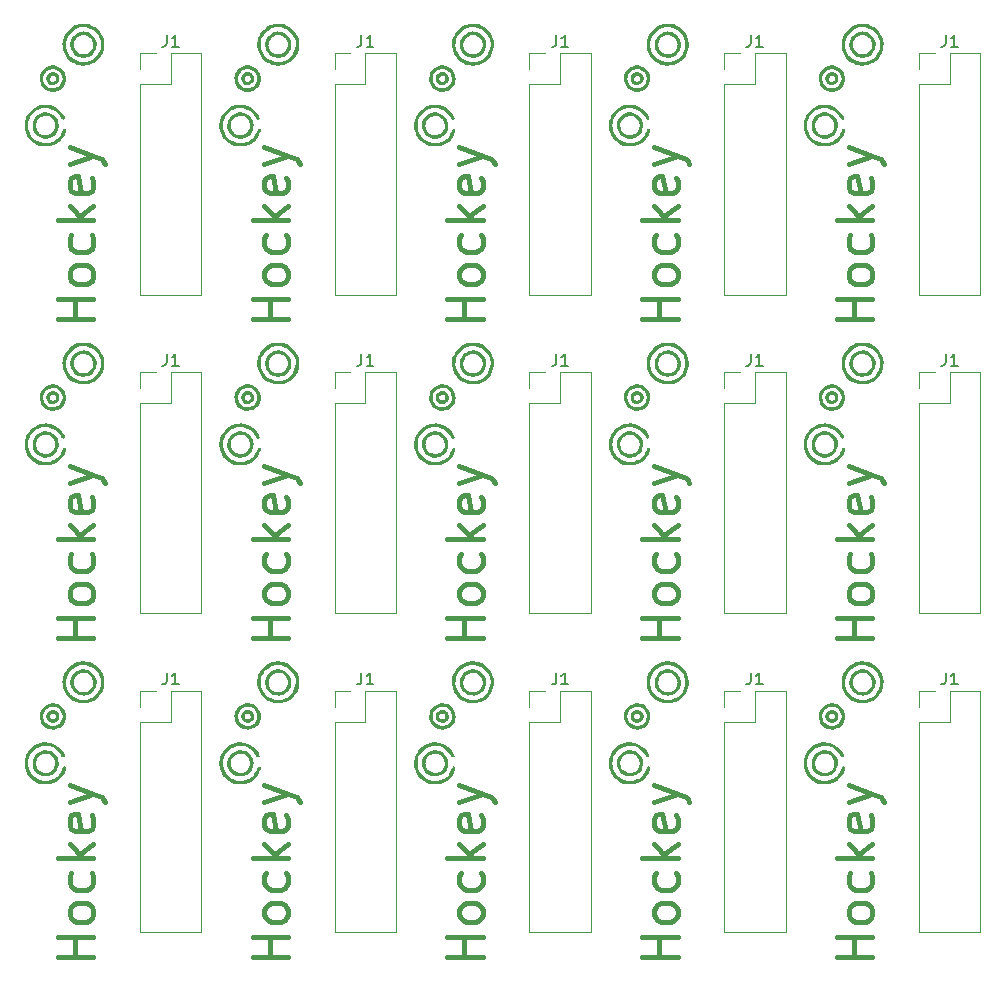
<source format=gbr>
%TF.GenerationSoftware,KiCad,Pcbnew,(6.0.7)*%
%TF.CreationDate,2023-02-25T07:44:42+08:00*%
%TF.ProjectId,BoardCoverter,426f6172-6443-46f7-9665-727465722e6b,rev?*%
%TF.SameCoordinates,Original*%
%TF.FileFunction,Legend,Top*%
%TF.FilePolarity,Positive*%
%FSLAX46Y46*%
G04 Gerber Fmt 4.6, Leading zero omitted, Abs format (unit mm)*
G04 Created by KiCad (PCBNEW (6.0.7)) date 2023-02-25 07:44:42*
%MOMM*%
%LPD*%
G01*
G04 APERTURE LIST*
%ADD10C,0.400000*%
%ADD11C,0.150000*%
%ADD12C,0.120000*%
G04 APERTURE END LIST*
D10*
X175819642Y-84930357D02*
X172819642Y-84930357D01*
X174248214Y-84930357D02*
X174248214Y-83216071D01*
X175819642Y-83216071D02*
X172819642Y-83216071D01*
X175819642Y-81358928D02*
X175676785Y-81644642D01*
X175533928Y-81787500D01*
X175248214Y-81930357D01*
X174391071Y-81930357D01*
X174105357Y-81787500D01*
X173962500Y-81644642D01*
X173819642Y-81358928D01*
X173819642Y-80930357D01*
X173962500Y-80644642D01*
X174105357Y-80501785D01*
X174391071Y-80358928D01*
X175248214Y-80358928D01*
X175533928Y-80501785D01*
X175676785Y-80644642D01*
X175819642Y-80930357D01*
X175819642Y-81358928D01*
X175676785Y-77787500D02*
X175819642Y-78073214D01*
X175819642Y-78644642D01*
X175676785Y-78930357D01*
X175533928Y-79073214D01*
X175248214Y-79216071D01*
X174391071Y-79216071D01*
X174105357Y-79073214D01*
X173962500Y-78930357D01*
X173819642Y-78644642D01*
X173819642Y-78073214D01*
X173962500Y-77787500D01*
X175819642Y-76501785D02*
X172819642Y-76501785D01*
X174676785Y-76216071D02*
X175819642Y-75358928D01*
X173819642Y-75358928D02*
X174962500Y-76501785D01*
X175676785Y-72930357D02*
X175819642Y-73216071D01*
X175819642Y-73787500D01*
X175676785Y-74073214D01*
X175391071Y-74216071D01*
X174248214Y-74216071D01*
X173962500Y-74073214D01*
X173819642Y-73787500D01*
X173819642Y-73216071D01*
X173962500Y-72930357D01*
X174248214Y-72787500D01*
X174533928Y-72787500D01*
X174819642Y-74216071D01*
X173819642Y-71787500D02*
X175819642Y-71073214D01*
X173819642Y-70358928D02*
X175819642Y-71073214D01*
X176533928Y-71358928D01*
X176676785Y-71501785D01*
X176819642Y-71787500D01*
X175819642Y-111930357D02*
X172819642Y-111930357D01*
X174248214Y-111930357D02*
X174248214Y-110216071D01*
X175819642Y-110216071D02*
X172819642Y-110216071D01*
X175819642Y-108358928D02*
X175676785Y-108644642D01*
X175533928Y-108787500D01*
X175248214Y-108930357D01*
X174391071Y-108930357D01*
X174105357Y-108787500D01*
X173962500Y-108644642D01*
X173819642Y-108358928D01*
X173819642Y-107930357D01*
X173962500Y-107644642D01*
X174105357Y-107501785D01*
X174391071Y-107358928D01*
X175248214Y-107358928D01*
X175533928Y-107501785D01*
X175676785Y-107644642D01*
X175819642Y-107930357D01*
X175819642Y-108358928D01*
X175676785Y-104787500D02*
X175819642Y-105073214D01*
X175819642Y-105644642D01*
X175676785Y-105930357D01*
X175533928Y-106073214D01*
X175248214Y-106216071D01*
X174391071Y-106216071D01*
X174105357Y-106073214D01*
X173962500Y-105930357D01*
X173819642Y-105644642D01*
X173819642Y-105073214D01*
X173962500Y-104787500D01*
X175819642Y-103501785D02*
X172819642Y-103501785D01*
X174676785Y-103216071D02*
X175819642Y-102358928D01*
X173819642Y-102358928D02*
X174962500Y-103501785D01*
X175676785Y-99930357D02*
X175819642Y-100216071D01*
X175819642Y-100787500D01*
X175676785Y-101073214D01*
X175391071Y-101216071D01*
X174248214Y-101216071D01*
X173962500Y-101073214D01*
X173819642Y-100787500D01*
X173819642Y-100216071D01*
X173962500Y-99930357D01*
X174248214Y-99787500D01*
X174533928Y-99787500D01*
X174819642Y-101216071D01*
X173819642Y-98787500D02*
X175819642Y-98073214D01*
X173819642Y-97358928D02*
X175819642Y-98073214D01*
X176533928Y-98358928D01*
X176676785Y-98501785D01*
X176819642Y-98787500D01*
X175819642Y-138930357D02*
X172819642Y-138930357D01*
X174248214Y-138930357D02*
X174248214Y-137216071D01*
X175819642Y-137216071D02*
X172819642Y-137216071D01*
X175819642Y-135358928D02*
X175676785Y-135644642D01*
X175533928Y-135787500D01*
X175248214Y-135930357D01*
X174391071Y-135930357D01*
X174105357Y-135787500D01*
X173962500Y-135644642D01*
X173819642Y-135358928D01*
X173819642Y-134930357D01*
X173962500Y-134644642D01*
X174105357Y-134501785D01*
X174391071Y-134358928D01*
X175248214Y-134358928D01*
X175533928Y-134501785D01*
X175676785Y-134644642D01*
X175819642Y-134930357D01*
X175819642Y-135358928D01*
X175676785Y-131787500D02*
X175819642Y-132073214D01*
X175819642Y-132644642D01*
X175676785Y-132930357D01*
X175533928Y-133073214D01*
X175248214Y-133216071D01*
X174391071Y-133216071D01*
X174105357Y-133073214D01*
X173962500Y-132930357D01*
X173819642Y-132644642D01*
X173819642Y-132073214D01*
X173962500Y-131787500D01*
X175819642Y-130501785D02*
X172819642Y-130501785D01*
X174676785Y-130216071D02*
X175819642Y-129358928D01*
X173819642Y-129358928D02*
X174962500Y-130501785D01*
X175676785Y-126930357D02*
X175819642Y-127216071D01*
X175819642Y-127787500D01*
X175676785Y-128073214D01*
X175391071Y-128216071D01*
X174248214Y-128216071D01*
X173962500Y-128073214D01*
X173819642Y-127787500D01*
X173819642Y-127216071D01*
X173962500Y-126930357D01*
X174248214Y-126787500D01*
X174533928Y-126787500D01*
X174819642Y-128216071D01*
X173819642Y-125787500D02*
X175819642Y-125073214D01*
X173819642Y-124358928D02*
X175819642Y-125073214D01*
X176533928Y-125358928D01*
X176676785Y-125501785D01*
X176819642Y-125787500D01*
X159329642Y-138930357D02*
X156329642Y-138930357D01*
X157758214Y-138930357D02*
X157758214Y-137216071D01*
X159329642Y-137216071D02*
X156329642Y-137216071D01*
X159329642Y-135358928D02*
X159186785Y-135644642D01*
X159043928Y-135787500D01*
X158758214Y-135930357D01*
X157901071Y-135930357D01*
X157615357Y-135787500D01*
X157472500Y-135644642D01*
X157329642Y-135358928D01*
X157329642Y-134930357D01*
X157472500Y-134644642D01*
X157615357Y-134501785D01*
X157901071Y-134358928D01*
X158758214Y-134358928D01*
X159043928Y-134501785D01*
X159186785Y-134644642D01*
X159329642Y-134930357D01*
X159329642Y-135358928D01*
X159186785Y-131787500D02*
X159329642Y-132073214D01*
X159329642Y-132644642D01*
X159186785Y-132930357D01*
X159043928Y-133073214D01*
X158758214Y-133216071D01*
X157901071Y-133216071D01*
X157615357Y-133073214D01*
X157472500Y-132930357D01*
X157329642Y-132644642D01*
X157329642Y-132073214D01*
X157472500Y-131787500D01*
X159329642Y-130501785D02*
X156329642Y-130501785D01*
X158186785Y-130216071D02*
X159329642Y-129358928D01*
X157329642Y-129358928D02*
X158472500Y-130501785D01*
X159186785Y-126930357D02*
X159329642Y-127216071D01*
X159329642Y-127787500D01*
X159186785Y-128073214D01*
X158901071Y-128216071D01*
X157758214Y-128216071D01*
X157472500Y-128073214D01*
X157329642Y-127787500D01*
X157329642Y-127216071D01*
X157472500Y-126930357D01*
X157758214Y-126787500D01*
X158043928Y-126787500D01*
X158329642Y-128216071D01*
X157329642Y-125787500D02*
X159329642Y-125073214D01*
X157329642Y-124358928D02*
X159329642Y-125073214D01*
X160043928Y-125358928D01*
X160186785Y-125501785D01*
X160329642Y-125787500D01*
X126349642Y-138930357D02*
X123349642Y-138930357D01*
X124778214Y-138930357D02*
X124778214Y-137216071D01*
X126349642Y-137216071D02*
X123349642Y-137216071D01*
X126349642Y-135358928D02*
X126206785Y-135644642D01*
X126063928Y-135787500D01*
X125778214Y-135930357D01*
X124921071Y-135930357D01*
X124635357Y-135787500D01*
X124492500Y-135644642D01*
X124349642Y-135358928D01*
X124349642Y-134930357D01*
X124492500Y-134644642D01*
X124635357Y-134501785D01*
X124921071Y-134358928D01*
X125778214Y-134358928D01*
X126063928Y-134501785D01*
X126206785Y-134644642D01*
X126349642Y-134930357D01*
X126349642Y-135358928D01*
X126206785Y-131787500D02*
X126349642Y-132073214D01*
X126349642Y-132644642D01*
X126206785Y-132930357D01*
X126063928Y-133073214D01*
X125778214Y-133216071D01*
X124921071Y-133216071D01*
X124635357Y-133073214D01*
X124492500Y-132930357D01*
X124349642Y-132644642D01*
X124349642Y-132073214D01*
X124492500Y-131787500D01*
X126349642Y-130501785D02*
X123349642Y-130501785D01*
X125206785Y-130216071D02*
X126349642Y-129358928D01*
X124349642Y-129358928D02*
X125492500Y-130501785D01*
X126206785Y-126930357D02*
X126349642Y-127216071D01*
X126349642Y-127787500D01*
X126206785Y-128073214D01*
X125921071Y-128216071D01*
X124778214Y-128216071D01*
X124492500Y-128073214D01*
X124349642Y-127787500D01*
X124349642Y-127216071D01*
X124492500Y-126930357D01*
X124778214Y-126787500D01*
X125063928Y-126787500D01*
X125349642Y-128216071D01*
X124349642Y-125787500D02*
X126349642Y-125073214D01*
X124349642Y-124358928D02*
X126349642Y-125073214D01*
X127063928Y-125358928D01*
X127206785Y-125501785D01*
X127349642Y-125787500D01*
X159329642Y-84930357D02*
X156329642Y-84930357D01*
X157758214Y-84930357D02*
X157758214Y-83216071D01*
X159329642Y-83216071D02*
X156329642Y-83216071D01*
X159329642Y-81358928D02*
X159186785Y-81644642D01*
X159043928Y-81787500D01*
X158758214Y-81930357D01*
X157901071Y-81930357D01*
X157615357Y-81787500D01*
X157472500Y-81644642D01*
X157329642Y-81358928D01*
X157329642Y-80930357D01*
X157472500Y-80644642D01*
X157615357Y-80501785D01*
X157901071Y-80358928D01*
X158758214Y-80358928D01*
X159043928Y-80501785D01*
X159186785Y-80644642D01*
X159329642Y-80930357D01*
X159329642Y-81358928D01*
X159186785Y-77787500D02*
X159329642Y-78073214D01*
X159329642Y-78644642D01*
X159186785Y-78930357D01*
X159043928Y-79073214D01*
X158758214Y-79216071D01*
X157901071Y-79216071D01*
X157615357Y-79073214D01*
X157472500Y-78930357D01*
X157329642Y-78644642D01*
X157329642Y-78073214D01*
X157472500Y-77787500D01*
X159329642Y-76501785D02*
X156329642Y-76501785D01*
X158186785Y-76216071D02*
X159329642Y-75358928D01*
X157329642Y-75358928D02*
X158472500Y-76501785D01*
X159186785Y-72930357D02*
X159329642Y-73216071D01*
X159329642Y-73787500D01*
X159186785Y-74073214D01*
X158901071Y-74216071D01*
X157758214Y-74216071D01*
X157472500Y-74073214D01*
X157329642Y-73787500D01*
X157329642Y-73216071D01*
X157472500Y-72930357D01*
X157758214Y-72787500D01*
X158043928Y-72787500D01*
X158329642Y-74216071D01*
X157329642Y-71787500D02*
X159329642Y-71073214D01*
X157329642Y-70358928D02*
X159329642Y-71073214D01*
X160043928Y-71358928D01*
X160186785Y-71501785D01*
X160329642Y-71787500D01*
X109859642Y-138930357D02*
X106859642Y-138930357D01*
X108288214Y-138930357D02*
X108288214Y-137216071D01*
X109859642Y-137216071D02*
X106859642Y-137216071D01*
X109859642Y-135358928D02*
X109716785Y-135644642D01*
X109573928Y-135787500D01*
X109288214Y-135930357D01*
X108431071Y-135930357D01*
X108145357Y-135787500D01*
X108002500Y-135644642D01*
X107859642Y-135358928D01*
X107859642Y-134930357D01*
X108002500Y-134644642D01*
X108145357Y-134501785D01*
X108431071Y-134358928D01*
X109288214Y-134358928D01*
X109573928Y-134501785D01*
X109716785Y-134644642D01*
X109859642Y-134930357D01*
X109859642Y-135358928D01*
X109716785Y-131787500D02*
X109859642Y-132073214D01*
X109859642Y-132644642D01*
X109716785Y-132930357D01*
X109573928Y-133073214D01*
X109288214Y-133216071D01*
X108431071Y-133216071D01*
X108145357Y-133073214D01*
X108002500Y-132930357D01*
X107859642Y-132644642D01*
X107859642Y-132073214D01*
X108002500Y-131787500D01*
X109859642Y-130501785D02*
X106859642Y-130501785D01*
X108716785Y-130216071D02*
X109859642Y-129358928D01*
X107859642Y-129358928D02*
X109002500Y-130501785D01*
X109716785Y-126930357D02*
X109859642Y-127216071D01*
X109859642Y-127787500D01*
X109716785Y-128073214D01*
X109431071Y-128216071D01*
X108288214Y-128216071D01*
X108002500Y-128073214D01*
X107859642Y-127787500D01*
X107859642Y-127216071D01*
X108002500Y-126930357D01*
X108288214Y-126787500D01*
X108573928Y-126787500D01*
X108859642Y-128216071D01*
X107859642Y-125787500D02*
X109859642Y-125073214D01*
X107859642Y-124358928D02*
X109859642Y-125073214D01*
X110573928Y-125358928D01*
X110716785Y-125501785D01*
X110859642Y-125787500D01*
X159329642Y-111930357D02*
X156329642Y-111930357D01*
X157758214Y-111930357D02*
X157758214Y-110216071D01*
X159329642Y-110216071D02*
X156329642Y-110216071D01*
X159329642Y-108358928D02*
X159186785Y-108644642D01*
X159043928Y-108787500D01*
X158758214Y-108930357D01*
X157901071Y-108930357D01*
X157615357Y-108787500D01*
X157472500Y-108644642D01*
X157329642Y-108358928D01*
X157329642Y-107930357D01*
X157472500Y-107644642D01*
X157615357Y-107501785D01*
X157901071Y-107358928D01*
X158758214Y-107358928D01*
X159043928Y-107501785D01*
X159186785Y-107644642D01*
X159329642Y-107930357D01*
X159329642Y-108358928D01*
X159186785Y-104787500D02*
X159329642Y-105073214D01*
X159329642Y-105644642D01*
X159186785Y-105930357D01*
X159043928Y-106073214D01*
X158758214Y-106216071D01*
X157901071Y-106216071D01*
X157615357Y-106073214D01*
X157472500Y-105930357D01*
X157329642Y-105644642D01*
X157329642Y-105073214D01*
X157472500Y-104787500D01*
X159329642Y-103501785D02*
X156329642Y-103501785D01*
X158186785Y-103216071D02*
X159329642Y-102358928D01*
X157329642Y-102358928D02*
X158472500Y-103501785D01*
X159186785Y-99930357D02*
X159329642Y-100216071D01*
X159329642Y-100787500D01*
X159186785Y-101073214D01*
X158901071Y-101216071D01*
X157758214Y-101216071D01*
X157472500Y-101073214D01*
X157329642Y-100787500D01*
X157329642Y-100216071D01*
X157472500Y-99930357D01*
X157758214Y-99787500D01*
X158043928Y-99787500D01*
X158329642Y-101216071D01*
X157329642Y-98787500D02*
X159329642Y-98073214D01*
X157329642Y-97358928D02*
X159329642Y-98073214D01*
X160043928Y-98358928D01*
X160186785Y-98501785D01*
X160329642Y-98787500D01*
X142839642Y-84930357D02*
X139839642Y-84930357D01*
X141268214Y-84930357D02*
X141268214Y-83216071D01*
X142839642Y-83216071D02*
X139839642Y-83216071D01*
X142839642Y-81358928D02*
X142696785Y-81644642D01*
X142553928Y-81787500D01*
X142268214Y-81930357D01*
X141411071Y-81930357D01*
X141125357Y-81787500D01*
X140982500Y-81644642D01*
X140839642Y-81358928D01*
X140839642Y-80930357D01*
X140982500Y-80644642D01*
X141125357Y-80501785D01*
X141411071Y-80358928D01*
X142268214Y-80358928D01*
X142553928Y-80501785D01*
X142696785Y-80644642D01*
X142839642Y-80930357D01*
X142839642Y-81358928D01*
X142696785Y-77787500D02*
X142839642Y-78073214D01*
X142839642Y-78644642D01*
X142696785Y-78930357D01*
X142553928Y-79073214D01*
X142268214Y-79216071D01*
X141411071Y-79216071D01*
X141125357Y-79073214D01*
X140982500Y-78930357D01*
X140839642Y-78644642D01*
X140839642Y-78073214D01*
X140982500Y-77787500D01*
X142839642Y-76501785D02*
X139839642Y-76501785D01*
X141696785Y-76216071D02*
X142839642Y-75358928D01*
X140839642Y-75358928D02*
X141982500Y-76501785D01*
X142696785Y-72930357D02*
X142839642Y-73216071D01*
X142839642Y-73787500D01*
X142696785Y-74073214D01*
X142411071Y-74216071D01*
X141268214Y-74216071D01*
X140982500Y-74073214D01*
X140839642Y-73787500D01*
X140839642Y-73216071D01*
X140982500Y-72930357D01*
X141268214Y-72787500D01*
X141553928Y-72787500D01*
X141839642Y-74216071D01*
X140839642Y-71787500D02*
X142839642Y-71073214D01*
X140839642Y-70358928D02*
X142839642Y-71073214D01*
X143553928Y-71358928D01*
X143696785Y-71501785D01*
X143839642Y-71787500D01*
X142839642Y-138930357D02*
X139839642Y-138930357D01*
X141268214Y-138930357D02*
X141268214Y-137216071D01*
X142839642Y-137216071D02*
X139839642Y-137216071D01*
X142839642Y-135358928D02*
X142696785Y-135644642D01*
X142553928Y-135787500D01*
X142268214Y-135930357D01*
X141411071Y-135930357D01*
X141125357Y-135787500D01*
X140982500Y-135644642D01*
X140839642Y-135358928D01*
X140839642Y-134930357D01*
X140982500Y-134644642D01*
X141125357Y-134501785D01*
X141411071Y-134358928D01*
X142268214Y-134358928D01*
X142553928Y-134501785D01*
X142696785Y-134644642D01*
X142839642Y-134930357D01*
X142839642Y-135358928D01*
X142696785Y-131787500D02*
X142839642Y-132073214D01*
X142839642Y-132644642D01*
X142696785Y-132930357D01*
X142553928Y-133073214D01*
X142268214Y-133216071D01*
X141411071Y-133216071D01*
X141125357Y-133073214D01*
X140982500Y-132930357D01*
X140839642Y-132644642D01*
X140839642Y-132073214D01*
X140982500Y-131787500D01*
X142839642Y-130501785D02*
X139839642Y-130501785D01*
X141696785Y-130216071D02*
X142839642Y-129358928D01*
X140839642Y-129358928D02*
X141982500Y-130501785D01*
X142696785Y-126930357D02*
X142839642Y-127216071D01*
X142839642Y-127787500D01*
X142696785Y-128073214D01*
X142411071Y-128216071D01*
X141268214Y-128216071D01*
X140982500Y-128073214D01*
X140839642Y-127787500D01*
X140839642Y-127216071D01*
X140982500Y-126930357D01*
X141268214Y-126787500D01*
X141553928Y-126787500D01*
X141839642Y-128216071D01*
X140839642Y-125787500D02*
X142839642Y-125073214D01*
X140839642Y-124358928D02*
X142839642Y-125073214D01*
X143553928Y-125358928D01*
X143696785Y-125501785D01*
X143839642Y-125787500D01*
X126349642Y-111930357D02*
X123349642Y-111930357D01*
X124778214Y-111930357D02*
X124778214Y-110216071D01*
X126349642Y-110216071D02*
X123349642Y-110216071D01*
X126349642Y-108358928D02*
X126206785Y-108644642D01*
X126063928Y-108787500D01*
X125778214Y-108930357D01*
X124921071Y-108930357D01*
X124635357Y-108787500D01*
X124492500Y-108644642D01*
X124349642Y-108358928D01*
X124349642Y-107930357D01*
X124492500Y-107644642D01*
X124635357Y-107501785D01*
X124921071Y-107358928D01*
X125778214Y-107358928D01*
X126063928Y-107501785D01*
X126206785Y-107644642D01*
X126349642Y-107930357D01*
X126349642Y-108358928D01*
X126206785Y-104787500D02*
X126349642Y-105073214D01*
X126349642Y-105644642D01*
X126206785Y-105930357D01*
X126063928Y-106073214D01*
X125778214Y-106216071D01*
X124921071Y-106216071D01*
X124635357Y-106073214D01*
X124492500Y-105930357D01*
X124349642Y-105644642D01*
X124349642Y-105073214D01*
X124492500Y-104787500D01*
X126349642Y-103501785D02*
X123349642Y-103501785D01*
X125206785Y-103216071D02*
X126349642Y-102358928D01*
X124349642Y-102358928D02*
X125492500Y-103501785D01*
X126206785Y-99930357D02*
X126349642Y-100216071D01*
X126349642Y-100787500D01*
X126206785Y-101073214D01*
X125921071Y-101216071D01*
X124778214Y-101216071D01*
X124492500Y-101073214D01*
X124349642Y-100787500D01*
X124349642Y-100216071D01*
X124492500Y-99930357D01*
X124778214Y-99787500D01*
X125063928Y-99787500D01*
X125349642Y-101216071D01*
X124349642Y-98787500D02*
X126349642Y-98073214D01*
X124349642Y-97358928D02*
X126349642Y-98073214D01*
X127063928Y-98358928D01*
X127206785Y-98501785D01*
X127349642Y-98787500D01*
X126349642Y-84930357D02*
X123349642Y-84930357D01*
X124778214Y-84930357D02*
X124778214Y-83216071D01*
X126349642Y-83216071D02*
X123349642Y-83216071D01*
X126349642Y-81358928D02*
X126206785Y-81644642D01*
X126063928Y-81787500D01*
X125778214Y-81930357D01*
X124921071Y-81930357D01*
X124635357Y-81787500D01*
X124492500Y-81644642D01*
X124349642Y-81358928D01*
X124349642Y-80930357D01*
X124492500Y-80644642D01*
X124635357Y-80501785D01*
X124921071Y-80358928D01*
X125778214Y-80358928D01*
X126063928Y-80501785D01*
X126206785Y-80644642D01*
X126349642Y-80930357D01*
X126349642Y-81358928D01*
X126206785Y-77787500D02*
X126349642Y-78073214D01*
X126349642Y-78644642D01*
X126206785Y-78930357D01*
X126063928Y-79073214D01*
X125778214Y-79216071D01*
X124921071Y-79216071D01*
X124635357Y-79073214D01*
X124492500Y-78930357D01*
X124349642Y-78644642D01*
X124349642Y-78073214D01*
X124492500Y-77787500D01*
X126349642Y-76501785D02*
X123349642Y-76501785D01*
X125206785Y-76216071D02*
X126349642Y-75358928D01*
X124349642Y-75358928D02*
X125492500Y-76501785D01*
X126206785Y-72930357D02*
X126349642Y-73216071D01*
X126349642Y-73787500D01*
X126206785Y-74073214D01*
X125921071Y-74216071D01*
X124778214Y-74216071D01*
X124492500Y-74073214D01*
X124349642Y-73787500D01*
X124349642Y-73216071D01*
X124492500Y-72930357D01*
X124778214Y-72787500D01*
X125063928Y-72787500D01*
X125349642Y-74216071D01*
X124349642Y-71787500D02*
X126349642Y-71073214D01*
X124349642Y-70358928D02*
X126349642Y-71073214D01*
X127063928Y-71358928D01*
X127206785Y-71501785D01*
X127349642Y-71787500D01*
X109859642Y-84930357D02*
X106859642Y-84930357D01*
X108288214Y-84930357D02*
X108288214Y-83216071D01*
X109859642Y-83216071D02*
X106859642Y-83216071D01*
X109859642Y-81358928D02*
X109716785Y-81644642D01*
X109573928Y-81787500D01*
X109288214Y-81930357D01*
X108431071Y-81930357D01*
X108145357Y-81787500D01*
X108002500Y-81644642D01*
X107859642Y-81358928D01*
X107859642Y-80930357D01*
X108002500Y-80644642D01*
X108145357Y-80501785D01*
X108431071Y-80358928D01*
X109288214Y-80358928D01*
X109573928Y-80501785D01*
X109716785Y-80644642D01*
X109859642Y-80930357D01*
X109859642Y-81358928D01*
X109716785Y-77787500D02*
X109859642Y-78073214D01*
X109859642Y-78644642D01*
X109716785Y-78930357D01*
X109573928Y-79073214D01*
X109288214Y-79216071D01*
X108431071Y-79216071D01*
X108145357Y-79073214D01*
X108002500Y-78930357D01*
X107859642Y-78644642D01*
X107859642Y-78073214D01*
X108002500Y-77787500D01*
X109859642Y-76501785D02*
X106859642Y-76501785D01*
X108716785Y-76216071D02*
X109859642Y-75358928D01*
X107859642Y-75358928D02*
X109002500Y-76501785D01*
X109716785Y-72930357D02*
X109859642Y-73216071D01*
X109859642Y-73787500D01*
X109716785Y-74073214D01*
X109431071Y-74216071D01*
X108288214Y-74216071D01*
X108002500Y-74073214D01*
X107859642Y-73787500D01*
X107859642Y-73216071D01*
X108002500Y-72930357D01*
X108288214Y-72787500D01*
X108573928Y-72787500D01*
X108859642Y-74216071D01*
X107859642Y-71787500D02*
X109859642Y-71073214D01*
X107859642Y-70358928D02*
X109859642Y-71073214D01*
X110573928Y-71358928D01*
X110716785Y-71501785D01*
X110859642Y-71787500D01*
X109859642Y-111930357D02*
X106859642Y-111930357D01*
X108288214Y-111930357D02*
X108288214Y-110216071D01*
X109859642Y-110216071D02*
X106859642Y-110216071D01*
X109859642Y-108358928D02*
X109716785Y-108644642D01*
X109573928Y-108787500D01*
X109288214Y-108930357D01*
X108431071Y-108930357D01*
X108145357Y-108787500D01*
X108002500Y-108644642D01*
X107859642Y-108358928D01*
X107859642Y-107930357D01*
X108002500Y-107644642D01*
X108145357Y-107501785D01*
X108431071Y-107358928D01*
X109288214Y-107358928D01*
X109573928Y-107501785D01*
X109716785Y-107644642D01*
X109859642Y-107930357D01*
X109859642Y-108358928D01*
X109716785Y-104787500D02*
X109859642Y-105073214D01*
X109859642Y-105644642D01*
X109716785Y-105930357D01*
X109573928Y-106073214D01*
X109288214Y-106216071D01*
X108431071Y-106216071D01*
X108145357Y-106073214D01*
X108002500Y-105930357D01*
X107859642Y-105644642D01*
X107859642Y-105073214D01*
X108002500Y-104787500D01*
X109859642Y-103501785D02*
X106859642Y-103501785D01*
X108716785Y-103216071D02*
X109859642Y-102358928D01*
X107859642Y-102358928D02*
X109002500Y-103501785D01*
X109716785Y-99930357D02*
X109859642Y-100216071D01*
X109859642Y-100787500D01*
X109716785Y-101073214D01*
X109431071Y-101216071D01*
X108288214Y-101216071D01*
X108002500Y-101073214D01*
X107859642Y-100787500D01*
X107859642Y-100216071D01*
X108002500Y-99930357D01*
X108288214Y-99787500D01*
X108573928Y-99787500D01*
X108859642Y-101216071D01*
X107859642Y-98787500D02*
X109859642Y-98073214D01*
X107859642Y-97358928D02*
X109859642Y-98073214D01*
X110573928Y-98358928D01*
X110716785Y-98501785D01*
X110859642Y-98787500D01*
X142839642Y-111930357D02*
X139839642Y-111930357D01*
X141268214Y-111930357D02*
X141268214Y-110216071D01*
X142839642Y-110216071D02*
X139839642Y-110216071D01*
X142839642Y-108358928D02*
X142696785Y-108644642D01*
X142553928Y-108787500D01*
X142268214Y-108930357D01*
X141411071Y-108930357D01*
X141125357Y-108787500D01*
X140982500Y-108644642D01*
X140839642Y-108358928D01*
X140839642Y-107930357D01*
X140982500Y-107644642D01*
X141125357Y-107501785D01*
X141411071Y-107358928D01*
X142268214Y-107358928D01*
X142553928Y-107501785D01*
X142696785Y-107644642D01*
X142839642Y-107930357D01*
X142839642Y-108358928D01*
X142696785Y-104787500D02*
X142839642Y-105073214D01*
X142839642Y-105644642D01*
X142696785Y-105930357D01*
X142553928Y-106073214D01*
X142268214Y-106216071D01*
X141411071Y-106216071D01*
X141125357Y-106073214D01*
X140982500Y-105930357D01*
X140839642Y-105644642D01*
X140839642Y-105073214D01*
X140982500Y-104787500D01*
X142839642Y-103501785D02*
X139839642Y-103501785D01*
X141696785Y-103216071D02*
X142839642Y-102358928D01*
X140839642Y-102358928D02*
X141982500Y-103501785D01*
X142696785Y-99930357D02*
X142839642Y-100216071D01*
X142839642Y-100787500D01*
X142696785Y-101073214D01*
X142411071Y-101216071D01*
X141268214Y-101216071D01*
X140982500Y-101073214D01*
X140839642Y-100787500D01*
X140839642Y-100216071D01*
X140982500Y-99930357D01*
X141268214Y-99787500D01*
X141553928Y-99787500D01*
X141839642Y-101216071D01*
X140839642Y-98787500D02*
X142839642Y-98073214D01*
X140839642Y-97358928D02*
X142839642Y-98073214D01*
X143553928Y-98358928D01*
X143696785Y-98501785D01*
X143839642Y-98787500D01*
D11*
%TO.C,J1*%
X149054166Y-60834880D02*
X149054166Y-61549166D01*
X149006547Y-61692023D01*
X148911309Y-61787261D01*
X148768452Y-61834880D01*
X148673214Y-61834880D01*
X150054166Y-61834880D02*
X149482738Y-61834880D01*
X149768452Y-61834880D02*
X149768452Y-60834880D01*
X149673214Y-60977738D01*
X149577976Y-61072976D01*
X149482738Y-61120595D01*
X116074166Y-60834880D02*
X116074166Y-61549166D01*
X116026547Y-61692023D01*
X115931309Y-61787261D01*
X115788452Y-61834880D01*
X115693214Y-61834880D01*
X117074166Y-61834880D02*
X116502738Y-61834880D01*
X116788452Y-61834880D02*
X116788452Y-60834880D01*
X116693214Y-60977738D01*
X116597976Y-61072976D01*
X116502738Y-61120595D01*
X165544166Y-87834880D02*
X165544166Y-88549166D01*
X165496547Y-88692023D01*
X165401309Y-88787261D01*
X165258452Y-88834880D01*
X165163214Y-88834880D01*
X166544166Y-88834880D02*
X165972738Y-88834880D01*
X166258452Y-88834880D02*
X166258452Y-87834880D01*
X166163214Y-87977738D01*
X166067976Y-88072976D01*
X165972738Y-88120595D01*
X116074166Y-87834880D02*
X116074166Y-88549166D01*
X116026547Y-88692023D01*
X115931309Y-88787261D01*
X115788452Y-88834880D01*
X115693214Y-88834880D01*
X117074166Y-88834880D02*
X116502738Y-88834880D01*
X116788452Y-88834880D02*
X116788452Y-87834880D01*
X116693214Y-87977738D01*
X116597976Y-88072976D01*
X116502738Y-88120595D01*
X182034166Y-60834880D02*
X182034166Y-61549166D01*
X181986547Y-61692023D01*
X181891309Y-61787261D01*
X181748452Y-61834880D01*
X181653214Y-61834880D01*
X183034166Y-61834880D02*
X182462738Y-61834880D01*
X182748452Y-61834880D02*
X182748452Y-60834880D01*
X182653214Y-60977738D01*
X182557976Y-61072976D01*
X182462738Y-61120595D01*
X165544166Y-60834880D02*
X165544166Y-61549166D01*
X165496547Y-61692023D01*
X165401309Y-61787261D01*
X165258452Y-61834880D01*
X165163214Y-61834880D01*
X166544166Y-61834880D02*
X165972738Y-61834880D01*
X166258452Y-61834880D02*
X166258452Y-60834880D01*
X166163214Y-60977738D01*
X166067976Y-61072976D01*
X165972738Y-61120595D01*
X132564166Y-114834880D02*
X132564166Y-115549166D01*
X132516547Y-115692023D01*
X132421309Y-115787261D01*
X132278452Y-115834880D01*
X132183214Y-115834880D01*
X133564166Y-115834880D02*
X132992738Y-115834880D01*
X133278452Y-115834880D02*
X133278452Y-114834880D01*
X133183214Y-114977738D01*
X133087976Y-115072976D01*
X132992738Y-115120595D01*
X182034166Y-114834880D02*
X182034166Y-115549166D01*
X181986547Y-115692023D01*
X181891309Y-115787261D01*
X181748452Y-115834880D01*
X181653214Y-115834880D01*
X183034166Y-115834880D02*
X182462738Y-115834880D01*
X182748452Y-115834880D02*
X182748452Y-114834880D01*
X182653214Y-114977738D01*
X182557976Y-115072976D01*
X182462738Y-115120595D01*
X149054166Y-87834880D02*
X149054166Y-88549166D01*
X149006547Y-88692023D01*
X148911309Y-88787261D01*
X148768452Y-88834880D01*
X148673214Y-88834880D01*
X150054166Y-88834880D02*
X149482738Y-88834880D01*
X149768452Y-88834880D02*
X149768452Y-87834880D01*
X149673214Y-87977738D01*
X149577976Y-88072976D01*
X149482738Y-88120595D01*
X132564166Y-87834880D02*
X132564166Y-88549166D01*
X132516547Y-88692023D01*
X132421309Y-88787261D01*
X132278452Y-88834880D01*
X132183214Y-88834880D01*
X133564166Y-88834880D02*
X132992738Y-88834880D01*
X133278452Y-88834880D02*
X133278452Y-87834880D01*
X133183214Y-87977738D01*
X133087976Y-88072976D01*
X132992738Y-88120595D01*
X116074166Y-114834880D02*
X116074166Y-115549166D01*
X116026547Y-115692023D01*
X115931309Y-115787261D01*
X115788452Y-115834880D01*
X115693214Y-115834880D01*
X117074166Y-115834880D02*
X116502738Y-115834880D01*
X116788452Y-115834880D02*
X116788452Y-114834880D01*
X116693214Y-114977738D01*
X116597976Y-115072976D01*
X116502738Y-115120595D01*
X149054166Y-114834880D02*
X149054166Y-115549166D01*
X149006547Y-115692023D01*
X148911309Y-115787261D01*
X148768452Y-115834880D01*
X148673214Y-115834880D01*
X150054166Y-115834880D02*
X149482738Y-115834880D01*
X149768452Y-115834880D02*
X149768452Y-114834880D01*
X149673214Y-114977738D01*
X149577976Y-115072976D01*
X149482738Y-115120595D01*
X132564166Y-60834880D02*
X132564166Y-61549166D01*
X132516547Y-61692023D01*
X132421309Y-61787261D01*
X132278452Y-61834880D01*
X132183214Y-61834880D01*
X133564166Y-61834880D02*
X132992738Y-61834880D01*
X133278452Y-61834880D02*
X133278452Y-60834880D01*
X133183214Y-60977738D01*
X133087976Y-61072976D01*
X132992738Y-61120595D01*
X165544166Y-114834880D02*
X165544166Y-115549166D01*
X165496547Y-115692023D01*
X165401309Y-115787261D01*
X165258452Y-115834880D01*
X165163214Y-115834880D01*
X166544166Y-115834880D02*
X165972738Y-115834880D01*
X166258452Y-115834880D02*
X166258452Y-114834880D01*
X166163214Y-114977738D01*
X166067976Y-115072976D01*
X165972738Y-115120595D01*
X182034166Y-87834880D02*
X182034166Y-88549166D01*
X181986547Y-88692023D01*
X181891309Y-88787261D01*
X181748452Y-88834880D01*
X181653214Y-88834880D01*
X183034166Y-88834880D02*
X182462738Y-88834880D01*
X182748452Y-88834880D02*
X182748452Y-87834880D01*
X182653214Y-87977738D01*
X182557976Y-88072976D01*
X182462738Y-88120595D01*
D12*
X146787500Y-64982500D02*
X146787500Y-82822500D01*
X146787500Y-64982500D02*
X149387500Y-64982500D01*
X146787500Y-63712500D02*
X146787500Y-62382500D01*
X149387500Y-64982500D02*
X149387500Y-62382500D01*
X146787500Y-82822500D02*
X151987500Y-82822500D01*
X151987500Y-62382500D02*
X151987500Y-82822500D01*
X146787500Y-62382500D02*
X148117500Y-62382500D01*
X149387500Y-62382500D02*
X151987500Y-62382500D01*
X119007500Y-62382500D02*
X119007500Y-82822500D01*
X113807500Y-64982500D02*
X113807500Y-82822500D01*
X116407500Y-64982500D02*
X116407500Y-62382500D01*
X113807500Y-64982500D02*
X116407500Y-64982500D01*
X116407500Y-62382500D02*
X119007500Y-62382500D01*
X113807500Y-63712500D02*
X113807500Y-62382500D01*
X113807500Y-82822500D02*
X119007500Y-82822500D01*
X113807500Y-62382500D02*
X115137500Y-62382500D01*
X163277500Y-89382500D02*
X164607500Y-89382500D01*
X165877500Y-91982500D02*
X165877500Y-89382500D01*
X168477500Y-89382500D02*
X168477500Y-109822500D01*
X163277500Y-91982500D02*
X163277500Y-109822500D01*
X163277500Y-91982500D02*
X165877500Y-91982500D01*
X165877500Y-89382500D02*
X168477500Y-89382500D01*
X163277500Y-90712500D02*
X163277500Y-89382500D01*
X163277500Y-109822500D02*
X168477500Y-109822500D01*
%TO.C,G\u002A\u002A\u002A*%
G36*
X122635978Y-66765861D02*
G01*
X122727872Y-66784132D01*
X122953687Y-66853770D01*
X123172054Y-66957651D01*
X123377069Y-67090910D01*
X123562830Y-67248683D01*
X123723436Y-67426108D01*
X123852983Y-67618319D01*
X123927626Y-67772768D01*
X123955055Y-67869543D01*
X123949206Y-67941804D01*
X123909764Y-67990987D01*
X123875604Y-68008017D01*
X123813538Y-68020008D01*
X123759783Y-68003902D01*
X123708951Y-67955848D01*
X123655654Y-67871994D01*
X123637686Y-67837926D01*
X123507307Y-67627363D01*
X123346781Y-67444479D01*
X123159389Y-67291610D01*
X122948411Y-67171087D01*
X122717126Y-67085247D01*
X122521046Y-67043316D01*
X122279192Y-67027375D01*
X122044947Y-67050366D01*
X121821639Y-67109494D01*
X121612594Y-67201960D01*
X121421142Y-67324970D01*
X121250609Y-67475725D01*
X121104322Y-67651429D01*
X120985611Y-67849285D01*
X120897802Y-68066495D01*
X120844224Y-68300264D01*
X120829111Y-68465350D01*
X120840465Y-68706332D01*
X120890989Y-68939523D01*
X120978038Y-69160495D01*
X121098969Y-69364820D01*
X121251138Y-69548068D01*
X121431900Y-69705812D01*
X121638612Y-69833623D01*
X121649250Y-69838983D01*
X121881922Y-69932509D01*
X122123999Y-69986886D01*
X122369995Y-70001202D01*
X122539011Y-69987264D01*
X122652509Y-69962767D01*
X122785447Y-69921131D01*
X122922229Y-69868286D01*
X123047260Y-69810164D01*
X123131132Y-69762039D01*
X123296003Y-69632384D01*
X123448277Y-69470920D01*
X123580590Y-69287455D01*
X123685577Y-69091801D01*
X123739094Y-68952123D01*
X123766638Y-68871456D01*
X123790508Y-68821673D01*
X123817022Y-68792914D01*
X123852399Y-68775359D01*
X123927568Y-68763828D01*
X123984789Y-68786650D01*
X124021294Y-68839072D01*
X124034321Y-68916344D01*
X124021105Y-69013715D01*
X124011003Y-69047980D01*
X123913344Y-69292135D01*
X123789511Y-69508818D01*
X123634694Y-69704921D01*
X123444079Y-69887337D01*
X123399581Y-69924123D01*
X123330000Y-69978434D01*
X123267872Y-70021016D01*
X123202157Y-70057897D01*
X123121819Y-70095106D01*
X123015817Y-70138672D01*
X122982805Y-70151739D01*
X122879648Y-70191492D01*
X122785369Y-70226198D01*
X122709451Y-70252475D01*
X122661381Y-70266943D01*
X122656816Y-70267954D01*
X122545392Y-70282704D01*
X122408288Y-70289757D01*
X122261110Y-70288831D01*
X122119461Y-70279650D01*
X122102406Y-70277851D01*
X121840169Y-70228246D01*
X121592137Y-70139212D01*
X121358499Y-70010859D01*
X121139447Y-69843297D01*
X120935170Y-69636635D01*
X120882115Y-69573584D01*
X120839962Y-69520369D01*
X120806340Y-69472606D01*
X120777133Y-69421982D01*
X120748227Y-69360182D01*
X120715503Y-69278894D01*
X120674849Y-69169802D01*
X120654347Y-69113496D01*
X120610595Y-68992091D01*
X120579264Y-68900836D01*
X120558292Y-68830506D01*
X120545619Y-68771882D01*
X120539186Y-68715741D01*
X120536932Y-68652861D01*
X120536765Y-68587120D01*
X120540949Y-68405323D01*
X120554186Y-68252365D01*
X120578953Y-68115650D01*
X120617730Y-67982587D01*
X120672992Y-67840584D01*
X120692465Y-67795913D01*
X120821361Y-67554746D01*
X120979706Y-67341435D01*
X121164206Y-67157622D01*
X121371567Y-67004942D01*
X121598494Y-66885033D01*
X121841694Y-66799532D01*
X122097870Y-66750078D01*
X122363730Y-66738308D01*
X122635978Y-66765861D01*
G37*
G36*
X123747968Y-61842032D02*
G01*
X123744135Y-61766446D01*
X124035538Y-61766446D01*
X124035604Y-61767792D01*
X124042649Y-61854267D01*
X124056653Y-61935496D01*
X124080772Y-62024881D01*
X124118158Y-62135824D01*
X124129761Y-62167984D01*
X124206886Y-62353109D01*
X124294853Y-62508406D01*
X124401342Y-62645880D01*
X124499690Y-62746109D01*
X124677762Y-62886927D01*
X124879147Y-63000814D01*
X125095186Y-63084430D01*
X125317219Y-63134439D01*
X125536587Y-63147499D01*
X125540525Y-63147372D01*
X125633607Y-63143751D01*
X125705994Y-63138469D01*
X125768472Y-63129047D01*
X125831823Y-63113008D01*
X125906833Y-63087874D01*
X126004287Y-63051168D01*
X126069733Y-63025781D01*
X126184136Y-62979961D01*
X126269492Y-62941769D01*
X126336521Y-62905476D01*
X126395940Y-62865348D01*
X126450783Y-62822034D01*
X126635064Y-62644316D01*
X126782568Y-62446676D01*
X126892811Y-62230226D01*
X126965310Y-61996076D01*
X126999582Y-61745340D01*
X127000425Y-61557436D01*
X126979504Y-61399419D01*
X126934026Y-61226733D01*
X126869355Y-61054114D01*
X126790853Y-60896293D01*
X126720956Y-60789616D01*
X126551127Y-60597964D01*
X126361486Y-60441200D01*
X126155801Y-60319864D01*
X125937838Y-60234496D01*
X125711370Y-60185637D01*
X125480164Y-60173825D01*
X125247987Y-60199601D01*
X125018611Y-60263504D01*
X124795802Y-60366074D01*
X124610104Y-60487282D01*
X124431232Y-60647524D01*
X124283328Y-60834019D01*
X124168101Y-61042962D01*
X124087255Y-61270551D01*
X124042498Y-61512980D01*
X124035538Y-61766446D01*
X123744135Y-61766446D01*
X123737537Y-61636351D01*
X123756109Y-61423425D01*
X123773812Y-61321391D01*
X123845642Y-61062751D01*
X123954933Y-60818917D01*
X124098720Y-60594420D01*
X124274039Y-60393790D01*
X124477922Y-60221560D01*
X124506825Y-60201180D01*
X124671662Y-60095977D01*
X124823737Y-60018696D01*
X124975610Y-59963817D01*
X125129163Y-59927771D01*
X125372743Y-59893138D01*
X125593629Y-59885243D01*
X125801716Y-59904413D01*
X126006900Y-59950974D01*
X126028612Y-59957446D01*
X126274081Y-60053032D01*
X126501342Y-60182914D01*
X126706848Y-60343210D01*
X126887050Y-60530036D01*
X127038400Y-60739507D01*
X127157348Y-60967741D01*
X127240347Y-61210856D01*
X127261851Y-61307002D01*
X127293863Y-61581376D01*
X127285286Y-61851126D01*
X127237437Y-62112769D01*
X127151629Y-62362828D01*
X127029177Y-62597818D01*
X126871395Y-62814261D01*
X126679599Y-63008675D01*
X126591968Y-63080797D01*
X126522685Y-63132117D01*
X126457181Y-63174093D01*
X126384686Y-63212397D01*
X126294431Y-63252696D01*
X126175646Y-63300661D01*
X126170515Y-63302676D01*
X126007698Y-63363053D01*
X125877700Y-63403348D01*
X125777101Y-63424609D01*
X125768876Y-63425685D01*
X125490959Y-63439897D01*
X125220647Y-63414428D01*
X124961275Y-63350369D01*
X124716177Y-63248817D01*
X124488690Y-63110864D01*
X124282724Y-62938168D01*
X124147949Y-62794691D01*
X124039986Y-62650385D01*
X123950470Y-62492170D01*
X123871033Y-62306968D01*
X123859947Y-62277348D01*
X123856773Y-62267343D01*
X123788428Y-62051891D01*
X123747968Y-61842032D01*
G37*
G36*
X121811929Y-64501042D02*
G01*
X121836364Y-64296978D01*
X121898957Y-64102391D01*
X121998482Y-63921482D01*
X122133717Y-63758456D01*
X122251034Y-63655641D01*
X122429618Y-63542919D01*
X122618248Y-63468147D01*
X122812313Y-63429971D01*
X123007203Y-63427034D01*
X123198307Y-63457983D01*
X123381013Y-63521462D01*
X123550714Y-63616116D01*
X123702797Y-63740591D01*
X123832651Y-63893530D01*
X123935667Y-64073579D01*
X123971372Y-64161231D01*
X124027266Y-64373233D01*
X124042022Y-64582111D01*
X124016447Y-64785161D01*
X123951351Y-64979678D01*
X123847542Y-65162957D01*
X123705827Y-65332291D01*
X123590443Y-65436297D01*
X123491488Y-65500409D01*
X123364847Y-65559286D01*
X123224786Y-65607854D01*
X123085566Y-65641045D01*
X122980098Y-65653312D01*
X122764137Y-65642580D01*
X122560393Y-65593474D01*
X122372826Y-65508636D01*
X122205403Y-65390714D01*
X122062088Y-65242354D01*
X121946844Y-65066199D01*
X121882430Y-64920780D01*
X121881327Y-64916600D01*
X121826876Y-64710376D01*
X121817684Y-64581644D01*
X122101311Y-64581644D01*
X122109800Y-64637958D01*
X122129028Y-64705464D01*
X122161106Y-64797195D01*
X122166745Y-64812717D01*
X122203565Y-64910504D01*
X122233975Y-64979686D01*
X122264415Y-65031595D01*
X122301326Y-65077558D01*
X122340439Y-65118255D01*
X122476283Y-65225982D01*
X122636310Y-65306059D01*
X122810004Y-65354409D01*
X122982343Y-65367115D01*
X123025250Y-65358819D01*
X123095342Y-65337995D01*
X123181087Y-65308258D01*
X123232777Y-65288614D01*
X123325732Y-65250886D01*
X123390798Y-65219786D01*
X123439612Y-65187902D01*
X123483815Y-65147816D01*
X123526973Y-65101177D01*
X123632659Y-64953435D01*
X123709266Y-64783553D01*
X123749709Y-64613866D01*
X123756244Y-64554267D01*
X123756047Y-64503397D01*
X123747052Y-64449757D01*
X123727191Y-64381845D01*
X123694399Y-64288160D01*
X123688043Y-64270639D01*
X123651311Y-64172209D01*
X123621825Y-64102962D01*
X123593516Y-64052299D01*
X123560313Y-64009626D01*
X123516147Y-63964344D01*
X123508183Y-63956654D01*
X123378249Y-63856610D01*
X123224542Y-63778381D01*
X123062621Y-63729189D01*
X122996279Y-63718965D01*
X122929051Y-63713489D01*
X122873026Y-63714799D01*
X122815543Y-63725128D01*
X122743943Y-63746713D01*
X122650234Y-63780077D01*
X122551242Y-63817754D01*
X122481127Y-63849058D01*
X122428752Y-63880212D01*
X122382979Y-63917444D01*
X122353299Y-63946043D01*
X122241460Y-64085152D01*
X122159545Y-64245050D01*
X122112925Y-64414688D01*
X122108125Y-64450479D01*
X122101456Y-64523495D01*
X122101311Y-64581644D01*
X121817684Y-64581644D01*
X121811929Y-64501042D01*
G37*
G36*
X122380208Y-64579875D02*
G01*
X122380477Y-64556889D01*
X122669188Y-64556889D01*
X122696035Y-64641663D01*
X122744877Y-64716811D01*
X122796893Y-64760524D01*
X122868179Y-64787902D01*
X122944989Y-64796995D01*
X123010220Y-64786706D01*
X123031121Y-64775548D01*
X123072179Y-64751877D01*
X123080878Y-64748315D01*
X123117723Y-64716781D01*
X123151940Y-64658182D01*
X123177011Y-64587217D01*
X123186425Y-64518589D01*
X123186164Y-64510676D01*
X123163774Y-64422186D01*
X123113533Y-64355848D01*
X123043525Y-64312172D01*
X122961832Y-64291669D01*
X122876539Y-64294850D01*
X122795731Y-64322226D01*
X122727490Y-64374307D01*
X122679902Y-64451605D01*
X122671297Y-64478139D01*
X122669188Y-64556889D01*
X122380477Y-64556889D01*
X122381846Y-64439990D01*
X122423419Y-64311398D01*
X122505282Y-64192306D01*
X122530956Y-64164947D01*
X122653351Y-64067799D01*
X122787179Y-64009049D01*
X122927203Y-63989104D01*
X123068182Y-64008370D01*
X123204877Y-64067253D01*
X123265324Y-64108097D01*
X123325450Y-64158661D01*
X123368010Y-64209898D01*
X123404677Y-64277574D01*
X123424951Y-64323694D01*
X123468065Y-64459214D01*
X123475827Y-64586079D01*
X123448626Y-64717598D01*
X123437399Y-64750084D01*
X123375536Y-64860758D01*
X123282039Y-64954908D01*
X123165644Y-65027390D01*
X123035091Y-65073061D01*
X122899120Y-65086778D01*
X122868470Y-65084915D01*
X122721809Y-65052143D01*
X122597315Y-64984293D01*
X122497570Y-64883385D01*
X122425157Y-64751437D01*
X122421451Y-64741604D01*
X122418149Y-64732842D01*
X122380208Y-64579875D01*
G37*
G36*
X124407699Y-61746564D02*
G01*
X124408384Y-61694218D01*
X124690631Y-61694218D01*
X124696443Y-61745146D01*
X124712460Y-61805725D01*
X124740536Y-61887868D01*
X124759020Y-61938952D01*
X124795616Y-62037011D01*
X124824654Y-62105441D01*
X124851938Y-62154373D01*
X124883276Y-62193943D01*
X124924474Y-62234282D01*
X124932404Y-62241517D01*
X125088959Y-62358759D01*
X125255989Y-62438071D01*
X125429184Y-62479010D01*
X125604231Y-62481130D01*
X125776821Y-62443986D01*
X125942640Y-62367132D01*
X125971727Y-62348855D01*
X126101778Y-62239797D01*
X126209448Y-62101496D01*
X126289255Y-61943103D01*
X126335723Y-61773768D01*
X126341414Y-61731498D01*
X126346154Y-61669994D01*
X126344161Y-61616361D01*
X126333212Y-61558859D01*
X126311080Y-61485749D01*
X126276086Y-61386785D01*
X126238905Y-61287507D01*
X126208958Y-61217639D01*
X126180383Y-61166739D01*
X126147318Y-61124367D01*
X126103899Y-61080080D01*
X126103840Y-61080023D01*
X125979758Y-60984528D01*
X125830708Y-60907961D01*
X125671895Y-60857187D01*
X125576142Y-60841760D01*
X125496733Y-60836438D01*
X125432246Y-60839364D01*
X125366701Y-60853027D01*
X125284119Y-60879914D01*
X125248725Y-60892728D01*
X125142105Y-60935464D01*
X125061909Y-60977540D01*
X124993527Y-61026992D01*
X124973754Y-61043918D01*
X124881667Y-61146832D01*
X124801192Y-61278071D01*
X124739170Y-61424285D01*
X124702446Y-61572123D01*
X124702217Y-61573661D01*
X124693173Y-61641028D01*
X124690631Y-61694218D01*
X124408384Y-61694218D01*
X124410461Y-61535424D01*
X124417784Y-61479937D01*
X124449100Y-61355920D01*
X124502790Y-61219518D01*
X124571694Y-61085089D01*
X124648656Y-60966991D01*
X124708639Y-60896486D01*
X124800345Y-60814834D01*
X124908182Y-60734606D01*
X125018359Y-60665114D01*
X125117087Y-60615673D01*
X125134293Y-60608993D01*
X125235488Y-60581981D01*
X125361675Y-60562653D01*
X125496317Y-60552732D01*
X125622885Y-60553945D01*
X125645571Y-60555656D01*
X125769238Y-60579031D01*
X125907401Y-60625090D01*
X126046164Y-60687536D01*
X126171633Y-60760073D01*
X126269911Y-60836401D01*
X126274264Y-60840596D01*
X126411890Y-61001325D01*
X126519366Y-61182320D01*
X126592651Y-61375420D01*
X126625818Y-61550550D01*
X126631393Y-61724859D01*
X126609709Y-61885277D01*
X126557995Y-62047516D01*
X126524596Y-62124427D01*
X126416010Y-62314451D01*
X126281832Y-62473315D01*
X126124070Y-62598801D01*
X126060563Y-62636092D01*
X125975202Y-62680477D01*
X125907223Y-62710658D01*
X125839518Y-62732796D01*
X125754980Y-62753053D01*
X125708693Y-62762823D01*
X125577835Y-62775998D01*
X125426664Y-62768841D01*
X125270522Y-62743122D01*
X125124751Y-62700607D01*
X125105857Y-62693341D01*
X124917538Y-62596797D01*
X124754502Y-62469578D01*
X124619376Y-62316316D01*
X124514782Y-62141640D01*
X124477403Y-62041453D01*
X124443349Y-61950179D01*
X124407699Y-61746564D01*
G37*
G36*
X121203053Y-68475294D02*
G01*
X121226650Y-68271341D01*
X121289835Y-68077005D01*
X121391835Y-67894979D01*
X121531870Y-67727950D01*
X121646043Y-67626202D01*
X121814717Y-67517235D01*
X121997465Y-67444652D01*
X122189092Y-67407577D01*
X122384403Y-67405130D01*
X122578204Y-67436435D01*
X122765300Y-67500615D01*
X122940496Y-67596792D01*
X123098598Y-67724089D01*
X123234411Y-67881627D01*
X123244655Y-67896230D01*
X123341648Y-68072312D01*
X123402124Y-68261814D01*
X123426887Y-68458993D01*
X123416733Y-68658104D01*
X123372461Y-68853401D01*
X123294873Y-69039141D01*
X123184766Y-69209578D01*
X123042939Y-69358968D01*
X123040878Y-69360756D01*
X122954980Y-69421695D01*
X122841760Y-69483369D01*
X122714331Y-69540285D01*
X122585813Y-69586948D01*
X122469318Y-69617863D01*
X122405465Y-69626965D01*
X122191648Y-69621928D01*
X121987828Y-69578542D01*
X121798385Y-69499626D01*
X121627696Y-69387996D01*
X121480140Y-69246471D01*
X121360098Y-69077870D01*
X121277735Y-68901300D01*
X121276753Y-68897651D01*
X121219822Y-68686177D01*
X121208942Y-68549353D01*
X121492932Y-68549353D01*
X121500614Y-68603895D01*
X121518540Y-68668666D01*
X121548781Y-68755988D01*
X121562473Y-68793657D01*
X121599405Y-68892185D01*
X121628997Y-68961441D01*
X121657260Y-69011915D01*
X121690209Y-69054102D01*
X121733855Y-69098496D01*
X121741142Y-69105467D01*
X121872736Y-69205662D01*
X122025743Y-69280508D01*
X122188519Y-69325837D01*
X122349418Y-69337480D01*
X122382936Y-69335154D01*
X122432460Y-69324526D01*
X122507173Y-69301784D01*
X122593623Y-69271157D01*
X122624479Y-69259232D01*
X122722988Y-69217344D01*
X122795149Y-69178130D01*
X122855044Y-69133085D01*
X122894708Y-69096017D01*
X122985024Y-68983370D01*
X123060296Y-68844612D01*
X123113521Y-68694807D01*
X123135347Y-68578774D01*
X123140677Y-68508884D01*
X123138587Y-68449955D01*
X123126810Y-68388449D01*
X123103077Y-68310828D01*
X123078904Y-68241799D01*
X123044488Y-68148643D01*
X123015974Y-68083285D01*
X122986086Y-68033700D01*
X122947542Y-67987862D01*
X122893061Y-67933748D01*
X122891483Y-67932235D01*
X122750685Y-67819672D01*
X122599104Y-67744722D01*
X122427501Y-67703077D01*
X122389848Y-67698353D01*
X122312632Y-67691279D01*
X122252254Y-67691073D01*
X122194776Y-67699880D01*
X122126258Y-67719841D01*
X122032764Y-67753100D01*
X122032084Y-67753349D01*
X121937079Y-67789570D01*
X121870363Y-67819757D01*
X121820300Y-67850725D01*
X121775248Y-67889292D01*
X121741164Y-67923722D01*
X121623002Y-68074602D01*
X121542176Y-68239830D01*
X121500768Y-68415113D01*
X121500028Y-68421651D01*
X121493427Y-68492713D01*
X121492932Y-68549353D01*
X121208942Y-68549353D01*
X121203053Y-68475294D01*
G37*
%TO.C,J1*%
X113807500Y-91982500D02*
X113807500Y-109822500D01*
X116407500Y-89382500D02*
X119007500Y-89382500D01*
X113807500Y-90712500D02*
X113807500Y-89382500D01*
X113807500Y-91982500D02*
X116407500Y-91982500D01*
X113807500Y-89382500D02*
X115137500Y-89382500D01*
X119007500Y-89382500D02*
X119007500Y-109822500D01*
X113807500Y-109822500D02*
X119007500Y-109822500D01*
X116407500Y-91982500D02*
X116407500Y-89382500D01*
%TO.C,G\u002A\u002A\u002A*%
G36*
X105890208Y-64579875D02*
G01*
X105890477Y-64556889D01*
X106179188Y-64556889D01*
X106206035Y-64641663D01*
X106254877Y-64716811D01*
X106306893Y-64760524D01*
X106378179Y-64787902D01*
X106454989Y-64796995D01*
X106520220Y-64786706D01*
X106541121Y-64775548D01*
X106582179Y-64751877D01*
X106590878Y-64748315D01*
X106627723Y-64716781D01*
X106661940Y-64658182D01*
X106687011Y-64587217D01*
X106696425Y-64518589D01*
X106696164Y-64510676D01*
X106673774Y-64422186D01*
X106623533Y-64355848D01*
X106553525Y-64312172D01*
X106471832Y-64291669D01*
X106386539Y-64294850D01*
X106305731Y-64322226D01*
X106237490Y-64374307D01*
X106189902Y-64451605D01*
X106181297Y-64478139D01*
X106179188Y-64556889D01*
X105890477Y-64556889D01*
X105891846Y-64439990D01*
X105933419Y-64311398D01*
X106015282Y-64192306D01*
X106040956Y-64164947D01*
X106163351Y-64067799D01*
X106297179Y-64009049D01*
X106437203Y-63989104D01*
X106578182Y-64008370D01*
X106714877Y-64067253D01*
X106775324Y-64108097D01*
X106835450Y-64158661D01*
X106878010Y-64209898D01*
X106914677Y-64277574D01*
X106934951Y-64323694D01*
X106978065Y-64459214D01*
X106985827Y-64586079D01*
X106958626Y-64717598D01*
X106947399Y-64750084D01*
X106885536Y-64860758D01*
X106792039Y-64954908D01*
X106675644Y-65027390D01*
X106545091Y-65073061D01*
X106409120Y-65086778D01*
X106378470Y-65084915D01*
X106231809Y-65052143D01*
X106107315Y-64984293D01*
X106007570Y-64883385D01*
X105935157Y-64751437D01*
X105931451Y-64741604D01*
X105928149Y-64732842D01*
X105890208Y-64579875D01*
G37*
G36*
X104713053Y-68475294D02*
G01*
X104736650Y-68271341D01*
X104799835Y-68077005D01*
X104901835Y-67894979D01*
X105041870Y-67727950D01*
X105156043Y-67626202D01*
X105324717Y-67517235D01*
X105507465Y-67444652D01*
X105699092Y-67407577D01*
X105894403Y-67405130D01*
X106088204Y-67436435D01*
X106275300Y-67500615D01*
X106450496Y-67596792D01*
X106608598Y-67724089D01*
X106744411Y-67881627D01*
X106754655Y-67896230D01*
X106851648Y-68072312D01*
X106912124Y-68261814D01*
X106936887Y-68458993D01*
X106926733Y-68658104D01*
X106882461Y-68853401D01*
X106804873Y-69039141D01*
X106694766Y-69209578D01*
X106552939Y-69358968D01*
X106550878Y-69360756D01*
X106464980Y-69421695D01*
X106351760Y-69483369D01*
X106224331Y-69540285D01*
X106095813Y-69586948D01*
X105979318Y-69617863D01*
X105915465Y-69626965D01*
X105701648Y-69621928D01*
X105497828Y-69578542D01*
X105308385Y-69499626D01*
X105137696Y-69387996D01*
X104990140Y-69246471D01*
X104870098Y-69077870D01*
X104787735Y-68901300D01*
X104786753Y-68897651D01*
X104729822Y-68686177D01*
X104718942Y-68549353D01*
X105002932Y-68549353D01*
X105010614Y-68603895D01*
X105028540Y-68668666D01*
X105058781Y-68755988D01*
X105072473Y-68793657D01*
X105109405Y-68892185D01*
X105138997Y-68961441D01*
X105167260Y-69011915D01*
X105200209Y-69054102D01*
X105243855Y-69098496D01*
X105251142Y-69105467D01*
X105382736Y-69205662D01*
X105535743Y-69280508D01*
X105698519Y-69325837D01*
X105859418Y-69337480D01*
X105892936Y-69335154D01*
X105942460Y-69324526D01*
X106017173Y-69301784D01*
X106103623Y-69271157D01*
X106134479Y-69259232D01*
X106232988Y-69217344D01*
X106305149Y-69178130D01*
X106365044Y-69133085D01*
X106404708Y-69096017D01*
X106495024Y-68983370D01*
X106570296Y-68844612D01*
X106623521Y-68694807D01*
X106645347Y-68578774D01*
X106650677Y-68508884D01*
X106648587Y-68449955D01*
X106636810Y-68388449D01*
X106613077Y-68310828D01*
X106588904Y-68241799D01*
X106554488Y-68148643D01*
X106525974Y-68083285D01*
X106496086Y-68033700D01*
X106457542Y-67987862D01*
X106403061Y-67933748D01*
X106401483Y-67932235D01*
X106260685Y-67819672D01*
X106109104Y-67744722D01*
X105937501Y-67703077D01*
X105899848Y-67698353D01*
X105822632Y-67691279D01*
X105762254Y-67691073D01*
X105704776Y-67699880D01*
X105636258Y-67719841D01*
X105542764Y-67753100D01*
X105542084Y-67753349D01*
X105447079Y-67789570D01*
X105380363Y-67819757D01*
X105330300Y-67850725D01*
X105285248Y-67889292D01*
X105251164Y-67923722D01*
X105133002Y-68074602D01*
X105052176Y-68239830D01*
X105010768Y-68415113D01*
X105010028Y-68421651D01*
X105003427Y-68492713D01*
X105002932Y-68549353D01*
X104718942Y-68549353D01*
X104713053Y-68475294D01*
G37*
G36*
X105321929Y-64501042D02*
G01*
X105346364Y-64296978D01*
X105408957Y-64102391D01*
X105508482Y-63921482D01*
X105643717Y-63758456D01*
X105761034Y-63655641D01*
X105939618Y-63542919D01*
X106128248Y-63468147D01*
X106322313Y-63429971D01*
X106517203Y-63427034D01*
X106708307Y-63457983D01*
X106891013Y-63521462D01*
X107060714Y-63616116D01*
X107212797Y-63740591D01*
X107342651Y-63893530D01*
X107445667Y-64073579D01*
X107481372Y-64161231D01*
X107537266Y-64373233D01*
X107552022Y-64582111D01*
X107526447Y-64785161D01*
X107461351Y-64979678D01*
X107357542Y-65162957D01*
X107215827Y-65332291D01*
X107100443Y-65436297D01*
X107001488Y-65500409D01*
X106874847Y-65559286D01*
X106734786Y-65607854D01*
X106595566Y-65641045D01*
X106490098Y-65653312D01*
X106274137Y-65642580D01*
X106070393Y-65593474D01*
X105882826Y-65508636D01*
X105715403Y-65390714D01*
X105572088Y-65242354D01*
X105456844Y-65066199D01*
X105392430Y-64920780D01*
X105391327Y-64916600D01*
X105336876Y-64710376D01*
X105327684Y-64581644D01*
X105611311Y-64581644D01*
X105619800Y-64637958D01*
X105639028Y-64705464D01*
X105671106Y-64797195D01*
X105676745Y-64812717D01*
X105713565Y-64910504D01*
X105743975Y-64979686D01*
X105774415Y-65031595D01*
X105811326Y-65077558D01*
X105850439Y-65118255D01*
X105986283Y-65225982D01*
X106146310Y-65306059D01*
X106320004Y-65354409D01*
X106492343Y-65367115D01*
X106535250Y-65358819D01*
X106605342Y-65337995D01*
X106691087Y-65308258D01*
X106742777Y-65288614D01*
X106835732Y-65250886D01*
X106900798Y-65219786D01*
X106949612Y-65187902D01*
X106993815Y-65147816D01*
X107036973Y-65101177D01*
X107142659Y-64953435D01*
X107219266Y-64783553D01*
X107259709Y-64613866D01*
X107266244Y-64554267D01*
X107266047Y-64503397D01*
X107257052Y-64449757D01*
X107237191Y-64381845D01*
X107204399Y-64288160D01*
X107198043Y-64270639D01*
X107161311Y-64172209D01*
X107131825Y-64102962D01*
X107103516Y-64052299D01*
X107070313Y-64009626D01*
X107026147Y-63964344D01*
X107018183Y-63956654D01*
X106888249Y-63856610D01*
X106734542Y-63778381D01*
X106572621Y-63729189D01*
X106506279Y-63718965D01*
X106439051Y-63713489D01*
X106383026Y-63714799D01*
X106325543Y-63725128D01*
X106253943Y-63746713D01*
X106160234Y-63780077D01*
X106061242Y-63817754D01*
X105991127Y-63849058D01*
X105938752Y-63880212D01*
X105892979Y-63917444D01*
X105863299Y-63946043D01*
X105751460Y-64085152D01*
X105669545Y-64245050D01*
X105622925Y-64414688D01*
X105618125Y-64450479D01*
X105611456Y-64523495D01*
X105611311Y-64581644D01*
X105327684Y-64581644D01*
X105321929Y-64501042D01*
G37*
G36*
X107257968Y-61842032D02*
G01*
X107254135Y-61766446D01*
X107545538Y-61766446D01*
X107545604Y-61767792D01*
X107552649Y-61854267D01*
X107566653Y-61935496D01*
X107590772Y-62024881D01*
X107628158Y-62135824D01*
X107639761Y-62167984D01*
X107716886Y-62353109D01*
X107804853Y-62508406D01*
X107911342Y-62645880D01*
X108009690Y-62746109D01*
X108187762Y-62886927D01*
X108389147Y-63000814D01*
X108605186Y-63084430D01*
X108827219Y-63134439D01*
X109046587Y-63147499D01*
X109050525Y-63147372D01*
X109143607Y-63143751D01*
X109215994Y-63138469D01*
X109278472Y-63129047D01*
X109341823Y-63113008D01*
X109416833Y-63087874D01*
X109514287Y-63051168D01*
X109579733Y-63025781D01*
X109694136Y-62979961D01*
X109779492Y-62941769D01*
X109846521Y-62905476D01*
X109905940Y-62865348D01*
X109960783Y-62822034D01*
X110145064Y-62644316D01*
X110292568Y-62446676D01*
X110402811Y-62230226D01*
X110475310Y-61996076D01*
X110509582Y-61745340D01*
X110510425Y-61557436D01*
X110489504Y-61399419D01*
X110444026Y-61226733D01*
X110379355Y-61054114D01*
X110300853Y-60896293D01*
X110230956Y-60789616D01*
X110061127Y-60597964D01*
X109871486Y-60441200D01*
X109665801Y-60319864D01*
X109447838Y-60234496D01*
X109221370Y-60185637D01*
X108990164Y-60173825D01*
X108757987Y-60199601D01*
X108528611Y-60263504D01*
X108305802Y-60366074D01*
X108120104Y-60487282D01*
X107941232Y-60647524D01*
X107793328Y-60834019D01*
X107678101Y-61042962D01*
X107597255Y-61270551D01*
X107552498Y-61512980D01*
X107545538Y-61766446D01*
X107254135Y-61766446D01*
X107247537Y-61636351D01*
X107266109Y-61423425D01*
X107283812Y-61321391D01*
X107355642Y-61062751D01*
X107464933Y-60818917D01*
X107608720Y-60594420D01*
X107784039Y-60393790D01*
X107987922Y-60221560D01*
X108016825Y-60201180D01*
X108181662Y-60095977D01*
X108333737Y-60018696D01*
X108485610Y-59963817D01*
X108639163Y-59927771D01*
X108882743Y-59893138D01*
X109103629Y-59885243D01*
X109311716Y-59904413D01*
X109516900Y-59950974D01*
X109538612Y-59957446D01*
X109784081Y-60053032D01*
X110011342Y-60182914D01*
X110216848Y-60343210D01*
X110397050Y-60530036D01*
X110548400Y-60739507D01*
X110667348Y-60967741D01*
X110750347Y-61210856D01*
X110771851Y-61307002D01*
X110803863Y-61581376D01*
X110795286Y-61851126D01*
X110747437Y-62112769D01*
X110661629Y-62362828D01*
X110539177Y-62597818D01*
X110381395Y-62814261D01*
X110189599Y-63008675D01*
X110101968Y-63080797D01*
X110032685Y-63132117D01*
X109967181Y-63174093D01*
X109894686Y-63212397D01*
X109804431Y-63252696D01*
X109685646Y-63300661D01*
X109680515Y-63302676D01*
X109517698Y-63363053D01*
X109387700Y-63403348D01*
X109287101Y-63424609D01*
X109278876Y-63425685D01*
X109000959Y-63439897D01*
X108730647Y-63414428D01*
X108471275Y-63350369D01*
X108226177Y-63248817D01*
X107998690Y-63110864D01*
X107792724Y-62938168D01*
X107657949Y-62794691D01*
X107549986Y-62650385D01*
X107460470Y-62492170D01*
X107381033Y-62306968D01*
X107369947Y-62277348D01*
X107366773Y-62267343D01*
X107298428Y-62051891D01*
X107257968Y-61842032D01*
G37*
G36*
X106145978Y-66765861D02*
G01*
X106237872Y-66784132D01*
X106463687Y-66853770D01*
X106682054Y-66957651D01*
X106887069Y-67090910D01*
X107072830Y-67248683D01*
X107233436Y-67426108D01*
X107362983Y-67618319D01*
X107437626Y-67772768D01*
X107465055Y-67869543D01*
X107459206Y-67941804D01*
X107419764Y-67990987D01*
X107385604Y-68008017D01*
X107323538Y-68020008D01*
X107269783Y-68003902D01*
X107218951Y-67955848D01*
X107165654Y-67871994D01*
X107147686Y-67837926D01*
X107017307Y-67627363D01*
X106856781Y-67444479D01*
X106669389Y-67291610D01*
X106458411Y-67171087D01*
X106227126Y-67085247D01*
X106031046Y-67043316D01*
X105789192Y-67027375D01*
X105554947Y-67050366D01*
X105331639Y-67109494D01*
X105122594Y-67201960D01*
X104931142Y-67324970D01*
X104760609Y-67475725D01*
X104614322Y-67651429D01*
X104495611Y-67849285D01*
X104407802Y-68066495D01*
X104354224Y-68300264D01*
X104339111Y-68465350D01*
X104350465Y-68706332D01*
X104400989Y-68939523D01*
X104488038Y-69160495D01*
X104608969Y-69364820D01*
X104761138Y-69548068D01*
X104941900Y-69705812D01*
X105148612Y-69833623D01*
X105159250Y-69838983D01*
X105391922Y-69932509D01*
X105633999Y-69986886D01*
X105879995Y-70001202D01*
X106049011Y-69987264D01*
X106162509Y-69962767D01*
X106295447Y-69921131D01*
X106432229Y-69868286D01*
X106557260Y-69810164D01*
X106641132Y-69762039D01*
X106806003Y-69632384D01*
X106958277Y-69470920D01*
X107090590Y-69287455D01*
X107195577Y-69091801D01*
X107249094Y-68952123D01*
X107276638Y-68871456D01*
X107300508Y-68821673D01*
X107327022Y-68792914D01*
X107362399Y-68775359D01*
X107437568Y-68763828D01*
X107494789Y-68786650D01*
X107531294Y-68839072D01*
X107544321Y-68916344D01*
X107531105Y-69013715D01*
X107521003Y-69047980D01*
X107423344Y-69292135D01*
X107299511Y-69508818D01*
X107144694Y-69704921D01*
X106954079Y-69887337D01*
X106909581Y-69924123D01*
X106840000Y-69978434D01*
X106777872Y-70021016D01*
X106712157Y-70057897D01*
X106631819Y-70095106D01*
X106525817Y-70138672D01*
X106492805Y-70151739D01*
X106389648Y-70191492D01*
X106295369Y-70226198D01*
X106219451Y-70252475D01*
X106171381Y-70266943D01*
X106166816Y-70267954D01*
X106055392Y-70282704D01*
X105918288Y-70289757D01*
X105771110Y-70288831D01*
X105629461Y-70279650D01*
X105612406Y-70277851D01*
X105350169Y-70228246D01*
X105102137Y-70139212D01*
X104868499Y-70010859D01*
X104649447Y-69843297D01*
X104445170Y-69636635D01*
X104392115Y-69573584D01*
X104349962Y-69520369D01*
X104316340Y-69472606D01*
X104287133Y-69421982D01*
X104258227Y-69360182D01*
X104225503Y-69278894D01*
X104184849Y-69169802D01*
X104164347Y-69113496D01*
X104120595Y-68992091D01*
X104089264Y-68900836D01*
X104068292Y-68830506D01*
X104055619Y-68771882D01*
X104049186Y-68715741D01*
X104046932Y-68652861D01*
X104046765Y-68587120D01*
X104050949Y-68405323D01*
X104064186Y-68252365D01*
X104088953Y-68115650D01*
X104127730Y-67982587D01*
X104182992Y-67840584D01*
X104202465Y-67795913D01*
X104331361Y-67554746D01*
X104489706Y-67341435D01*
X104674206Y-67157622D01*
X104881567Y-67004942D01*
X105108494Y-66885033D01*
X105351694Y-66799532D01*
X105607870Y-66750078D01*
X105873730Y-66738308D01*
X106145978Y-66765861D01*
G37*
G36*
X107917699Y-61746564D02*
G01*
X107918384Y-61694218D01*
X108200631Y-61694218D01*
X108206443Y-61745146D01*
X108222460Y-61805725D01*
X108250536Y-61887868D01*
X108269020Y-61938952D01*
X108305616Y-62037011D01*
X108334654Y-62105441D01*
X108361938Y-62154373D01*
X108393276Y-62193943D01*
X108434474Y-62234282D01*
X108442404Y-62241517D01*
X108598959Y-62358759D01*
X108765989Y-62438071D01*
X108939184Y-62479010D01*
X109114231Y-62481130D01*
X109286821Y-62443986D01*
X109452640Y-62367132D01*
X109481727Y-62348855D01*
X109611778Y-62239797D01*
X109719448Y-62101496D01*
X109799255Y-61943103D01*
X109845723Y-61773768D01*
X109851414Y-61731498D01*
X109856154Y-61669994D01*
X109854161Y-61616361D01*
X109843212Y-61558859D01*
X109821080Y-61485749D01*
X109786086Y-61386785D01*
X109748905Y-61287507D01*
X109718958Y-61217639D01*
X109690383Y-61166739D01*
X109657318Y-61124367D01*
X109613899Y-61080080D01*
X109613840Y-61080023D01*
X109489758Y-60984528D01*
X109340708Y-60907961D01*
X109181895Y-60857187D01*
X109086142Y-60841760D01*
X109006733Y-60836438D01*
X108942246Y-60839364D01*
X108876701Y-60853027D01*
X108794119Y-60879914D01*
X108758725Y-60892728D01*
X108652105Y-60935464D01*
X108571909Y-60977540D01*
X108503527Y-61026992D01*
X108483754Y-61043918D01*
X108391667Y-61146832D01*
X108311192Y-61278071D01*
X108249170Y-61424285D01*
X108212446Y-61572123D01*
X108212217Y-61573661D01*
X108203173Y-61641028D01*
X108200631Y-61694218D01*
X107918384Y-61694218D01*
X107920461Y-61535424D01*
X107927784Y-61479937D01*
X107959100Y-61355920D01*
X108012790Y-61219518D01*
X108081694Y-61085089D01*
X108158656Y-60966991D01*
X108218639Y-60896486D01*
X108310345Y-60814834D01*
X108418182Y-60734606D01*
X108528359Y-60665114D01*
X108627087Y-60615673D01*
X108644293Y-60608993D01*
X108745488Y-60581981D01*
X108871675Y-60562653D01*
X109006317Y-60552732D01*
X109132885Y-60553945D01*
X109155571Y-60555656D01*
X109279238Y-60579031D01*
X109417401Y-60625090D01*
X109556164Y-60687536D01*
X109681633Y-60760073D01*
X109779911Y-60836401D01*
X109784264Y-60840596D01*
X109921890Y-61001325D01*
X110029366Y-61182320D01*
X110102651Y-61375420D01*
X110135818Y-61550550D01*
X110141393Y-61724859D01*
X110119709Y-61885277D01*
X110067995Y-62047516D01*
X110034596Y-62124427D01*
X109926010Y-62314451D01*
X109791832Y-62473315D01*
X109634070Y-62598801D01*
X109570563Y-62636092D01*
X109485202Y-62680477D01*
X109417223Y-62710658D01*
X109349518Y-62732796D01*
X109264980Y-62753053D01*
X109218693Y-62762823D01*
X109087835Y-62775998D01*
X108936664Y-62768841D01*
X108780522Y-62743122D01*
X108634751Y-62700607D01*
X108615857Y-62693341D01*
X108427538Y-62596797D01*
X108264502Y-62469578D01*
X108129376Y-62316316D01*
X108024782Y-62141640D01*
X107987403Y-62041453D01*
X107953349Y-61950179D01*
X107917699Y-61746564D01*
G37*
G36*
X105890208Y-118579875D02*
G01*
X105890477Y-118556889D01*
X106179188Y-118556889D01*
X106206035Y-118641663D01*
X106254877Y-118716811D01*
X106306893Y-118760524D01*
X106378179Y-118787902D01*
X106454989Y-118796995D01*
X106520220Y-118786706D01*
X106541121Y-118775548D01*
X106582179Y-118751877D01*
X106590878Y-118748315D01*
X106627723Y-118716781D01*
X106661940Y-118658182D01*
X106687011Y-118587217D01*
X106696425Y-118518589D01*
X106696164Y-118510676D01*
X106673774Y-118422186D01*
X106623533Y-118355848D01*
X106553525Y-118312172D01*
X106471832Y-118291669D01*
X106386539Y-118294850D01*
X106305731Y-118322226D01*
X106237490Y-118374307D01*
X106189902Y-118451605D01*
X106181297Y-118478139D01*
X106179188Y-118556889D01*
X105890477Y-118556889D01*
X105891846Y-118439990D01*
X105933419Y-118311398D01*
X106015282Y-118192306D01*
X106040956Y-118164947D01*
X106163351Y-118067799D01*
X106297179Y-118009049D01*
X106437203Y-117989104D01*
X106578182Y-118008370D01*
X106714877Y-118067253D01*
X106775324Y-118108097D01*
X106835450Y-118158661D01*
X106878010Y-118209898D01*
X106914677Y-118277574D01*
X106934951Y-118323694D01*
X106978065Y-118459214D01*
X106985827Y-118586079D01*
X106958626Y-118717598D01*
X106947399Y-118750084D01*
X106885536Y-118860758D01*
X106792039Y-118954908D01*
X106675644Y-119027390D01*
X106545091Y-119073061D01*
X106409120Y-119086778D01*
X106378470Y-119084915D01*
X106231809Y-119052143D01*
X106107315Y-118984293D01*
X106007570Y-118883385D01*
X105935157Y-118751437D01*
X105931451Y-118741604D01*
X105928149Y-118732842D01*
X105890208Y-118579875D01*
G37*
G36*
X105321929Y-118501042D02*
G01*
X105346364Y-118296978D01*
X105408957Y-118102391D01*
X105508482Y-117921482D01*
X105643717Y-117758456D01*
X105761034Y-117655641D01*
X105939618Y-117542919D01*
X106128248Y-117468147D01*
X106322313Y-117429971D01*
X106517203Y-117427034D01*
X106708307Y-117457983D01*
X106891013Y-117521462D01*
X107060714Y-117616116D01*
X107212797Y-117740591D01*
X107342651Y-117893530D01*
X107445667Y-118073579D01*
X107481372Y-118161231D01*
X107537266Y-118373233D01*
X107552022Y-118582111D01*
X107526447Y-118785161D01*
X107461351Y-118979678D01*
X107357542Y-119162957D01*
X107215827Y-119332291D01*
X107100443Y-119436297D01*
X107001488Y-119500409D01*
X106874847Y-119559286D01*
X106734786Y-119607854D01*
X106595566Y-119641045D01*
X106490098Y-119653312D01*
X106274137Y-119642580D01*
X106070393Y-119593474D01*
X105882826Y-119508636D01*
X105715403Y-119390714D01*
X105572088Y-119242354D01*
X105456844Y-119066199D01*
X105392430Y-118920780D01*
X105391327Y-118916600D01*
X105336876Y-118710376D01*
X105327684Y-118581644D01*
X105611311Y-118581644D01*
X105619800Y-118637958D01*
X105639028Y-118705464D01*
X105671106Y-118797195D01*
X105676745Y-118812717D01*
X105713565Y-118910504D01*
X105743975Y-118979686D01*
X105774415Y-119031595D01*
X105811326Y-119077558D01*
X105850439Y-119118255D01*
X105986283Y-119225982D01*
X106146310Y-119306059D01*
X106320004Y-119354409D01*
X106492343Y-119367115D01*
X106535250Y-119358819D01*
X106605342Y-119337995D01*
X106691087Y-119308258D01*
X106742777Y-119288614D01*
X106835732Y-119250886D01*
X106900798Y-119219786D01*
X106949612Y-119187902D01*
X106993815Y-119147816D01*
X107036973Y-119101177D01*
X107142659Y-118953435D01*
X107219266Y-118783553D01*
X107259709Y-118613866D01*
X107266244Y-118554267D01*
X107266047Y-118503397D01*
X107257052Y-118449757D01*
X107237191Y-118381845D01*
X107204399Y-118288160D01*
X107198043Y-118270639D01*
X107161311Y-118172209D01*
X107131825Y-118102962D01*
X107103516Y-118052299D01*
X107070313Y-118009626D01*
X107026147Y-117964344D01*
X107018183Y-117956654D01*
X106888249Y-117856610D01*
X106734542Y-117778381D01*
X106572621Y-117729189D01*
X106506279Y-117718965D01*
X106439051Y-117713489D01*
X106383026Y-117714799D01*
X106325543Y-117725128D01*
X106253943Y-117746713D01*
X106160234Y-117780077D01*
X106061242Y-117817754D01*
X105991127Y-117849058D01*
X105938752Y-117880212D01*
X105892979Y-117917444D01*
X105863299Y-117946043D01*
X105751460Y-118085152D01*
X105669545Y-118245050D01*
X105622925Y-118414688D01*
X105618125Y-118450479D01*
X105611456Y-118523495D01*
X105611311Y-118581644D01*
X105327684Y-118581644D01*
X105321929Y-118501042D01*
G37*
G36*
X106145978Y-120765861D02*
G01*
X106237872Y-120784132D01*
X106463687Y-120853770D01*
X106682054Y-120957651D01*
X106887069Y-121090910D01*
X107072830Y-121248683D01*
X107233436Y-121426108D01*
X107362983Y-121618319D01*
X107437626Y-121772768D01*
X107465055Y-121869543D01*
X107459206Y-121941804D01*
X107419764Y-121990987D01*
X107385604Y-122008017D01*
X107323538Y-122020008D01*
X107269783Y-122003902D01*
X107218951Y-121955848D01*
X107165654Y-121871994D01*
X107147686Y-121837926D01*
X107017307Y-121627363D01*
X106856781Y-121444479D01*
X106669389Y-121291610D01*
X106458411Y-121171087D01*
X106227126Y-121085247D01*
X106031046Y-121043316D01*
X105789192Y-121027375D01*
X105554947Y-121050366D01*
X105331639Y-121109494D01*
X105122594Y-121201960D01*
X104931142Y-121324970D01*
X104760609Y-121475725D01*
X104614322Y-121651429D01*
X104495611Y-121849285D01*
X104407802Y-122066495D01*
X104354224Y-122300264D01*
X104339111Y-122465350D01*
X104350465Y-122706332D01*
X104400989Y-122939523D01*
X104488038Y-123160495D01*
X104608969Y-123364820D01*
X104761138Y-123548068D01*
X104941900Y-123705812D01*
X105148612Y-123833623D01*
X105159250Y-123838983D01*
X105391922Y-123932509D01*
X105633999Y-123986886D01*
X105879995Y-124001202D01*
X106049011Y-123987264D01*
X106162509Y-123962767D01*
X106295447Y-123921131D01*
X106432229Y-123868286D01*
X106557260Y-123810164D01*
X106641132Y-123762039D01*
X106806003Y-123632384D01*
X106958277Y-123470920D01*
X107090590Y-123287455D01*
X107195577Y-123091801D01*
X107249094Y-122952123D01*
X107276638Y-122871456D01*
X107300508Y-122821673D01*
X107327022Y-122792914D01*
X107362399Y-122775359D01*
X107437568Y-122763828D01*
X107494789Y-122786650D01*
X107531294Y-122839072D01*
X107544321Y-122916344D01*
X107531105Y-123013715D01*
X107521003Y-123047980D01*
X107423344Y-123292135D01*
X107299511Y-123508818D01*
X107144694Y-123704921D01*
X106954079Y-123887337D01*
X106909581Y-123924123D01*
X106840000Y-123978434D01*
X106777872Y-124021016D01*
X106712157Y-124057897D01*
X106631819Y-124095106D01*
X106525817Y-124138672D01*
X106492805Y-124151739D01*
X106389648Y-124191492D01*
X106295369Y-124226198D01*
X106219451Y-124252475D01*
X106171381Y-124266943D01*
X106166816Y-124267954D01*
X106055392Y-124282704D01*
X105918288Y-124289757D01*
X105771110Y-124288831D01*
X105629461Y-124279650D01*
X105612406Y-124277851D01*
X105350169Y-124228246D01*
X105102137Y-124139212D01*
X104868499Y-124010859D01*
X104649447Y-123843297D01*
X104445170Y-123636635D01*
X104392115Y-123573584D01*
X104349962Y-123520369D01*
X104316340Y-123472606D01*
X104287133Y-123421982D01*
X104258227Y-123360182D01*
X104225503Y-123278894D01*
X104184849Y-123169802D01*
X104164347Y-123113496D01*
X104120595Y-122992091D01*
X104089264Y-122900836D01*
X104068292Y-122830506D01*
X104055619Y-122771882D01*
X104049186Y-122715741D01*
X104046932Y-122652861D01*
X104046765Y-122587120D01*
X104050949Y-122405323D01*
X104064186Y-122252365D01*
X104088953Y-122115650D01*
X104127730Y-121982587D01*
X104182992Y-121840584D01*
X104202465Y-121795913D01*
X104331361Y-121554746D01*
X104489706Y-121341435D01*
X104674206Y-121157622D01*
X104881567Y-121004942D01*
X105108494Y-120885033D01*
X105351694Y-120799532D01*
X105607870Y-120750078D01*
X105873730Y-120738308D01*
X106145978Y-120765861D01*
G37*
G36*
X104713053Y-122475294D02*
G01*
X104736650Y-122271341D01*
X104799835Y-122077005D01*
X104901835Y-121894979D01*
X105041870Y-121727950D01*
X105156043Y-121626202D01*
X105324717Y-121517235D01*
X105507465Y-121444652D01*
X105699092Y-121407577D01*
X105894403Y-121405130D01*
X106088204Y-121436435D01*
X106275300Y-121500615D01*
X106450496Y-121596792D01*
X106608598Y-121724089D01*
X106744411Y-121881627D01*
X106754655Y-121896230D01*
X106851648Y-122072312D01*
X106912124Y-122261814D01*
X106936887Y-122458993D01*
X106926733Y-122658104D01*
X106882461Y-122853401D01*
X106804873Y-123039141D01*
X106694766Y-123209578D01*
X106552939Y-123358968D01*
X106550878Y-123360756D01*
X106464980Y-123421695D01*
X106351760Y-123483369D01*
X106224331Y-123540285D01*
X106095813Y-123586948D01*
X105979318Y-123617863D01*
X105915465Y-123626965D01*
X105701648Y-123621928D01*
X105497828Y-123578542D01*
X105308385Y-123499626D01*
X105137696Y-123387996D01*
X104990140Y-123246471D01*
X104870098Y-123077870D01*
X104787735Y-122901300D01*
X104786753Y-122897651D01*
X104729822Y-122686177D01*
X104718942Y-122549353D01*
X105002932Y-122549353D01*
X105010614Y-122603895D01*
X105028540Y-122668666D01*
X105058781Y-122755988D01*
X105072473Y-122793657D01*
X105109405Y-122892185D01*
X105138997Y-122961441D01*
X105167260Y-123011915D01*
X105200209Y-123054102D01*
X105243855Y-123098496D01*
X105251142Y-123105467D01*
X105382736Y-123205662D01*
X105535743Y-123280508D01*
X105698519Y-123325837D01*
X105859418Y-123337480D01*
X105892936Y-123335154D01*
X105942460Y-123324526D01*
X106017173Y-123301784D01*
X106103623Y-123271157D01*
X106134479Y-123259232D01*
X106232988Y-123217344D01*
X106305149Y-123178130D01*
X106365044Y-123133085D01*
X106404708Y-123096017D01*
X106495024Y-122983370D01*
X106570296Y-122844612D01*
X106623521Y-122694807D01*
X106645347Y-122578774D01*
X106650677Y-122508884D01*
X106648587Y-122449955D01*
X106636810Y-122388449D01*
X106613077Y-122310828D01*
X106588904Y-122241799D01*
X106554488Y-122148643D01*
X106525974Y-122083285D01*
X106496086Y-122033700D01*
X106457542Y-121987862D01*
X106403061Y-121933748D01*
X106401483Y-121932235D01*
X106260685Y-121819672D01*
X106109104Y-121744722D01*
X105937501Y-121703077D01*
X105899848Y-121698353D01*
X105822632Y-121691279D01*
X105762254Y-121691073D01*
X105704776Y-121699880D01*
X105636258Y-121719841D01*
X105542764Y-121753100D01*
X105542084Y-121753349D01*
X105447079Y-121789570D01*
X105380363Y-121819757D01*
X105330300Y-121850725D01*
X105285248Y-121889292D01*
X105251164Y-121923722D01*
X105133002Y-122074602D01*
X105052176Y-122239830D01*
X105010768Y-122415113D01*
X105010028Y-122421651D01*
X105003427Y-122492713D01*
X105002932Y-122549353D01*
X104718942Y-122549353D01*
X104713053Y-122475294D01*
G37*
G36*
X107917699Y-115746564D02*
G01*
X107918384Y-115694218D01*
X108200631Y-115694218D01*
X108206443Y-115745146D01*
X108222460Y-115805725D01*
X108250536Y-115887868D01*
X108269020Y-115938952D01*
X108305616Y-116037011D01*
X108334654Y-116105441D01*
X108361938Y-116154373D01*
X108393276Y-116193943D01*
X108434474Y-116234282D01*
X108442404Y-116241517D01*
X108598959Y-116358759D01*
X108765989Y-116438071D01*
X108939184Y-116479010D01*
X109114231Y-116481130D01*
X109286821Y-116443986D01*
X109452640Y-116367132D01*
X109481727Y-116348855D01*
X109611778Y-116239797D01*
X109719448Y-116101496D01*
X109799255Y-115943103D01*
X109845723Y-115773768D01*
X109851414Y-115731498D01*
X109856154Y-115669994D01*
X109854161Y-115616361D01*
X109843212Y-115558859D01*
X109821080Y-115485749D01*
X109786086Y-115386785D01*
X109748905Y-115287507D01*
X109718958Y-115217639D01*
X109690383Y-115166739D01*
X109657318Y-115124367D01*
X109613899Y-115080080D01*
X109613840Y-115080023D01*
X109489758Y-114984528D01*
X109340708Y-114907961D01*
X109181895Y-114857187D01*
X109086142Y-114841760D01*
X109006733Y-114836438D01*
X108942246Y-114839364D01*
X108876701Y-114853027D01*
X108794119Y-114879914D01*
X108758725Y-114892728D01*
X108652105Y-114935464D01*
X108571909Y-114977540D01*
X108503527Y-115026992D01*
X108483754Y-115043918D01*
X108391667Y-115146832D01*
X108311192Y-115278071D01*
X108249170Y-115424285D01*
X108212446Y-115572123D01*
X108212217Y-115573661D01*
X108203173Y-115641028D01*
X108200631Y-115694218D01*
X107918384Y-115694218D01*
X107920461Y-115535424D01*
X107927784Y-115479937D01*
X107959100Y-115355920D01*
X108012790Y-115219518D01*
X108081694Y-115085089D01*
X108158656Y-114966991D01*
X108218639Y-114896486D01*
X108310345Y-114814834D01*
X108418182Y-114734606D01*
X108528359Y-114665114D01*
X108627087Y-114615673D01*
X108644293Y-114608993D01*
X108745488Y-114581981D01*
X108871675Y-114562653D01*
X109006317Y-114552732D01*
X109132885Y-114553945D01*
X109155571Y-114555656D01*
X109279238Y-114579031D01*
X109417401Y-114625090D01*
X109556164Y-114687536D01*
X109681633Y-114760073D01*
X109779911Y-114836401D01*
X109784264Y-114840596D01*
X109921890Y-115001325D01*
X110029366Y-115182320D01*
X110102651Y-115375420D01*
X110135818Y-115550550D01*
X110141393Y-115724859D01*
X110119709Y-115885277D01*
X110067995Y-116047516D01*
X110034596Y-116124427D01*
X109926010Y-116314451D01*
X109791832Y-116473315D01*
X109634070Y-116598801D01*
X109570563Y-116636092D01*
X109485202Y-116680477D01*
X109417223Y-116710658D01*
X109349518Y-116732796D01*
X109264980Y-116753053D01*
X109218693Y-116762823D01*
X109087835Y-116775998D01*
X108936664Y-116768841D01*
X108780522Y-116743122D01*
X108634751Y-116700607D01*
X108615857Y-116693341D01*
X108427538Y-116596797D01*
X108264502Y-116469578D01*
X108129376Y-116316316D01*
X108024782Y-116141640D01*
X107987403Y-116041453D01*
X107953349Y-115950179D01*
X107917699Y-115746564D01*
G37*
G36*
X107257968Y-115842032D02*
G01*
X107254135Y-115766446D01*
X107545538Y-115766446D01*
X107545604Y-115767792D01*
X107552649Y-115854267D01*
X107566653Y-115935496D01*
X107590772Y-116024881D01*
X107628158Y-116135824D01*
X107639761Y-116167984D01*
X107716886Y-116353109D01*
X107804853Y-116508406D01*
X107911342Y-116645880D01*
X108009690Y-116746109D01*
X108187762Y-116886927D01*
X108389147Y-117000814D01*
X108605186Y-117084430D01*
X108827219Y-117134439D01*
X109046587Y-117147499D01*
X109050525Y-117147372D01*
X109143607Y-117143751D01*
X109215994Y-117138469D01*
X109278472Y-117129047D01*
X109341823Y-117113008D01*
X109416833Y-117087874D01*
X109514287Y-117051168D01*
X109579733Y-117025781D01*
X109694136Y-116979961D01*
X109779492Y-116941769D01*
X109846521Y-116905476D01*
X109905940Y-116865348D01*
X109960783Y-116822034D01*
X110145064Y-116644316D01*
X110292568Y-116446676D01*
X110402811Y-116230226D01*
X110475310Y-115996076D01*
X110509582Y-115745340D01*
X110510425Y-115557436D01*
X110489504Y-115399419D01*
X110444026Y-115226733D01*
X110379355Y-115054114D01*
X110300853Y-114896293D01*
X110230956Y-114789616D01*
X110061127Y-114597964D01*
X109871486Y-114441200D01*
X109665801Y-114319864D01*
X109447838Y-114234496D01*
X109221370Y-114185637D01*
X108990164Y-114173825D01*
X108757987Y-114199601D01*
X108528611Y-114263504D01*
X108305802Y-114366074D01*
X108120104Y-114487282D01*
X107941232Y-114647524D01*
X107793328Y-114834019D01*
X107678101Y-115042962D01*
X107597255Y-115270551D01*
X107552498Y-115512980D01*
X107545538Y-115766446D01*
X107254135Y-115766446D01*
X107247537Y-115636351D01*
X107266109Y-115423425D01*
X107283812Y-115321391D01*
X107355642Y-115062751D01*
X107464933Y-114818917D01*
X107608720Y-114594420D01*
X107784039Y-114393790D01*
X107987922Y-114221560D01*
X108016825Y-114201180D01*
X108181662Y-114095977D01*
X108333737Y-114018696D01*
X108485610Y-113963817D01*
X108639163Y-113927771D01*
X108882743Y-113893138D01*
X109103629Y-113885243D01*
X109311716Y-113904413D01*
X109516900Y-113950974D01*
X109538612Y-113957446D01*
X109784081Y-114053032D01*
X110011342Y-114182914D01*
X110216848Y-114343210D01*
X110397050Y-114530036D01*
X110548400Y-114739507D01*
X110667348Y-114967741D01*
X110750347Y-115210856D01*
X110771851Y-115307002D01*
X110803863Y-115581376D01*
X110795286Y-115851126D01*
X110747437Y-116112769D01*
X110661629Y-116362828D01*
X110539177Y-116597818D01*
X110381395Y-116814261D01*
X110189599Y-117008675D01*
X110101968Y-117080797D01*
X110032685Y-117132117D01*
X109967181Y-117174093D01*
X109894686Y-117212397D01*
X109804431Y-117252696D01*
X109685646Y-117300661D01*
X109680515Y-117302676D01*
X109517698Y-117363053D01*
X109387700Y-117403348D01*
X109287101Y-117424609D01*
X109278876Y-117425685D01*
X109000959Y-117439897D01*
X108730647Y-117414428D01*
X108471275Y-117350369D01*
X108226177Y-117248817D01*
X107998690Y-117110864D01*
X107792724Y-116938168D01*
X107657949Y-116794691D01*
X107549986Y-116650385D01*
X107460470Y-116492170D01*
X107381033Y-116306968D01*
X107369947Y-116277348D01*
X107366773Y-116267343D01*
X107298428Y-116051891D01*
X107257968Y-115842032D01*
G37*
G36*
X107917699Y-88746564D02*
G01*
X107918384Y-88694218D01*
X108200631Y-88694218D01*
X108206443Y-88745146D01*
X108222460Y-88805725D01*
X108250536Y-88887868D01*
X108269020Y-88938952D01*
X108305616Y-89037011D01*
X108334654Y-89105441D01*
X108361938Y-89154373D01*
X108393276Y-89193943D01*
X108434474Y-89234282D01*
X108442404Y-89241517D01*
X108598959Y-89358759D01*
X108765989Y-89438071D01*
X108939184Y-89479010D01*
X109114231Y-89481130D01*
X109286821Y-89443986D01*
X109452640Y-89367132D01*
X109481727Y-89348855D01*
X109611778Y-89239797D01*
X109719448Y-89101496D01*
X109799255Y-88943103D01*
X109845723Y-88773768D01*
X109851414Y-88731498D01*
X109856154Y-88669994D01*
X109854161Y-88616361D01*
X109843212Y-88558859D01*
X109821080Y-88485749D01*
X109786086Y-88386785D01*
X109748905Y-88287507D01*
X109718958Y-88217639D01*
X109690383Y-88166739D01*
X109657318Y-88124367D01*
X109613899Y-88080080D01*
X109613840Y-88080023D01*
X109489758Y-87984528D01*
X109340708Y-87907961D01*
X109181895Y-87857187D01*
X109086142Y-87841760D01*
X109006733Y-87836438D01*
X108942246Y-87839364D01*
X108876701Y-87853027D01*
X108794119Y-87879914D01*
X108758725Y-87892728D01*
X108652105Y-87935464D01*
X108571909Y-87977540D01*
X108503527Y-88026992D01*
X108483754Y-88043918D01*
X108391667Y-88146832D01*
X108311192Y-88278071D01*
X108249170Y-88424285D01*
X108212446Y-88572123D01*
X108212217Y-88573661D01*
X108203173Y-88641028D01*
X108200631Y-88694218D01*
X107918384Y-88694218D01*
X107920461Y-88535424D01*
X107927784Y-88479937D01*
X107959100Y-88355920D01*
X108012790Y-88219518D01*
X108081694Y-88085089D01*
X108158656Y-87966991D01*
X108218639Y-87896486D01*
X108310345Y-87814834D01*
X108418182Y-87734606D01*
X108528359Y-87665114D01*
X108627087Y-87615673D01*
X108644293Y-87608993D01*
X108745488Y-87581981D01*
X108871675Y-87562653D01*
X109006317Y-87552732D01*
X109132885Y-87553945D01*
X109155571Y-87555656D01*
X109279238Y-87579031D01*
X109417401Y-87625090D01*
X109556164Y-87687536D01*
X109681633Y-87760073D01*
X109779911Y-87836401D01*
X109784264Y-87840596D01*
X109921890Y-88001325D01*
X110029366Y-88182320D01*
X110102651Y-88375420D01*
X110135818Y-88550550D01*
X110141393Y-88724859D01*
X110119709Y-88885277D01*
X110067995Y-89047516D01*
X110034596Y-89124427D01*
X109926010Y-89314451D01*
X109791832Y-89473315D01*
X109634070Y-89598801D01*
X109570563Y-89636092D01*
X109485202Y-89680477D01*
X109417223Y-89710658D01*
X109349518Y-89732796D01*
X109264980Y-89753053D01*
X109218693Y-89762823D01*
X109087835Y-89775998D01*
X108936664Y-89768841D01*
X108780522Y-89743122D01*
X108634751Y-89700607D01*
X108615857Y-89693341D01*
X108427538Y-89596797D01*
X108264502Y-89469578D01*
X108129376Y-89316316D01*
X108024782Y-89141640D01*
X107987403Y-89041453D01*
X107953349Y-88950179D01*
X107917699Y-88746564D01*
G37*
G36*
X104713053Y-95475294D02*
G01*
X104736650Y-95271341D01*
X104799835Y-95077005D01*
X104901835Y-94894979D01*
X105041870Y-94727950D01*
X105156043Y-94626202D01*
X105324717Y-94517235D01*
X105507465Y-94444652D01*
X105699092Y-94407577D01*
X105894403Y-94405130D01*
X106088204Y-94436435D01*
X106275300Y-94500615D01*
X106450496Y-94596792D01*
X106608598Y-94724089D01*
X106744411Y-94881627D01*
X106754655Y-94896230D01*
X106851648Y-95072312D01*
X106912124Y-95261814D01*
X106936887Y-95458993D01*
X106926733Y-95658104D01*
X106882461Y-95853401D01*
X106804873Y-96039141D01*
X106694766Y-96209578D01*
X106552939Y-96358968D01*
X106550878Y-96360756D01*
X106464980Y-96421695D01*
X106351760Y-96483369D01*
X106224331Y-96540285D01*
X106095813Y-96586948D01*
X105979318Y-96617863D01*
X105915465Y-96626965D01*
X105701648Y-96621928D01*
X105497828Y-96578542D01*
X105308385Y-96499626D01*
X105137696Y-96387996D01*
X104990140Y-96246471D01*
X104870098Y-96077870D01*
X104787735Y-95901300D01*
X104786753Y-95897651D01*
X104729822Y-95686177D01*
X104718942Y-95549353D01*
X105002932Y-95549353D01*
X105010614Y-95603895D01*
X105028540Y-95668666D01*
X105058781Y-95755988D01*
X105072473Y-95793657D01*
X105109405Y-95892185D01*
X105138997Y-95961441D01*
X105167260Y-96011915D01*
X105200209Y-96054102D01*
X105243855Y-96098496D01*
X105251142Y-96105467D01*
X105382736Y-96205662D01*
X105535743Y-96280508D01*
X105698519Y-96325837D01*
X105859418Y-96337480D01*
X105892936Y-96335154D01*
X105942460Y-96324526D01*
X106017173Y-96301784D01*
X106103623Y-96271157D01*
X106134479Y-96259232D01*
X106232988Y-96217344D01*
X106305149Y-96178130D01*
X106365044Y-96133085D01*
X106404708Y-96096017D01*
X106495024Y-95983370D01*
X106570296Y-95844612D01*
X106623521Y-95694807D01*
X106645347Y-95578774D01*
X106650677Y-95508884D01*
X106648587Y-95449955D01*
X106636810Y-95388449D01*
X106613077Y-95310828D01*
X106588904Y-95241799D01*
X106554488Y-95148643D01*
X106525974Y-95083285D01*
X106496086Y-95033700D01*
X106457542Y-94987862D01*
X106403061Y-94933748D01*
X106401483Y-94932235D01*
X106260685Y-94819672D01*
X106109104Y-94744722D01*
X105937501Y-94703077D01*
X105899848Y-94698353D01*
X105822632Y-94691279D01*
X105762254Y-94691073D01*
X105704776Y-94699880D01*
X105636258Y-94719841D01*
X105542764Y-94753100D01*
X105542084Y-94753349D01*
X105447079Y-94789570D01*
X105380363Y-94819757D01*
X105330300Y-94850725D01*
X105285248Y-94889292D01*
X105251164Y-94923722D01*
X105133002Y-95074602D01*
X105052176Y-95239830D01*
X105010768Y-95415113D01*
X105010028Y-95421651D01*
X105003427Y-95492713D01*
X105002932Y-95549353D01*
X104718942Y-95549353D01*
X104713053Y-95475294D01*
G37*
G36*
X107257968Y-88842032D02*
G01*
X107254135Y-88766446D01*
X107545538Y-88766446D01*
X107545604Y-88767792D01*
X107552649Y-88854267D01*
X107566653Y-88935496D01*
X107590772Y-89024881D01*
X107628158Y-89135824D01*
X107639761Y-89167984D01*
X107716886Y-89353109D01*
X107804853Y-89508406D01*
X107911342Y-89645880D01*
X108009690Y-89746109D01*
X108187762Y-89886927D01*
X108389147Y-90000814D01*
X108605186Y-90084430D01*
X108827219Y-90134439D01*
X109046587Y-90147499D01*
X109050525Y-90147372D01*
X109143607Y-90143751D01*
X109215994Y-90138469D01*
X109278472Y-90129047D01*
X109341823Y-90113008D01*
X109416833Y-90087874D01*
X109514287Y-90051168D01*
X109579733Y-90025781D01*
X109694136Y-89979961D01*
X109779492Y-89941769D01*
X109846521Y-89905476D01*
X109905940Y-89865348D01*
X109960783Y-89822034D01*
X110145064Y-89644316D01*
X110292568Y-89446676D01*
X110402811Y-89230226D01*
X110475310Y-88996076D01*
X110509582Y-88745340D01*
X110510425Y-88557436D01*
X110489504Y-88399419D01*
X110444026Y-88226733D01*
X110379355Y-88054114D01*
X110300853Y-87896293D01*
X110230956Y-87789616D01*
X110061127Y-87597964D01*
X109871486Y-87441200D01*
X109665801Y-87319864D01*
X109447838Y-87234496D01*
X109221370Y-87185637D01*
X108990164Y-87173825D01*
X108757987Y-87199601D01*
X108528611Y-87263504D01*
X108305802Y-87366074D01*
X108120104Y-87487282D01*
X107941232Y-87647524D01*
X107793328Y-87834019D01*
X107678101Y-88042962D01*
X107597255Y-88270551D01*
X107552498Y-88512980D01*
X107545538Y-88766446D01*
X107254135Y-88766446D01*
X107247537Y-88636351D01*
X107266109Y-88423425D01*
X107283812Y-88321391D01*
X107355642Y-88062751D01*
X107464933Y-87818917D01*
X107608720Y-87594420D01*
X107784039Y-87393790D01*
X107987922Y-87221560D01*
X108016825Y-87201180D01*
X108181662Y-87095977D01*
X108333737Y-87018696D01*
X108485610Y-86963817D01*
X108639163Y-86927771D01*
X108882743Y-86893138D01*
X109103629Y-86885243D01*
X109311716Y-86904413D01*
X109516900Y-86950974D01*
X109538612Y-86957446D01*
X109784081Y-87053032D01*
X110011342Y-87182914D01*
X110216848Y-87343210D01*
X110397050Y-87530036D01*
X110548400Y-87739507D01*
X110667348Y-87967741D01*
X110750347Y-88210856D01*
X110771851Y-88307002D01*
X110803863Y-88581376D01*
X110795286Y-88851126D01*
X110747437Y-89112769D01*
X110661629Y-89362828D01*
X110539177Y-89597818D01*
X110381395Y-89814261D01*
X110189599Y-90008675D01*
X110101968Y-90080797D01*
X110032685Y-90132117D01*
X109967181Y-90174093D01*
X109894686Y-90212397D01*
X109804431Y-90252696D01*
X109685646Y-90300661D01*
X109680515Y-90302676D01*
X109517698Y-90363053D01*
X109387700Y-90403348D01*
X109287101Y-90424609D01*
X109278876Y-90425685D01*
X109000959Y-90439897D01*
X108730647Y-90414428D01*
X108471275Y-90350369D01*
X108226177Y-90248817D01*
X107998690Y-90110864D01*
X107792724Y-89938168D01*
X107657949Y-89794691D01*
X107549986Y-89650385D01*
X107460470Y-89492170D01*
X107381033Y-89306968D01*
X107369947Y-89277348D01*
X107366773Y-89267343D01*
X107298428Y-89051891D01*
X107257968Y-88842032D01*
G37*
G36*
X105321929Y-91501042D02*
G01*
X105346364Y-91296978D01*
X105408957Y-91102391D01*
X105508482Y-90921482D01*
X105643717Y-90758456D01*
X105761034Y-90655641D01*
X105939618Y-90542919D01*
X106128248Y-90468147D01*
X106322313Y-90429971D01*
X106517203Y-90427034D01*
X106708307Y-90457983D01*
X106891013Y-90521462D01*
X107060714Y-90616116D01*
X107212797Y-90740591D01*
X107342651Y-90893530D01*
X107445667Y-91073579D01*
X107481372Y-91161231D01*
X107537266Y-91373233D01*
X107552022Y-91582111D01*
X107526447Y-91785161D01*
X107461351Y-91979678D01*
X107357542Y-92162957D01*
X107215827Y-92332291D01*
X107100443Y-92436297D01*
X107001488Y-92500409D01*
X106874847Y-92559286D01*
X106734786Y-92607854D01*
X106595566Y-92641045D01*
X106490098Y-92653312D01*
X106274137Y-92642580D01*
X106070393Y-92593474D01*
X105882826Y-92508636D01*
X105715403Y-92390714D01*
X105572088Y-92242354D01*
X105456844Y-92066199D01*
X105392430Y-91920780D01*
X105391327Y-91916600D01*
X105336876Y-91710376D01*
X105327684Y-91581644D01*
X105611311Y-91581644D01*
X105619800Y-91637958D01*
X105639028Y-91705464D01*
X105671106Y-91797195D01*
X105676745Y-91812717D01*
X105713565Y-91910504D01*
X105743975Y-91979686D01*
X105774415Y-92031595D01*
X105811326Y-92077558D01*
X105850439Y-92118255D01*
X105986283Y-92225982D01*
X106146310Y-92306059D01*
X106320004Y-92354409D01*
X106492343Y-92367115D01*
X106535250Y-92358819D01*
X106605342Y-92337995D01*
X106691087Y-92308258D01*
X106742777Y-92288614D01*
X106835732Y-92250886D01*
X106900798Y-92219786D01*
X106949612Y-92187902D01*
X106993815Y-92147816D01*
X107036973Y-92101177D01*
X107142659Y-91953435D01*
X107219266Y-91783553D01*
X107259709Y-91613866D01*
X107266244Y-91554267D01*
X107266047Y-91503397D01*
X107257052Y-91449757D01*
X107237191Y-91381845D01*
X107204399Y-91288160D01*
X107198043Y-91270639D01*
X107161311Y-91172209D01*
X107131825Y-91102962D01*
X107103516Y-91052299D01*
X107070313Y-91009626D01*
X107026147Y-90964344D01*
X107018183Y-90956654D01*
X106888249Y-90856610D01*
X106734542Y-90778381D01*
X106572621Y-90729189D01*
X106506279Y-90718965D01*
X106439051Y-90713489D01*
X106383026Y-90714799D01*
X106325543Y-90725128D01*
X106253943Y-90746713D01*
X106160234Y-90780077D01*
X106061242Y-90817754D01*
X105991127Y-90849058D01*
X105938752Y-90880212D01*
X105892979Y-90917444D01*
X105863299Y-90946043D01*
X105751460Y-91085152D01*
X105669545Y-91245050D01*
X105622925Y-91414688D01*
X105618125Y-91450479D01*
X105611456Y-91523495D01*
X105611311Y-91581644D01*
X105327684Y-91581644D01*
X105321929Y-91501042D01*
G37*
G36*
X106145978Y-93765861D02*
G01*
X106237872Y-93784132D01*
X106463687Y-93853770D01*
X106682054Y-93957651D01*
X106887069Y-94090910D01*
X107072830Y-94248683D01*
X107233436Y-94426108D01*
X107362983Y-94618319D01*
X107437626Y-94772768D01*
X107465055Y-94869543D01*
X107459206Y-94941804D01*
X107419764Y-94990987D01*
X107385604Y-95008017D01*
X107323538Y-95020008D01*
X107269783Y-95003902D01*
X107218951Y-94955848D01*
X107165654Y-94871994D01*
X107147686Y-94837926D01*
X107017307Y-94627363D01*
X106856781Y-94444479D01*
X106669389Y-94291610D01*
X106458411Y-94171087D01*
X106227126Y-94085247D01*
X106031046Y-94043316D01*
X105789192Y-94027375D01*
X105554947Y-94050366D01*
X105331639Y-94109494D01*
X105122594Y-94201960D01*
X104931142Y-94324970D01*
X104760609Y-94475725D01*
X104614322Y-94651429D01*
X104495611Y-94849285D01*
X104407802Y-95066495D01*
X104354224Y-95300264D01*
X104339111Y-95465350D01*
X104350465Y-95706332D01*
X104400989Y-95939523D01*
X104488038Y-96160495D01*
X104608969Y-96364820D01*
X104761138Y-96548068D01*
X104941900Y-96705812D01*
X105148612Y-96833623D01*
X105159250Y-96838983D01*
X105391922Y-96932509D01*
X105633999Y-96986886D01*
X105879995Y-97001202D01*
X106049011Y-96987264D01*
X106162509Y-96962767D01*
X106295447Y-96921131D01*
X106432229Y-96868286D01*
X106557260Y-96810164D01*
X106641132Y-96762039D01*
X106806003Y-96632384D01*
X106958277Y-96470920D01*
X107090590Y-96287455D01*
X107195577Y-96091801D01*
X107249094Y-95952123D01*
X107276638Y-95871456D01*
X107300508Y-95821673D01*
X107327022Y-95792914D01*
X107362399Y-95775359D01*
X107437568Y-95763828D01*
X107494789Y-95786650D01*
X107531294Y-95839072D01*
X107544321Y-95916344D01*
X107531105Y-96013715D01*
X107521003Y-96047980D01*
X107423344Y-96292135D01*
X107299511Y-96508818D01*
X107144694Y-96704921D01*
X106954079Y-96887337D01*
X106909581Y-96924123D01*
X106840000Y-96978434D01*
X106777872Y-97021016D01*
X106712157Y-97057897D01*
X106631819Y-97095106D01*
X106525817Y-97138672D01*
X106492805Y-97151739D01*
X106389648Y-97191492D01*
X106295369Y-97226198D01*
X106219451Y-97252475D01*
X106171381Y-97266943D01*
X106166816Y-97267954D01*
X106055392Y-97282704D01*
X105918288Y-97289757D01*
X105771110Y-97288831D01*
X105629461Y-97279650D01*
X105612406Y-97277851D01*
X105350169Y-97228246D01*
X105102137Y-97139212D01*
X104868499Y-97010859D01*
X104649447Y-96843297D01*
X104445170Y-96636635D01*
X104392115Y-96573584D01*
X104349962Y-96520369D01*
X104316340Y-96472606D01*
X104287133Y-96421982D01*
X104258227Y-96360182D01*
X104225503Y-96278894D01*
X104184849Y-96169802D01*
X104164347Y-96113496D01*
X104120595Y-95992091D01*
X104089264Y-95900836D01*
X104068292Y-95830506D01*
X104055619Y-95771882D01*
X104049186Y-95715741D01*
X104046932Y-95652861D01*
X104046765Y-95587120D01*
X104050949Y-95405323D01*
X104064186Y-95252365D01*
X104088953Y-95115650D01*
X104127730Y-94982587D01*
X104182992Y-94840584D01*
X104202465Y-94795913D01*
X104331361Y-94554746D01*
X104489706Y-94341435D01*
X104674206Y-94157622D01*
X104881567Y-94004942D01*
X105108494Y-93885033D01*
X105351694Y-93799532D01*
X105607870Y-93750078D01*
X105873730Y-93738308D01*
X106145978Y-93765861D01*
G37*
G36*
X105890208Y-91579875D02*
G01*
X105890477Y-91556889D01*
X106179188Y-91556889D01*
X106206035Y-91641663D01*
X106254877Y-91716811D01*
X106306893Y-91760524D01*
X106378179Y-91787902D01*
X106454989Y-91796995D01*
X106520220Y-91786706D01*
X106541121Y-91775548D01*
X106582179Y-91751877D01*
X106590878Y-91748315D01*
X106627723Y-91716781D01*
X106661940Y-91658182D01*
X106687011Y-91587217D01*
X106696425Y-91518589D01*
X106696164Y-91510676D01*
X106673774Y-91422186D01*
X106623533Y-91355848D01*
X106553525Y-91312172D01*
X106471832Y-91291669D01*
X106386539Y-91294850D01*
X106305731Y-91322226D01*
X106237490Y-91374307D01*
X106189902Y-91451605D01*
X106181297Y-91478139D01*
X106179188Y-91556889D01*
X105890477Y-91556889D01*
X105891846Y-91439990D01*
X105933419Y-91311398D01*
X106015282Y-91192306D01*
X106040956Y-91164947D01*
X106163351Y-91067799D01*
X106297179Y-91009049D01*
X106437203Y-90989104D01*
X106578182Y-91008370D01*
X106714877Y-91067253D01*
X106775324Y-91108097D01*
X106835450Y-91158661D01*
X106878010Y-91209898D01*
X106914677Y-91277574D01*
X106934951Y-91323694D01*
X106978065Y-91459214D01*
X106985827Y-91586079D01*
X106958626Y-91717598D01*
X106947399Y-91750084D01*
X106885536Y-91860758D01*
X106792039Y-91954908D01*
X106675644Y-92027390D01*
X106545091Y-92073061D01*
X106409120Y-92086778D01*
X106378470Y-92084915D01*
X106231809Y-92052143D01*
X106107315Y-91984293D01*
X106007570Y-91883385D01*
X105935157Y-91751437D01*
X105931451Y-91741604D01*
X105928149Y-91732842D01*
X105890208Y-91579875D01*
G37*
G36*
X154183053Y-68475294D02*
G01*
X154206650Y-68271341D01*
X154269835Y-68077005D01*
X154371835Y-67894979D01*
X154511870Y-67727950D01*
X154626043Y-67626202D01*
X154794717Y-67517235D01*
X154977465Y-67444652D01*
X155169092Y-67407577D01*
X155364403Y-67405130D01*
X155558204Y-67436435D01*
X155745300Y-67500615D01*
X155920496Y-67596792D01*
X156078598Y-67724089D01*
X156214411Y-67881627D01*
X156224655Y-67896230D01*
X156321648Y-68072312D01*
X156382124Y-68261814D01*
X156406887Y-68458993D01*
X156396733Y-68658104D01*
X156352461Y-68853401D01*
X156274873Y-69039141D01*
X156164766Y-69209578D01*
X156022939Y-69358968D01*
X156020878Y-69360756D01*
X155934980Y-69421695D01*
X155821760Y-69483369D01*
X155694331Y-69540285D01*
X155565813Y-69586948D01*
X155449318Y-69617863D01*
X155385465Y-69626965D01*
X155171648Y-69621928D01*
X154967828Y-69578542D01*
X154778385Y-69499626D01*
X154607696Y-69387996D01*
X154460140Y-69246471D01*
X154340098Y-69077870D01*
X154257735Y-68901300D01*
X154256753Y-68897651D01*
X154199822Y-68686177D01*
X154188942Y-68549353D01*
X154472932Y-68549353D01*
X154480614Y-68603895D01*
X154498540Y-68668666D01*
X154528781Y-68755988D01*
X154542473Y-68793657D01*
X154579405Y-68892185D01*
X154608997Y-68961441D01*
X154637260Y-69011915D01*
X154670209Y-69054102D01*
X154713855Y-69098496D01*
X154721142Y-69105467D01*
X154852736Y-69205662D01*
X155005743Y-69280508D01*
X155168519Y-69325837D01*
X155329418Y-69337480D01*
X155362936Y-69335154D01*
X155412460Y-69324526D01*
X155487173Y-69301784D01*
X155573623Y-69271157D01*
X155604479Y-69259232D01*
X155702988Y-69217344D01*
X155775149Y-69178130D01*
X155835044Y-69133085D01*
X155874708Y-69096017D01*
X155965024Y-68983370D01*
X156040296Y-68844612D01*
X156093521Y-68694807D01*
X156115347Y-68578774D01*
X156120677Y-68508884D01*
X156118587Y-68449955D01*
X156106810Y-68388449D01*
X156083077Y-68310828D01*
X156058904Y-68241799D01*
X156024488Y-68148643D01*
X155995974Y-68083285D01*
X155966086Y-68033700D01*
X155927542Y-67987862D01*
X155873061Y-67933748D01*
X155871483Y-67932235D01*
X155730685Y-67819672D01*
X155579104Y-67744722D01*
X155407501Y-67703077D01*
X155369848Y-67698353D01*
X155292632Y-67691279D01*
X155232254Y-67691073D01*
X155174776Y-67699880D01*
X155106258Y-67719841D01*
X155012764Y-67753100D01*
X155012084Y-67753349D01*
X154917079Y-67789570D01*
X154850363Y-67819757D01*
X154800300Y-67850725D01*
X154755248Y-67889292D01*
X154721164Y-67923722D01*
X154603002Y-68074602D01*
X154522176Y-68239830D01*
X154480768Y-68415113D01*
X154480028Y-68421651D01*
X154473427Y-68492713D01*
X154472932Y-68549353D01*
X154188942Y-68549353D01*
X154183053Y-68475294D01*
G37*
G36*
X155360208Y-64579875D02*
G01*
X155360477Y-64556889D01*
X155649188Y-64556889D01*
X155676035Y-64641663D01*
X155724877Y-64716811D01*
X155776893Y-64760524D01*
X155848179Y-64787902D01*
X155924989Y-64796995D01*
X155990220Y-64786706D01*
X156011121Y-64775548D01*
X156052179Y-64751877D01*
X156060878Y-64748315D01*
X156097723Y-64716781D01*
X156131940Y-64658182D01*
X156157011Y-64587217D01*
X156166425Y-64518589D01*
X156166164Y-64510676D01*
X156143774Y-64422186D01*
X156093533Y-64355848D01*
X156023525Y-64312172D01*
X155941832Y-64291669D01*
X155856539Y-64294850D01*
X155775731Y-64322226D01*
X155707490Y-64374307D01*
X155659902Y-64451605D01*
X155651297Y-64478139D01*
X155649188Y-64556889D01*
X155360477Y-64556889D01*
X155361846Y-64439990D01*
X155403419Y-64311398D01*
X155485282Y-64192306D01*
X155510956Y-64164947D01*
X155633351Y-64067799D01*
X155767179Y-64009049D01*
X155907203Y-63989104D01*
X156048182Y-64008370D01*
X156184877Y-64067253D01*
X156245324Y-64108097D01*
X156305450Y-64158661D01*
X156348010Y-64209898D01*
X156384677Y-64277574D01*
X156404951Y-64323694D01*
X156448065Y-64459214D01*
X156455827Y-64586079D01*
X156428626Y-64717598D01*
X156417399Y-64750084D01*
X156355536Y-64860758D01*
X156262039Y-64954908D01*
X156145644Y-65027390D01*
X156015091Y-65073061D01*
X155879120Y-65086778D01*
X155848470Y-65084915D01*
X155701809Y-65052143D01*
X155577315Y-64984293D01*
X155477570Y-64883385D01*
X155405157Y-64751437D01*
X155401451Y-64741604D01*
X155398149Y-64732842D01*
X155360208Y-64579875D01*
G37*
G36*
X154791929Y-64501042D02*
G01*
X154816364Y-64296978D01*
X154878957Y-64102391D01*
X154978482Y-63921482D01*
X155113717Y-63758456D01*
X155231034Y-63655641D01*
X155409618Y-63542919D01*
X155598248Y-63468147D01*
X155792313Y-63429971D01*
X155987203Y-63427034D01*
X156178307Y-63457983D01*
X156361013Y-63521462D01*
X156530714Y-63616116D01*
X156682797Y-63740591D01*
X156812651Y-63893530D01*
X156915667Y-64073579D01*
X156951372Y-64161231D01*
X157007266Y-64373233D01*
X157022022Y-64582111D01*
X156996447Y-64785161D01*
X156931351Y-64979678D01*
X156827542Y-65162957D01*
X156685827Y-65332291D01*
X156570443Y-65436297D01*
X156471488Y-65500409D01*
X156344847Y-65559286D01*
X156204786Y-65607854D01*
X156065566Y-65641045D01*
X155960098Y-65653312D01*
X155744137Y-65642580D01*
X155540393Y-65593474D01*
X155352826Y-65508636D01*
X155185403Y-65390714D01*
X155042088Y-65242354D01*
X154926844Y-65066199D01*
X154862430Y-64920780D01*
X154861327Y-64916600D01*
X154806876Y-64710376D01*
X154797684Y-64581644D01*
X155081311Y-64581644D01*
X155089800Y-64637958D01*
X155109028Y-64705464D01*
X155141106Y-64797195D01*
X155146745Y-64812717D01*
X155183565Y-64910504D01*
X155213975Y-64979686D01*
X155244415Y-65031595D01*
X155281326Y-65077558D01*
X155320439Y-65118255D01*
X155456283Y-65225982D01*
X155616310Y-65306059D01*
X155790004Y-65354409D01*
X155962343Y-65367115D01*
X156005250Y-65358819D01*
X156075342Y-65337995D01*
X156161087Y-65308258D01*
X156212777Y-65288614D01*
X156305732Y-65250886D01*
X156370798Y-65219786D01*
X156419612Y-65187902D01*
X156463815Y-65147816D01*
X156506973Y-65101177D01*
X156612659Y-64953435D01*
X156689266Y-64783553D01*
X156729709Y-64613866D01*
X156736244Y-64554267D01*
X156736047Y-64503397D01*
X156727052Y-64449757D01*
X156707191Y-64381845D01*
X156674399Y-64288160D01*
X156668043Y-64270639D01*
X156631311Y-64172209D01*
X156601825Y-64102962D01*
X156573516Y-64052299D01*
X156540313Y-64009626D01*
X156496147Y-63964344D01*
X156488183Y-63956654D01*
X156358249Y-63856610D01*
X156204542Y-63778381D01*
X156042621Y-63729189D01*
X155976279Y-63718965D01*
X155909051Y-63713489D01*
X155853026Y-63714799D01*
X155795543Y-63725128D01*
X155723943Y-63746713D01*
X155630234Y-63780077D01*
X155531242Y-63817754D01*
X155461127Y-63849058D01*
X155408752Y-63880212D01*
X155362979Y-63917444D01*
X155333299Y-63946043D01*
X155221460Y-64085152D01*
X155139545Y-64245050D01*
X155092925Y-64414688D01*
X155088125Y-64450479D01*
X155081456Y-64523495D01*
X155081311Y-64581644D01*
X154797684Y-64581644D01*
X154791929Y-64501042D01*
G37*
G36*
X157387699Y-61746564D02*
G01*
X157388384Y-61694218D01*
X157670631Y-61694218D01*
X157676443Y-61745146D01*
X157692460Y-61805725D01*
X157720536Y-61887868D01*
X157739020Y-61938952D01*
X157775616Y-62037011D01*
X157804654Y-62105441D01*
X157831938Y-62154373D01*
X157863276Y-62193943D01*
X157904474Y-62234282D01*
X157912404Y-62241517D01*
X158068959Y-62358759D01*
X158235989Y-62438071D01*
X158409184Y-62479010D01*
X158584231Y-62481130D01*
X158756821Y-62443986D01*
X158922640Y-62367132D01*
X158951727Y-62348855D01*
X159081778Y-62239797D01*
X159189448Y-62101496D01*
X159269255Y-61943103D01*
X159315723Y-61773768D01*
X159321414Y-61731498D01*
X159326154Y-61669994D01*
X159324161Y-61616361D01*
X159313212Y-61558859D01*
X159291080Y-61485749D01*
X159256086Y-61386785D01*
X159218905Y-61287507D01*
X159188958Y-61217639D01*
X159160383Y-61166739D01*
X159127318Y-61124367D01*
X159083899Y-61080080D01*
X159083840Y-61080023D01*
X158959758Y-60984528D01*
X158810708Y-60907961D01*
X158651895Y-60857187D01*
X158556142Y-60841760D01*
X158476733Y-60836438D01*
X158412246Y-60839364D01*
X158346701Y-60853027D01*
X158264119Y-60879914D01*
X158228725Y-60892728D01*
X158122105Y-60935464D01*
X158041909Y-60977540D01*
X157973527Y-61026992D01*
X157953754Y-61043918D01*
X157861667Y-61146832D01*
X157781192Y-61278071D01*
X157719170Y-61424285D01*
X157682446Y-61572123D01*
X157682217Y-61573661D01*
X157673173Y-61641028D01*
X157670631Y-61694218D01*
X157388384Y-61694218D01*
X157390461Y-61535424D01*
X157397784Y-61479937D01*
X157429100Y-61355920D01*
X157482790Y-61219518D01*
X157551694Y-61085089D01*
X157628656Y-60966991D01*
X157688639Y-60896486D01*
X157780345Y-60814834D01*
X157888182Y-60734606D01*
X157998359Y-60665114D01*
X158097087Y-60615673D01*
X158114293Y-60608993D01*
X158215488Y-60581981D01*
X158341675Y-60562653D01*
X158476317Y-60552732D01*
X158602885Y-60553945D01*
X158625571Y-60555656D01*
X158749238Y-60579031D01*
X158887401Y-60625090D01*
X159026164Y-60687536D01*
X159151633Y-60760073D01*
X159249911Y-60836401D01*
X159254264Y-60840596D01*
X159391890Y-61001325D01*
X159499366Y-61182320D01*
X159572651Y-61375420D01*
X159605818Y-61550550D01*
X159611393Y-61724859D01*
X159589709Y-61885277D01*
X159537995Y-62047516D01*
X159504596Y-62124427D01*
X159396010Y-62314451D01*
X159261832Y-62473315D01*
X159104070Y-62598801D01*
X159040563Y-62636092D01*
X158955202Y-62680477D01*
X158887223Y-62710658D01*
X158819518Y-62732796D01*
X158734980Y-62753053D01*
X158688693Y-62762823D01*
X158557835Y-62775998D01*
X158406664Y-62768841D01*
X158250522Y-62743122D01*
X158104751Y-62700607D01*
X158085857Y-62693341D01*
X157897538Y-62596797D01*
X157734502Y-62469578D01*
X157599376Y-62316316D01*
X157494782Y-62141640D01*
X157457403Y-62041453D01*
X157423349Y-61950179D01*
X157387699Y-61746564D01*
G37*
G36*
X156727968Y-61842032D02*
G01*
X156724135Y-61766446D01*
X157015538Y-61766446D01*
X157015604Y-61767792D01*
X157022649Y-61854267D01*
X157036653Y-61935496D01*
X157060772Y-62024881D01*
X157098158Y-62135824D01*
X157109761Y-62167984D01*
X157186886Y-62353109D01*
X157274853Y-62508406D01*
X157381342Y-62645880D01*
X157479690Y-62746109D01*
X157657762Y-62886927D01*
X157859147Y-63000814D01*
X158075186Y-63084430D01*
X158297219Y-63134439D01*
X158516587Y-63147499D01*
X158520525Y-63147372D01*
X158613607Y-63143751D01*
X158685994Y-63138469D01*
X158748472Y-63129047D01*
X158811823Y-63113008D01*
X158886833Y-63087874D01*
X158984287Y-63051168D01*
X159049733Y-63025781D01*
X159164136Y-62979961D01*
X159249492Y-62941769D01*
X159316521Y-62905476D01*
X159375940Y-62865348D01*
X159430783Y-62822034D01*
X159615064Y-62644316D01*
X159762568Y-62446676D01*
X159872811Y-62230226D01*
X159945310Y-61996076D01*
X159979582Y-61745340D01*
X159980425Y-61557436D01*
X159959504Y-61399419D01*
X159914026Y-61226733D01*
X159849355Y-61054114D01*
X159770853Y-60896293D01*
X159700956Y-60789616D01*
X159531127Y-60597964D01*
X159341486Y-60441200D01*
X159135801Y-60319864D01*
X158917838Y-60234496D01*
X158691370Y-60185637D01*
X158460164Y-60173825D01*
X158227987Y-60199601D01*
X157998611Y-60263504D01*
X157775802Y-60366074D01*
X157590104Y-60487282D01*
X157411232Y-60647524D01*
X157263328Y-60834019D01*
X157148101Y-61042962D01*
X157067255Y-61270551D01*
X157022498Y-61512980D01*
X157015538Y-61766446D01*
X156724135Y-61766446D01*
X156717537Y-61636351D01*
X156736109Y-61423425D01*
X156753812Y-61321391D01*
X156825642Y-61062751D01*
X156934933Y-60818917D01*
X157078720Y-60594420D01*
X157254039Y-60393790D01*
X157457922Y-60221560D01*
X157486825Y-60201180D01*
X157651662Y-60095977D01*
X157803737Y-60018696D01*
X157955610Y-59963817D01*
X158109163Y-59927771D01*
X158352743Y-59893138D01*
X158573629Y-59885243D01*
X158781716Y-59904413D01*
X158986900Y-59950974D01*
X159008612Y-59957446D01*
X159254081Y-60053032D01*
X159481342Y-60182914D01*
X159686848Y-60343210D01*
X159867050Y-60530036D01*
X160018400Y-60739507D01*
X160137348Y-60967741D01*
X160220347Y-61210856D01*
X160241851Y-61307002D01*
X160273863Y-61581376D01*
X160265286Y-61851126D01*
X160217437Y-62112769D01*
X160131629Y-62362828D01*
X160009177Y-62597818D01*
X159851395Y-62814261D01*
X159659599Y-63008675D01*
X159571968Y-63080797D01*
X159502685Y-63132117D01*
X159437181Y-63174093D01*
X159364686Y-63212397D01*
X159274431Y-63252696D01*
X159155646Y-63300661D01*
X159150515Y-63302676D01*
X158987698Y-63363053D01*
X158857700Y-63403348D01*
X158757101Y-63424609D01*
X158748876Y-63425685D01*
X158470959Y-63439897D01*
X158200647Y-63414428D01*
X157941275Y-63350369D01*
X157696177Y-63248817D01*
X157468690Y-63110864D01*
X157262724Y-62938168D01*
X157127949Y-62794691D01*
X157019986Y-62650385D01*
X156930470Y-62492170D01*
X156851033Y-62306968D01*
X156839947Y-62277348D01*
X156836773Y-62267343D01*
X156768428Y-62051891D01*
X156727968Y-61842032D01*
G37*
G36*
X155615978Y-66765861D02*
G01*
X155707872Y-66784132D01*
X155933687Y-66853770D01*
X156152054Y-66957651D01*
X156357069Y-67090910D01*
X156542830Y-67248683D01*
X156703436Y-67426108D01*
X156832983Y-67618319D01*
X156907626Y-67772768D01*
X156935055Y-67869543D01*
X156929206Y-67941804D01*
X156889764Y-67990987D01*
X156855604Y-68008017D01*
X156793538Y-68020008D01*
X156739783Y-68003902D01*
X156688951Y-67955848D01*
X156635654Y-67871994D01*
X156617686Y-67837926D01*
X156487307Y-67627363D01*
X156326781Y-67444479D01*
X156139389Y-67291610D01*
X155928411Y-67171087D01*
X155697126Y-67085247D01*
X155501046Y-67043316D01*
X155259192Y-67027375D01*
X155024947Y-67050366D01*
X154801639Y-67109494D01*
X154592594Y-67201960D01*
X154401142Y-67324970D01*
X154230609Y-67475725D01*
X154084322Y-67651429D01*
X153965611Y-67849285D01*
X153877802Y-68066495D01*
X153824224Y-68300264D01*
X153809111Y-68465350D01*
X153820465Y-68706332D01*
X153870989Y-68939523D01*
X153958038Y-69160495D01*
X154078969Y-69364820D01*
X154231138Y-69548068D01*
X154411900Y-69705812D01*
X154618612Y-69833623D01*
X154629250Y-69838983D01*
X154861922Y-69932509D01*
X155103999Y-69986886D01*
X155349995Y-70001202D01*
X155519011Y-69987264D01*
X155632509Y-69962767D01*
X155765447Y-69921131D01*
X155902229Y-69868286D01*
X156027260Y-69810164D01*
X156111132Y-69762039D01*
X156276003Y-69632384D01*
X156428277Y-69470920D01*
X156560590Y-69287455D01*
X156665577Y-69091801D01*
X156719094Y-68952123D01*
X156746638Y-68871456D01*
X156770508Y-68821673D01*
X156797022Y-68792914D01*
X156832399Y-68775359D01*
X156907568Y-68763828D01*
X156964789Y-68786650D01*
X157001294Y-68839072D01*
X157014321Y-68916344D01*
X157001105Y-69013715D01*
X156991003Y-69047980D01*
X156893344Y-69292135D01*
X156769511Y-69508818D01*
X156614694Y-69704921D01*
X156424079Y-69887337D01*
X156379581Y-69924123D01*
X156310000Y-69978434D01*
X156247872Y-70021016D01*
X156182157Y-70057897D01*
X156101819Y-70095106D01*
X155995817Y-70138672D01*
X155962805Y-70151739D01*
X155859648Y-70191492D01*
X155765369Y-70226198D01*
X155689451Y-70252475D01*
X155641381Y-70266943D01*
X155636816Y-70267954D01*
X155525392Y-70282704D01*
X155388288Y-70289757D01*
X155241110Y-70288831D01*
X155099461Y-70279650D01*
X155082406Y-70277851D01*
X154820169Y-70228246D01*
X154572137Y-70139212D01*
X154338499Y-70010859D01*
X154119447Y-69843297D01*
X153915170Y-69636635D01*
X153862115Y-69573584D01*
X153819962Y-69520369D01*
X153786340Y-69472606D01*
X153757133Y-69421982D01*
X153728227Y-69360182D01*
X153695503Y-69278894D01*
X153654849Y-69169802D01*
X153634347Y-69113496D01*
X153590595Y-68992091D01*
X153559264Y-68900836D01*
X153538292Y-68830506D01*
X153525619Y-68771882D01*
X153519186Y-68715741D01*
X153516932Y-68652861D01*
X153516765Y-68587120D01*
X153520949Y-68405323D01*
X153534186Y-68252365D01*
X153558953Y-68115650D01*
X153597730Y-67982587D01*
X153652992Y-67840584D01*
X153672465Y-67795913D01*
X153801361Y-67554746D01*
X153959706Y-67341435D01*
X154144206Y-67157622D01*
X154351567Y-67004942D01*
X154578494Y-66885033D01*
X154821694Y-66799532D01*
X155077870Y-66750078D01*
X155343730Y-66738308D01*
X155615978Y-66765861D01*
G37*
%TO.C,J1*%
X179767500Y-62382500D02*
X181097500Y-62382500D01*
X179767500Y-82822500D02*
X184967500Y-82822500D01*
X179767500Y-63712500D02*
X179767500Y-62382500D01*
X182367500Y-64982500D02*
X182367500Y-62382500D01*
X184967500Y-62382500D02*
X184967500Y-82822500D01*
X179767500Y-64982500D02*
X182367500Y-64982500D01*
X179767500Y-64982500D02*
X179767500Y-82822500D01*
X182367500Y-62382500D02*
X184967500Y-62382500D01*
X163277500Y-62382500D02*
X164607500Y-62382500D01*
X165877500Y-64982500D02*
X165877500Y-62382500D01*
X168477500Y-62382500D02*
X168477500Y-82822500D01*
X165877500Y-62382500D02*
X168477500Y-62382500D01*
X163277500Y-64982500D02*
X165877500Y-64982500D01*
X163277500Y-82822500D02*
X168477500Y-82822500D01*
X163277500Y-63712500D02*
X163277500Y-62382500D01*
X163277500Y-64982500D02*
X163277500Y-82822500D01*
%TO.C,G\u002A\u002A\u002A*%
G36*
X124407699Y-115746564D02*
G01*
X124408384Y-115694218D01*
X124690631Y-115694218D01*
X124696443Y-115745146D01*
X124712460Y-115805725D01*
X124740536Y-115887868D01*
X124759020Y-115938952D01*
X124795616Y-116037011D01*
X124824654Y-116105441D01*
X124851938Y-116154373D01*
X124883276Y-116193943D01*
X124924474Y-116234282D01*
X124932404Y-116241517D01*
X125088959Y-116358759D01*
X125255989Y-116438071D01*
X125429184Y-116479010D01*
X125604231Y-116481130D01*
X125776821Y-116443986D01*
X125942640Y-116367132D01*
X125971727Y-116348855D01*
X126101778Y-116239797D01*
X126209448Y-116101496D01*
X126289255Y-115943103D01*
X126335723Y-115773768D01*
X126341414Y-115731498D01*
X126346154Y-115669994D01*
X126344161Y-115616361D01*
X126333212Y-115558859D01*
X126311080Y-115485749D01*
X126276086Y-115386785D01*
X126238905Y-115287507D01*
X126208958Y-115217639D01*
X126180383Y-115166739D01*
X126147318Y-115124367D01*
X126103899Y-115080080D01*
X126103840Y-115080023D01*
X125979758Y-114984528D01*
X125830708Y-114907961D01*
X125671895Y-114857187D01*
X125576142Y-114841760D01*
X125496733Y-114836438D01*
X125432246Y-114839364D01*
X125366701Y-114853027D01*
X125284119Y-114879914D01*
X125248725Y-114892728D01*
X125142105Y-114935464D01*
X125061909Y-114977540D01*
X124993527Y-115026992D01*
X124973754Y-115043918D01*
X124881667Y-115146832D01*
X124801192Y-115278071D01*
X124739170Y-115424285D01*
X124702446Y-115572123D01*
X124702217Y-115573661D01*
X124693173Y-115641028D01*
X124690631Y-115694218D01*
X124408384Y-115694218D01*
X124410461Y-115535424D01*
X124417784Y-115479937D01*
X124449100Y-115355920D01*
X124502790Y-115219518D01*
X124571694Y-115085089D01*
X124648656Y-114966991D01*
X124708639Y-114896486D01*
X124800345Y-114814834D01*
X124908182Y-114734606D01*
X125018359Y-114665114D01*
X125117087Y-114615673D01*
X125134293Y-114608993D01*
X125235488Y-114581981D01*
X125361675Y-114562653D01*
X125496317Y-114552732D01*
X125622885Y-114553945D01*
X125645571Y-114555656D01*
X125769238Y-114579031D01*
X125907401Y-114625090D01*
X126046164Y-114687536D01*
X126171633Y-114760073D01*
X126269911Y-114836401D01*
X126274264Y-114840596D01*
X126411890Y-115001325D01*
X126519366Y-115182320D01*
X126592651Y-115375420D01*
X126625818Y-115550550D01*
X126631393Y-115724859D01*
X126609709Y-115885277D01*
X126557995Y-116047516D01*
X126524596Y-116124427D01*
X126416010Y-116314451D01*
X126281832Y-116473315D01*
X126124070Y-116598801D01*
X126060563Y-116636092D01*
X125975202Y-116680477D01*
X125907223Y-116710658D01*
X125839518Y-116732796D01*
X125754980Y-116753053D01*
X125708693Y-116762823D01*
X125577835Y-116775998D01*
X125426664Y-116768841D01*
X125270522Y-116743122D01*
X125124751Y-116700607D01*
X125105857Y-116693341D01*
X124917538Y-116596797D01*
X124754502Y-116469578D01*
X124619376Y-116316316D01*
X124514782Y-116141640D01*
X124477403Y-116041453D01*
X124443349Y-115950179D01*
X124407699Y-115746564D01*
G37*
G36*
X123747968Y-115842032D02*
G01*
X123744135Y-115766446D01*
X124035538Y-115766446D01*
X124035604Y-115767792D01*
X124042649Y-115854267D01*
X124056653Y-115935496D01*
X124080772Y-116024881D01*
X124118158Y-116135824D01*
X124129761Y-116167984D01*
X124206886Y-116353109D01*
X124294853Y-116508406D01*
X124401342Y-116645880D01*
X124499690Y-116746109D01*
X124677762Y-116886927D01*
X124879147Y-117000814D01*
X125095186Y-117084430D01*
X125317219Y-117134439D01*
X125536587Y-117147499D01*
X125540525Y-117147372D01*
X125633607Y-117143751D01*
X125705994Y-117138469D01*
X125768472Y-117129047D01*
X125831823Y-117113008D01*
X125906833Y-117087874D01*
X126004287Y-117051168D01*
X126069733Y-117025781D01*
X126184136Y-116979961D01*
X126269492Y-116941769D01*
X126336521Y-116905476D01*
X126395940Y-116865348D01*
X126450783Y-116822034D01*
X126635064Y-116644316D01*
X126782568Y-116446676D01*
X126892811Y-116230226D01*
X126965310Y-115996076D01*
X126999582Y-115745340D01*
X127000425Y-115557436D01*
X126979504Y-115399419D01*
X126934026Y-115226733D01*
X126869355Y-115054114D01*
X126790853Y-114896293D01*
X126720956Y-114789616D01*
X126551127Y-114597964D01*
X126361486Y-114441200D01*
X126155801Y-114319864D01*
X125937838Y-114234496D01*
X125711370Y-114185637D01*
X125480164Y-114173825D01*
X125247987Y-114199601D01*
X125018611Y-114263504D01*
X124795802Y-114366074D01*
X124610104Y-114487282D01*
X124431232Y-114647524D01*
X124283328Y-114834019D01*
X124168101Y-115042962D01*
X124087255Y-115270551D01*
X124042498Y-115512980D01*
X124035538Y-115766446D01*
X123744135Y-115766446D01*
X123737537Y-115636351D01*
X123756109Y-115423425D01*
X123773812Y-115321391D01*
X123845642Y-115062751D01*
X123954933Y-114818917D01*
X124098720Y-114594420D01*
X124274039Y-114393790D01*
X124477922Y-114221560D01*
X124506825Y-114201180D01*
X124671662Y-114095977D01*
X124823737Y-114018696D01*
X124975610Y-113963817D01*
X125129163Y-113927771D01*
X125372743Y-113893138D01*
X125593629Y-113885243D01*
X125801716Y-113904413D01*
X126006900Y-113950974D01*
X126028612Y-113957446D01*
X126274081Y-114053032D01*
X126501342Y-114182914D01*
X126706848Y-114343210D01*
X126887050Y-114530036D01*
X127038400Y-114739507D01*
X127157348Y-114967741D01*
X127240347Y-115210856D01*
X127261851Y-115307002D01*
X127293863Y-115581376D01*
X127285286Y-115851126D01*
X127237437Y-116112769D01*
X127151629Y-116362828D01*
X127029177Y-116597818D01*
X126871395Y-116814261D01*
X126679599Y-117008675D01*
X126591968Y-117080797D01*
X126522685Y-117132117D01*
X126457181Y-117174093D01*
X126384686Y-117212397D01*
X126294431Y-117252696D01*
X126175646Y-117300661D01*
X126170515Y-117302676D01*
X126007698Y-117363053D01*
X125877700Y-117403348D01*
X125777101Y-117424609D01*
X125768876Y-117425685D01*
X125490959Y-117439897D01*
X125220647Y-117414428D01*
X124961275Y-117350369D01*
X124716177Y-117248817D01*
X124488690Y-117110864D01*
X124282724Y-116938168D01*
X124147949Y-116794691D01*
X124039986Y-116650385D01*
X123950470Y-116492170D01*
X123871033Y-116306968D01*
X123859947Y-116277348D01*
X123856773Y-116267343D01*
X123788428Y-116051891D01*
X123747968Y-115842032D01*
G37*
G36*
X122380208Y-118579875D02*
G01*
X122380477Y-118556889D01*
X122669188Y-118556889D01*
X122696035Y-118641663D01*
X122744877Y-118716811D01*
X122796893Y-118760524D01*
X122868179Y-118787902D01*
X122944989Y-118796995D01*
X123010220Y-118786706D01*
X123031121Y-118775548D01*
X123072179Y-118751877D01*
X123080878Y-118748315D01*
X123117723Y-118716781D01*
X123151940Y-118658182D01*
X123177011Y-118587217D01*
X123186425Y-118518589D01*
X123186164Y-118510676D01*
X123163774Y-118422186D01*
X123113533Y-118355848D01*
X123043525Y-118312172D01*
X122961832Y-118291669D01*
X122876539Y-118294850D01*
X122795731Y-118322226D01*
X122727490Y-118374307D01*
X122679902Y-118451605D01*
X122671297Y-118478139D01*
X122669188Y-118556889D01*
X122380477Y-118556889D01*
X122381846Y-118439990D01*
X122423419Y-118311398D01*
X122505282Y-118192306D01*
X122530956Y-118164947D01*
X122653351Y-118067799D01*
X122787179Y-118009049D01*
X122927203Y-117989104D01*
X123068182Y-118008370D01*
X123204877Y-118067253D01*
X123265324Y-118108097D01*
X123325450Y-118158661D01*
X123368010Y-118209898D01*
X123404677Y-118277574D01*
X123424951Y-118323694D01*
X123468065Y-118459214D01*
X123475827Y-118586079D01*
X123448626Y-118717598D01*
X123437399Y-118750084D01*
X123375536Y-118860758D01*
X123282039Y-118954908D01*
X123165644Y-119027390D01*
X123035091Y-119073061D01*
X122899120Y-119086778D01*
X122868470Y-119084915D01*
X122721809Y-119052143D01*
X122597315Y-118984293D01*
X122497570Y-118883385D01*
X122425157Y-118751437D01*
X122421451Y-118741604D01*
X122418149Y-118732842D01*
X122380208Y-118579875D01*
G37*
G36*
X121203053Y-122475294D02*
G01*
X121226650Y-122271341D01*
X121289835Y-122077005D01*
X121391835Y-121894979D01*
X121531870Y-121727950D01*
X121646043Y-121626202D01*
X121814717Y-121517235D01*
X121997465Y-121444652D01*
X122189092Y-121407577D01*
X122384403Y-121405130D01*
X122578204Y-121436435D01*
X122765300Y-121500615D01*
X122940496Y-121596792D01*
X123098598Y-121724089D01*
X123234411Y-121881627D01*
X123244655Y-121896230D01*
X123341648Y-122072312D01*
X123402124Y-122261814D01*
X123426887Y-122458993D01*
X123416733Y-122658104D01*
X123372461Y-122853401D01*
X123294873Y-123039141D01*
X123184766Y-123209578D01*
X123042939Y-123358968D01*
X123040878Y-123360756D01*
X122954980Y-123421695D01*
X122841760Y-123483369D01*
X122714331Y-123540285D01*
X122585813Y-123586948D01*
X122469318Y-123617863D01*
X122405465Y-123626965D01*
X122191648Y-123621928D01*
X121987828Y-123578542D01*
X121798385Y-123499626D01*
X121627696Y-123387996D01*
X121480140Y-123246471D01*
X121360098Y-123077870D01*
X121277735Y-122901300D01*
X121276753Y-122897651D01*
X121219822Y-122686177D01*
X121208942Y-122549353D01*
X121492932Y-122549353D01*
X121500614Y-122603895D01*
X121518540Y-122668666D01*
X121548781Y-122755988D01*
X121562473Y-122793657D01*
X121599405Y-122892185D01*
X121628997Y-122961441D01*
X121657260Y-123011915D01*
X121690209Y-123054102D01*
X121733855Y-123098496D01*
X121741142Y-123105467D01*
X121872736Y-123205662D01*
X122025743Y-123280508D01*
X122188519Y-123325837D01*
X122349418Y-123337480D01*
X122382936Y-123335154D01*
X122432460Y-123324526D01*
X122507173Y-123301784D01*
X122593623Y-123271157D01*
X122624479Y-123259232D01*
X122722988Y-123217344D01*
X122795149Y-123178130D01*
X122855044Y-123133085D01*
X122894708Y-123096017D01*
X122985024Y-122983370D01*
X123060296Y-122844612D01*
X123113521Y-122694807D01*
X123135347Y-122578774D01*
X123140677Y-122508884D01*
X123138587Y-122449955D01*
X123126810Y-122388449D01*
X123103077Y-122310828D01*
X123078904Y-122241799D01*
X123044488Y-122148643D01*
X123015974Y-122083285D01*
X122986086Y-122033700D01*
X122947542Y-121987862D01*
X122893061Y-121933748D01*
X122891483Y-121932235D01*
X122750685Y-121819672D01*
X122599104Y-121744722D01*
X122427501Y-121703077D01*
X122389848Y-121698353D01*
X122312632Y-121691279D01*
X122252254Y-121691073D01*
X122194776Y-121699880D01*
X122126258Y-121719841D01*
X122032764Y-121753100D01*
X122032084Y-121753349D01*
X121937079Y-121789570D01*
X121870363Y-121819757D01*
X121820300Y-121850725D01*
X121775248Y-121889292D01*
X121741164Y-121923722D01*
X121623002Y-122074602D01*
X121542176Y-122239830D01*
X121500768Y-122415113D01*
X121500028Y-122421651D01*
X121493427Y-122492713D01*
X121492932Y-122549353D01*
X121208942Y-122549353D01*
X121203053Y-122475294D01*
G37*
G36*
X122635978Y-120765861D02*
G01*
X122727872Y-120784132D01*
X122953687Y-120853770D01*
X123172054Y-120957651D01*
X123377069Y-121090910D01*
X123562830Y-121248683D01*
X123723436Y-121426108D01*
X123852983Y-121618319D01*
X123927626Y-121772768D01*
X123955055Y-121869543D01*
X123949206Y-121941804D01*
X123909764Y-121990987D01*
X123875604Y-122008017D01*
X123813538Y-122020008D01*
X123759783Y-122003902D01*
X123708951Y-121955848D01*
X123655654Y-121871994D01*
X123637686Y-121837926D01*
X123507307Y-121627363D01*
X123346781Y-121444479D01*
X123159389Y-121291610D01*
X122948411Y-121171087D01*
X122717126Y-121085247D01*
X122521046Y-121043316D01*
X122279192Y-121027375D01*
X122044947Y-121050366D01*
X121821639Y-121109494D01*
X121612594Y-121201960D01*
X121421142Y-121324970D01*
X121250609Y-121475725D01*
X121104322Y-121651429D01*
X120985611Y-121849285D01*
X120897802Y-122066495D01*
X120844224Y-122300264D01*
X120829111Y-122465350D01*
X120840465Y-122706332D01*
X120890989Y-122939523D01*
X120978038Y-123160495D01*
X121098969Y-123364820D01*
X121251138Y-123548068D01*
X121431900Y-123705812D01*
X121638612Y-123833623D01*
X121649250Y-123838983D01*
X121881922Y-123932509D01*
X122123999Y-123986886D01*
X122369995Y-124001202D01*
X122539011Y-123987264D01*
X122652509Y-123962767D01*
X122785447Y-123921131D01*
X122922229Y-123868286D01*
X123047260Y-123810164D01*
X123131132Y-123762039D01*
X123296003Y-123632384D01*
X123448277Y-123470920D01*
X123580590Y-123287455D01*
X123685577Y-123091801D01*
X123739094Y-122952123D01*
X123766638Y-122871456D01*
X123790508Y-122821673D01*
X123817022Y-122792914D01*
X123852399Y-122775359D01*
X123927568Y-122763828D01*
X123984789Y-122786650D01*
X124021294Y-122839072D01*
X124034321Y-122916344D01*
X124021105Y-123013715D01*
X124011003Y-123047980D01*
X123913344Y-123292135D01*
X123789511Y-123508818D01*
X123634694Y-123704921D01*
X123444079Y-123887337D01*
X123399581Y-123924123D01*
X123330000Y-123978434D01*
X123267872Y-124021016D01*
X123202157Y-124057897D01*
X123121819Y-124095106D01*
X123015817Y-124138672D01*
X122982805Y-124151739D01*
X122879648Y-124191492D01*
X122785369Y-124226198D01*
X122709451Y-124252475D01*
X122661381Y-124266943D01*
X122656816Y-124267954D01*
X122545392Y-124282704D01*
X122408288Y-124289757D01*
X122261110Y-124288831D01*
X122119461Y-124279650D01*
X122102406Y-124277851D01*
X121840169Y-124228246D01*
X121592137Y-124139212D01*
X121358499Y-124010859D01*
X121139447Y-123843297D01*
X120935170Y-123636635D01*
X120882115Y-123573584D01*
X120839962Y-123520369D01*
X120806340Y-123472606D01*
X120777133Y-123421982D01*
X120748227Y-123360182D01*
X120715503Y-123278894D01*
X120674849Y-123169802D01*
X120654347Y-123113496D01*
X120610595Y-122992091D01*
X120579264Y-122900836D01*
X120558292Y-122830506D01*
X120545619Y-122771882D01*
X120539186Y-122715741D01*
X120536932Y-122652861D01*
X120536765Y-122587120D01*
X120540949Y-122405323D01*
X120554186Y-122252365D01*
X120578953Y-122115650D01*
X120617730Y-121982587D01*
X120672992Y-121840584D01*
X120692465Y-121795913D01*
X120821361Y-121554746D01*
X120979706Y-121341435D01*
X121164206Y-121157622D01*
X121371567Y-121004942D01*
X121598494Y-120885033D01*
X121841694Y-120799532D01*
X122097870Y-120750078D01*
X122363730Y-120738308D01*
X122635978Y-120765861D01*
G37*
G36*
X121811929Y-118501042D02*
G01*
X121836364Y-118296978D01*
X121898957Y-118102391D01*
X121998482Y-117921482D01*
X122133717Y-117758456D01*
X122251034Y-117655641D01*
X122429618Y-117542919D01*
X122618248Y-117468147D01*
X122812313Y-117429971D01*
X123007203Y-117427034D01*
X123198307Y-117457983D01*
X123381013Y-117521462D01*
X123550714Y-117616116D01*
X123702797Y-117740591D01*
X123832651Y-117893530D01*
X123935667Y-118073579D01*
X123971372Y-118161231D01*
X124027266Y-118373233D01*
X124042022Y-118582111D01*
X124016447Y-118785161D01*
X123951351Y-118979678D01*
X123847542Y-119162957D01*
X123705827Y-119332291D01*
X123590443Y-119436297D01*
X123491488Y-119500409D01*
X123364847Y-119559286D01*
X123224786Y-119607854D01*
X123085566Y-119641045D01*
X122980098Y-119653312D01*
X122764137Y-119642580D01*
X122560393Y-119593474D01*
X122372826Y-119508636D01*
X122205403Y-119390714D01*
X122062088Y-119242354D01*
X121946844Y-119066199D01*
X121882430Y-118920780D01*
X121881327Y-118916600D01*
X121826876Y-118710376D01*
X121817684Y-118581644D01*
X122101311Y-118581644D01*
X122109800Y-118637958D01*
X122129028Y-118705464D01*
X122161106Y-118797195D01*
X122166745Y-118812717D01*
X122203565Y-118910504D01*
X122233975Y-118979686D01*
X122264415Y-119031595D01*
X122301326Y-119077558D01*
X122340439Y-119118255D01*
X122476283Y-119225982D01*
X122636310Y-119306059D01*
X122810004Y-119354409D01*
X122982343Y-119367115D01*
X123025250Y-119358819D01*
X123095342Y-119337995D01*
X123181087Y-119308258D01*
X123232777Y-119288614D01*
X123325732Y-119250886D01*
X123390798Y-119219786D01*
X123439612Y-119187902D01*
X123483815Y-119147816D01*
X123526973Y-119101177D01*
X123632659Y-118953435D01*
X123709266Y-118783553D01*
X123749709Y-118613866D01*
X123756244Y-118554267D01*
X123756047Y-118503397D01*
X123747052Y-118449757D01*
X123727191Y-118381845D01*
X123694399Y-118288160D01*
X123688043Y-118270639D01*
X123651311Y-118172209D01*
X123621825Y-118102962D01*
X123593516Y-118052299D01*
X123560313Y-118009626D01*
X123516147Y-117964344D01*
X123508183Y-117956654D01*
X123378249Y-117856610D01*
X123224542Y-117778381D01*
X123062621Y-117729189D01*
X122996279Y-117718965D01*
X122929051Y-117713489D01*
X122873026Y-117714799D01*
X122815543Y-117725128D01*
X122743943Y-117746713D01*
X122650234Y-117780077D01*
X122551242Y-117817754D01*
X122481127Y-117849058D01*
X122428752Y-117880212D01*
X122382979Y-117917444D01*
X122353299Y-117946043D01*
X122241460Y-118085152D01*
X122159545Y-118245050D01*
X122112925Y-118414688D01*
X122108125Y-118450479D01*
X122101456Y-118523495D01*
X122101311Y-118581644D01*
X121817684Y-118581644D01*
X121811929Y-118501042D01*
G37*
%TO.C,J1*%
X130297500Y-118982500D02*
X132897500Y-118982500D01*
X130297500Y-118982500D02*
X130297500Y-136822500D01*
X130297500Y-116382500D02*
X131627500Y-116382500D01*
X132897500Y-118982500D02*
X132897500Y-116382500D01*
X130297500Y-136822500D02*
X135497500Y-136822500D01*
X130297500Y-117712500D02*
X130297500Y-116382500D01*
X135497500Y-116382500D02*
X135497500Y-136822500D01*
X132897500Y-116382500D02*
X135497500Y-116382500D01*
X179767500Y-118982500D02*
X179767500Y-136822500D01*
X182367500Y-118982500D02*
X182367500Y-116382500D01*
X179767500Y-118982500D02*
X182367500Y-118982500D01*
X179767500Y-116382500D02*
X181097500Y-116382500D01*
X179767500Y-136822500D02*
X184967500Y-136822500D01*
X179767500Y-117712500D02*
X179767500Y-116382500D01*
X182367500Y-116382500D02*
X184967500Y-116382500D01*
X184967500Y-116382500D02*
X184967500Y-136822500D01*
X149387500Y-89382500D02*
X151987500Y-89382500D01*
X151987500Y-89382500D02*
X151987500Y-109822500D01*
X149387500Y-91982500D02*
X149387500Y-89382500D01*
X146787500Y-90712500D02*
X146787500Y-89382500D01*
X146787500Y-91982500D02*
X149387500Y-91982500D01*
X146787500Y-109822500D02*
X151987500Y-109822500D01*
X146787500Y-89382500D02*
X148117500Y-89382500D01*
X146787500Y-91982500D02*
X146787500Y-109822500D01*
%TO.C,G\u002A\u002A\u002A*%
G36*
X138870208Y-91579875D02*
G01*
X138870477Y-91556889D01*
X139159188Y-91556889D01*
X139186035Y-91641663D01*
X139234877Y-91716811D01*
X139286893Y-91760524D01*
X139358179Y-91787902D01*
X139434989Y-91796995D01*
X139500220Y-91786706D01*
X139521121Y-91775548D01*
X139562179Y-91751877D01*
X139570878Y-91748315D01*
X139607723Y-91716781D01*
X139641940Y-91658182D01*
X139667011Y-91587217D01*
X139676425Y-91518589D01*
X139676164Y-91510676D01*
X139653774Y-91422186D01*
X139603533Y-91355848D01*
X139533525Y-91312172D01*
X139451832Y-91291669D01*
X139366539Y-91294850D01*
X139285731Y-91322226D01*
X139217490Y-91374307D01*
X139169902Y-91451605D01*
X139161297Y-91478139D01*
X139159188Y-91556889D01*
X138870477Y-91556889D01*
X138871846Y-91439990D01*
X138913419Y-91311398D01*
X138995282Y-91192306D01*
X139020956Y-91164947D01*
X139143351Y-91067799D01*
X139277179Y-91009049D01*
X139417203Y-90989104D01*
X139558182Y-91008370D01*
X139694877Y-91067253D01*
X139755324Y-91108097D01*
X139815450Y-91158661D01*
X139858010Y-91209898D01*
X139894677Y-91277574D01*
X139914951Y-91323694D01*
X139958065Y-91459214D01*
X139965827Y-91586079D01*
X139938626Y-91717598D01*
X139927399Y-91750084D01*
X139865536Y-91860758D01*
X139772039Y-91954908D01*
X139655644Y-92027390D01*
X139525091Y-92073061D01*
X139389120Y-92086778D01*
X139358470Y-92084915D01*
X139211809Y-92052143D01*
X139087315Y-91984293D01*
X138987570Y-91883385D01*
X138915157Y-91751437D01*
X138911451Y-91741604D01*
X138908149Y-91732842D01*
X138870208Y-91579875D01*
G37*
G36*
X138301929Y-91501042D02*
G01*
X138326364Y-91296978D01*
X138388957Y-91102391D01*
X138488482Y-90921482D01*
X138623717Y-90758456D01*
X138741034Y-90655641D01*
X138919618Y-90542919D01*
X139108248Y-90468147D01*
X139302313Y-90429971D01*
X139497203Y-90427034D01*
X139688307Y-90457983D01*
X139871013Y-90521462D01*
X140040714Y-90616116D01*
X140192797Y-90740591D01*
X140322651Y-90893530D01*
X140425667Y-91073579D01*
X140461372Y-91161231D01*
X140517266Y-91373233D01*
X140532022Y-91582111D01*
X140506447Y-91785161D01*
X140441351Y-91979678D01*
X140337542Y-92162957D01*
X140195827Y-92332291D01*
X140080443Y-92436297D01*
X139981488Y-92500409D01*
X139854847Y-92559286D01*
X139714786Y-92607854D01*
X139575566Y-92641045D01*
X139470098Y-92653312D01*
X139254137Y-92642580D01*
X139050393Y-92593474D01*
X138862826Y-92508636D01*
X138695403Y-92390714D01*
X138552088Y-92242354D01*
X138436844Y-92066199D01*
X138372430Y-91920780D01*
X138371327Y-91916600D01*
X138316876Y-91710376D01*
X138307684Y-91581644D01*
X138591311Y-91581644D01*
X138599800Y-91637958D01*
X138619028Y-91705464D01*
X138651106Y-91797195D01*
X138656745Y-91812717D01*
X138693565Y-91910504D01*
X138723975Y-91979686D01*
X138754415Y-92031595D01*
X138791326Y-92077558D01*
X138830439Y-92118255D01*
X138966283Y-92225982D01*
X139126310Y-92306059D01*
X139300004Y-92354409D01*
X139472343Y-92367115D01*
X139515250Y-92358819D01*
X139585342Y-92337995D01*
X139671087Y-92308258D01*
X139722777Y-92288614D01*
X139815732Y-92250886D01*
X139880798Y-92219786D01*
X139929612Y-92187902D01*
X139973815Y-92147816D01*
X140016973Y-92101177D01*
X140122659Y-91953435D01*
X140199266Y-91783553D01*
X140239709Y-91613866D01*
X140246244Y-91554267D01*
X140246047Y-91503397D01*
X140237052Y-91449757D01*
X140217191Y-91381845D01*
X140184399Y-91288160D01*
X140178043Y-91270639D01*
X140141311Y-91172209D01*
X140111825Y-91102962D01*
X140083516Y-91052299D01*
X140050313Y-91009626D01*
X140006147Y-90964344D01*
X139998183Y-90956654D01*
X139868249Y-90856610D01*
X139714542Y-90778381D01*
X139552621Y-90729189D01*
X139486279Y-90718965D01*
X139419051Y-90713489D01*
X139363026Y-90714799D01*
X139305543Y-90725128D01*
X139233943Y-90746713D01*
X139140234Y-90780077D01*
X139041242Y-90817754D01*
X138971127Y-90849058D01*
X138918752Y-90880212D01*
X138872979Y-90917444D01*
X138843299Y-90946043D01*
X138731460Y-91085152D01*
X138649545Y-91245050D01*
X138602925Y-91414688D01*
X138598125Y-91450479D01*
X138591456Y-91523495D01*
X138591311Y-91581644D01*
X138307684Y-91581644D01*
X138301929Y-91501042D01*
G37*
G36*
X139125978Y-93765861D02*
G01*
X139217872Y-93784132D01*
X139443687Y-93853770D01*
X139662054Y-93957651D01*
X139867069Y-94090910D01*
X140052830Y-94248683D01*
X140213436Y-94426108D01*
X140342983Y-94618319D01*
X140417626Y-94772768D01*
X140445055Y-94869543D01*
X140439206Y-94941804D01*
X140399764Y-94990987D01*
X140365604Y-95008017D01*
X140303538Y-95020008D01*
X140249783Y-95003902D01*
X140198951Y-94955848D01*
X140145654Y-94871994D01*
X140127686Y-94837926D01*
X139997307Y-94627363D01*
X139836781Y-94444479D01*
X139649389Y-94291610D01*
X139438411Y-94171087D01*
X139207126Y-94085247D01*
X139011046Y-94043316D01*
X138769192Y-94027375D01*
X138534947Y-94050366D01*
X138311639Y-94109494D01*
X138102594Y-94201960D01*
X137911142Y-94324970D01*
X137740609Y-94475725D01*
X137594322Y-94651429D01*
X137475611Y-94849285D01*
X137387802Y-95066495D01*
X137334224Y-95300264D01*
X137319111Y-95465350D01*
X137330465Y-95706332D01*
X137380989Y-95939523D01*
X137468038Y-96160495D01*
X137588969Y-96364820D01*
X137741138Y-96548068D01*
X137921900Y-96705812D01*
X138128612Y-96833623D01*
X138139250Y-96838983D01*
X138371922Y-96932509D01*
X138613999Y-96986886D01*
X138859995Y-97001202D01*
X139029011Y-96987264D01*
X139142509Y-96962767D01*
X139275447Y-96921131D01*
X139412229Y-96868286D01*
X139537260Y-96810164D01*
X139621132Y-96762039D01*
X139786003Y-96632384D01*
X139938277Y-96470920D01*
X140070590Y-96287455D01*
X140175577Y-96091801D01*
X140229094Y-95952123D01*
X140256638Y-95871456D01*
X140280508Y-95821673D01*
X140307022Y-95792914D01*
X140342399Y-95775359D01*
X140417568Y-95763828D01*
X140474789Y-95786650D01*
X140511294Y-95839072D01*
X140524321Y-95916344D01*
X140511105Y-96013715D01*
X140501003Y-96047980D01*
X140403344Y-96292135D01*
X140279511Y-96508818D01*
X140124694Y-96704921D01*
X139934079Y-96887337D01*
X139889581Y-96924123D01*
X139820000Y-96978434D01*
X139757872Y-97021016D01*
X139692157Y-97057897D01*
X139611819Y-97095106D01*
X139505817Y-97138672D01*
X139472805Y-97151739D01*
X139369648Y-97191492D01*
X139275369Y-97226198D01*
X139199451Y-97252475D01*
X139151381Y-97266943D01*
X139146816Y-97267954D01*
X139035392Y-97282704D01*
X138898288Y-97289757D01*
X138751110Y-97288831D01*
X138609461Y-97279650D01*
X138592406Y-97277851D01*
X138330169Y-97228246D01*
X138082137Y-97139212D01*
X137848499Y-97010859D01*
X137629447Y-96843297D01*
X137425170Y-96636635D01*
X137372115Y-96573584D01*
X137329962Y-96520369D01*
X137296340Y-96472606D01*
X137267133Y-96421982D01*
X137238227Y-96360182D01*
X137205503Y-96278894D01*
X137164849Y-96169802D01*
X137144347Y-96113496D01*
X137100595Y-95992091D01*
X137069264Y-95900836D01*
X137048292Y-95830506D01*
X137035619Y-95771882D01*
X137029186Y-95715741D01*
X137026932Y-95652861D01*
X137026765Y-95587120D01*
X137030949Y-95405323D01*
X137044186Y-95252365D01*
X137068953Y-95115650D01*
X137107730Y-94982587D01*
X137162992Y-94840584D01*
X137182465Y-94795913D01*
X137311361Y-94554746D01*
X137469706Y-94341435D01*
X137654206Y-94157622D01*
X137861567Y-94004942D01*
X138088494Y-93885033D01*
X138331694Y-93799532D01*
X138587870Y-93750078D01*
X138853730Y-93738308D01*
X139125978Y-93765861D01*
G37*
G36*
X137693053Y-95475294D02*
G01*
X137716650Y-95271341D01*
X137779835Y-95077005D01*
X137881835Y-94894979D01*
X138021870Y-94727950D01*
X138136043Y-94626202D01*
X138304717Y-94517235D01*
X138487465Y-94444652D01*
X138679092Y-94407577D01*
X138874403Y-94405130D01*
X139068204Y-94436435D01*
X139255300Y-94500615D01*
X139430496Y-94596792D01*
X139588598Y-94724089D01*
X139724411Y-94881627D01*
X139734655Y-94896230D01*
X139831648Y-95072312D01*
X139892124Y-95261814D01*
X139916887Y-95458993D01*
X139906733Y-95658104D01*
X139862461Y-95853401D01*
X139784873Y-96039141D01*
X139674766Y-96209578D01*
X139532939Y-96358968D01*
X139530878Y-96360756D01*
X139444980Y-96421695D01*
X139331760Y-96483369D01*
X139204331Y-96540285D01*
X139075813Y-96586948D01*
X138959318Y-96617863D01*
X138895465Y-96626965D01*
X138681648Y-96621928D01*
X138477828Y-96578542D01*
X138288385Y-96499626D01*
X138117696Y-96387996D01*
X137970140Y-96246471D01*
X137850098Y-96077870D01*
X137767735Y-95901300D01*
X137766753Y-95897651D01*
X137709822Y-95686177D01*
X137698942Y-95549353D01*
X137982932Y-95549353D01*
X137990614Y-95603895D01*
X138008540Y-95668666D01*
X138038781Y-95755988D01*
X138052473Y-95793657D01*
X138089405Y-95892185D01*
X138118997Y-95961441D01*
X138147260Y-96011915D01*
X138180209Y-96054102D01*
X138223855Y-96098496D01*
X138231142Y-96105467D01*
X138362736Y-96205662D01*
X138515743Y-96280508D01*
X138678519Y-96325837D01*
X138839418Y-96337480D01*
X138872936Y-96335154D01*
X138922460Y-96324526D01*
X138997173Y-96301784D01*
X139083623Y-96271157D01*
X139114479Y-96259232D01*
X139212988Y-96217344D01*
X139285149Y-96178130D01*
X139345044Y-96133085D01*
X139384708Y-96096017D01*
X139475024Y-95983370D01*
X139550296Y-95844612D01*
X139603521Y-95694807D01*
X139625347Y-95578774D01*
X139630677Y-95508884D01*
X139628587Y-95449955D01*
X139616810Y-95388449D01*
X139593077Y-95310828D01*
X139568904Y-95241799D01*
X139534488Y-95148643D01*
X139505974Y-95083285D01*
X139476086Y-95033700D01*
X139437542Y-94987862D01*
X139383061Y-94933748D01*
X139381483Y-94932235D01*
X139240685Y-94819672D01*
X139089104Y-94744722D01*
X138917501Y-94703077D01*
X138879848Y-94698353D01*
X138802632Y-94691279D01*
X138742254Y-94691073D01*
X138684776Y-94699880D01*
X138616258Y-94719841D01*
X138522764Y-94753100D01*
X138522084Y-94753349D01*
X138427079Y-94789570D01*
X138360363Y-94819757D01*
X138310300Y-94850725D01*
X138265248Y-94889292D01*
X138231164Y-94923722D01*
X138113002Y-95074602D01*
X138032176Y-95239830D01*
X137990768Y-95415113D01*
X137990028Y-95421651D01*
X137983427Y-95492713D01*
X137982932Y-95549353D01*
X137698942Y-95549353D01*
X137693053Y-95475294D01*
G37*
G36*
X140237968Y-88842032D02*
G01*
X140234135Y-88766446D01*
X140525538Y-88766446D01*
X140525604Y-88767792D01*
X140532649Y-88854267D01*
X140546653Y-88935496D01*
X140570772Y-89024881D01*
X140608158Y-89135824D01*
X140619761Y-89167984D01*
X140696886Y-89353109D01*
X140784853Y-89508406D01*
X140891342Y-89645880D01*
X140989690Y-89746109D01*
X141167762Y-89886927D01*
X141369147Y-90000814D01*
X141585186Y-90084430D01*
X141807219Y-90134439D01*
X142026587Y-90147499D01*
X142030525Y-90147372D01*
X142123607Y-90143751D01*
X142195994Y-90138469D01*
X142258472Y-90129047D01*
X142321823Y-90113008D01*
X142396833Y-90087874D01*
X142494287Y-90051168D01*
X142559733Y-90025781D01*
X142674136Y-89979961D01*
X142759492Y-89941769D01*
X142826521Y-89905476D01*
X142885940Y-89865348D01*
X142940783Y-89822034D01*
X143125064Y-89644316D01*
X143272568Y-89446676D01*
X143382811Y-89230226D01*
X143455310Y-88996076D01*
X143489582Y-88745340D01*
X143490425Y-88557436D01*
X143469504Y-88399419D01*
X143424026Y-88226733D01*
X143359355Y-88054114D01*
X143280853Y-87896293D01*
X143210956Y-87789616D01*
X143041127Y-87597964D01*
X142851486Y-87441200D01*
X142645801Y-87319864D01*
X142427838Y-87234496D01*
X142201370Y-87185637D01*
X141970164Y-87173825D01*
X141737987Y-87199601D01*
X141508611Y-87263504D01*
X141285802Y-87366074D01*
X141100104Y-87487282D01*
X140921232Y-87647524D01*
X140773328Y-87834019D01*
X140658101Y-88042962D01*
X140577255Y-88270551D01*
X140532498Y-88512980D01*
X140525538Y-88766446D01*
X140234135Y-88766446D01*
X140227537Y-88636351D01*
X140246109Y-88423425D01*
X140263812Y-88321391D01*
X140335642Y-88062751D01*
X140444933Y-87818917D01*
X140588720Y-87594420D01*
X140764039Y-87393790D01*
X140967922Y-87221560D01*
X140996825Y-87201180D01*
X141161662Y-87095977D01*
X141313737Y-87018696D01*
X141465610Y-86963817D01*
X141619163Y-86927771D01*
X141862743Y-86893138D01*
X142083629Y-86885243D01*
X142291716Y-86904413D01*
X142496900Y-86950974D01*
X142518612Y-86957446D01*
X142764081Y-87053032D01*
X142991342Y-87182914D01*
X143196848Y-87343210D01*
X143377050Y-87530036D01*
X143528400Y-87739507D01*
X143647348Y-87967741D01*
X143730347Y-88210856D01*
X143751851Y-88307002D01*
X143783863Y-88581376D01*
X143775286Y-88851126D01*
X143727437Y-89112769D01*
X143641629Y-89362828D01*
X143519177Y-89597818D01*
X143361395Y-89814261D01*
X143169599Y-90008675D01*
X143081968Y-90080797D01*
X143012685Y-90132117D01*
X142947181Y-90174093D01*
X142874686Y-90212397D01*
X142784431Y-90252696D01*
X142665646Y-90300661D01*
X142660515Y-90302676D01*
X142497698Y-90363053D01*
X142367700Y-90403348D01*
X142267101Y-90424609D01*
X142258876Y-90425685D01*
X141980959Y-90439897D01*
X141710647Y-90414428D01*
X141451275Y-90350369D01*
X141206177Y-90248817D01*
X140978690Y-90110864D01*
X140772724Y-89938168D01*
X140637949Y-89794691D01*
X140529986Y-89650385D01*
X140440470Y-89492170D01*
X140361033Y-89306968D01*
X140349947Y-89277348D01*
X140346773Y-89267343D01*
X140278428Y-89051891D01*
X140237968Y-88842032D01*
G37*
G36*
X140897699Y-88746564D02*
G01*
X140898384Y-88694218D01*
X141180631Y-88694218D01*
X141186443Y-88745146D01*
X141202460Y-88805725D01*
X141230536Y-88887868D01*
X141249020Y-88938952D01*
X141285616Y-89037011D01*
X141314654Y-89105441D01*
X141341938Y-89154373D01*
X141373276Y-89193943D01*
X141414474Y-89234282D01*
X141422404Y-89241517D01*
X141578959Y-89358759D01*
X141745989Y-89438071D01*
X141919184Y-89479010D01*
X142094231Y-89481130D01*
X142266821Y-89443986D01*
X142432640Y-89367132D01*
X142461727Y-89348855D01*
X142591778Y-89239797D01*
X142699448Y-89101496D01*
X142779255Y-88943103D01*
X142825723Y-88773768D01*
X142831414Y-88731498D01*
X142836154Y-88669994D01*
X142834161Y-88616361D01*
X142823212Y-88558859D01*
X142801080Y-88485749D01*
X142766086Y-88386785D01*
X142728905Y-88287507D01*
X142698958Y-88217639D01*
X142670383Y-88166739D01*
X142637318Y-88124367D01*
X142593899Y-88080080D01*
X142593840Y-88080023D01*
X142469758Y-87984528D01*
X142320708Y-87907961D01*
X142161895Y-87857187D01*
X142066142Y-87841760D01*
X141986733Y-87836438D01*
X141922246Y-87839364D01*
X141856701Y-87853027D01*
X141774119Y-87879914D01*
X141738725Y-87892728D01*
X141632105Y-87935464D01*
X141551909Y-87977540D01*
X141483527Y-88026992D01*
X141463754Y-88043918D01*
X141371667Y-88146832D01*
X141291192Y-88278071D01*
X141229170Y-88424285D01*
X141192446Y-88572123D01*
X141192217Y-88573661D01*
X141183173Y-88641028D01*
X141180631Y-88694218D01*
X140898384Y-88694218D01*
X140900461Y-88535424D01*
X140907784Y-88479937D01*
X140939100Y-88355920D01*
X140992790Y-88219518D01*
X141061694Y-88085089D01*
X141138656Y-87966991D01*
X141198639Y-87896486D01*
X141290345Y-87814834D01*
X141398182Y-87734606D01*
X141508359Y-87665114D01*
X141607087Y-87615673D01*
X141624293Y-87608993D01*
X141725488Y-87581981D01*
X141851675Y-87562653D01*
X141986317Y-87552732D01*
X142112885Y-87553945D01*
X142135571Y-87555656D01*
X142259238Y-87579031D01*
X142397401Y-87625090D01*
X142536164Y-87687536D01*
X142661633Y-87760073D01*
X142759911Y-87836401D01*
X142764264Y-87840596D01*
X142901890Y-88001325D01*
X143009366Y-88182320D01*
X143082651Y-88375420D01*
X143115818Y-88550550D01*
X143121393Y-88724859D01*
X143099709Y-88885277D01*
X143047995Y-89047516D01*
X143014596Y-89124427D01*
X142906010Y-89314451D01*
X142771832Y-89473315D01*
X142614070Y-89598801D01*
X142550563Y-89636092D01*
X142465202Y-89680477D01*
X142397223Y-89710658D01*
X142329518Y-89732796D01*
X142244980Y-89753053D01*
X142198693Y-89762823D01*
X142067835Y-89775998D01*
X141916664Y-89768841D01*
X141760522Y-89743122D01*
X141614751Y-89700607D01*
X141595857Y-89693341D01*
X141407538Y-89596797D01*
X141244502Y-89469578D01*
X141109376Y-89316316D01*
X141004782Y-89141640D01*
X140967403Y-89041453D01*
X140933349Y-88950179D01*
X140897699Y-88746564D01*
G37*
G36*
X139125978Y-120765861D02*
G01*
X139217872Y-120784132D01*
X139443687Y-120853770D01*
X139662054Y-120957651D01*
X139867069Y-121090910D01*
X140052830Y-121248683D01*
X140213436Y-121426108D01*
X140342983Y-121618319D01*
X140417626Y-121772768D01*
X140445055Y-121869543D01*
X140439206Y-121941804D01*
X140399764Y-121990987D01*
X140365604Y-122008017D01*
X140303538Y-122020008D01*
X140249783Y-122003902D01*
X140198951Y-121955848D01*
X140145654Y-121871994D01*
X140127686Y-121837926D01*
X139997307Y-121627363D01*
X139836781Y-121444479D01*
X139649389Y-121291610D01*
X139438411Y-121171087D01*
X139207126Y-121085247D01*
X139011046Y-121043316D01*
X138769192Y-121027375D01*
X138534947Y-121050366D01*
X138311639Y-121109494D01*
X138102594Y-121201960D01*
X137911142Y-121324970D01*
X137740609Y-121475725D01*
X137594322Y-121651429D01*
X137475611Y-121849285D01*
X137387802Y-122066495D01*
X137334224Y-122300264D01*
X137319111Y-122465350D01*
X137330465Y-122706332D01*
X137380989Y-122939523D01*
X137468038Y-123160495D01*
X137588969Y-123364820D01*
X137741138Y-123548068D01*
X137921900Y-123705812D01*
X138128612Y-123833623D01*
X138139250Y-123838983D01*
X138371922Y-123932509D01*
X138613999Y-123986886D01*
X138859995Y-124001202D01*
X139029011Y-123987264D01*
X139142509Y-123962767D01*
X139275447Y-123921131D01*
X139412229Y-123868286D01*
X139537260Y-123810164D01*
X139621132Y-123762039D01*
X139786003Y-123632384D01*
X139938277Y-123470920D01*
X140070590Y-123287455D01*
X140175577Y-123091801D01*
X140229094Y-122952123D01*
X140256638Y-122871456D01*
X140280508Y-122821673D01*
X140307022Y-122792914D01*
X140342399Y-122775359D01*
X140417568Y-122763828D01*
X140474789Y-122786650D01*
X140511294Y-122839072D01*
X140524321Y-122916344D01*
X140511105Y-123013715D01*
X140501003Y-123047980D01*
X140403344Y-123292135D01*
X140279511Y-123508818D01*
X140124694Y-123704921D01*
X139934079Y-123887337D01*
X139889581Y-123924123D01*
X139820000Y-123978434D01*
X139757872Y-124021016D01*
X139692157Y-124057897D01*
X139611819Y-124095106D01*
X139505817Y-124138672D01*
X139472805Y-124151739D01*
X139369648Y-124191492D01*
X139275369Y-124226198D01*
X139199451Y-124252475D01*
X139151381Y-124266943D01*
X139146816Y-124267954D01*
X139035392Y-124282704D01*
X138898288Y-124289757D01*
X138751110Y-124288831D01*
X138609461Y-124279650D01*
X138592406Y-124277851D01*
X138330169Y-124228246D01*
X138082137Y-124139212D01*
X137848499Y-124010859D01*
X137629447Y-123843297D01*
X137425170Y-123636635D01*
X137372115Y-123573584D01*
X137329962Y-123520369D01*
X137296340Y-123472606D01*
X137267133Y-123421982D01*
X137238227Y-123360182D01*
X137205503Y-123278894D01*
X137164849Y-123169802D01*
X137144347Y-123113496D01*
X137100595Y-122992091D01*
X137069264Y-122900836D01*
X137048292Y-122830506D01*
X137035619Y-122771882D01*
X137029186Y-122715741D01*
X137026932Y-122652861D01*
X137026765Y-122587120D01*
X137030949Y-122405323D01*
X137044186Y-122252365D01*
X137068953Y-122115650D01*
X137107730Y-121982587D01*
X137162992Y-121840584D01*
X137182465Y-121795913D01*
X137311361Y-121554746D01*
X137469706Y-121341435D01*
X137654206Y-121157622D01*
X137861567Y-121004942D01*
X138088494Y-120885033D01*
X138331694Y-120799532D01*
X138587870Y-120750078D01*
X138853730Y-120738308D01*
X139125978Y-120765861D01*
G37*
G36*
X140897699Y-115746564D02*
G01*
X140898384Y-115694218D01*
X141180631Y-115694218D01*
X141186443Y-115745146D01*
X141202460Y-115805725D01*
X141230536Y-115887868D01*
X141249020Y-115938952D01*
X141285616Y-116037011D01*
X141314654Y-116105441D01*
X141341938Y-116154373D01*
X141373276Y-116193943D01*
X141414474Y-116234282D01*
X141422404Y-116241517D01*
X141578959Y-116358759D01*
X141745989Y-116438071D01*
X141919184Y-116479010D01*
X142094231Y-116481130D01*
X142266821Y-116443986D01*
X142432640Y-116367132D01*
X142461727Y-116348855D01*
X142591778Y-116239797D01*
X142699448Y-116101496D01*
X142779255Y-115943103D01*
X142825723Y-115773768D01*
X142831414Y-115731498D01*
X142836154Y-115669994D01*
X142834161Y-115616361D01*
X142823212Y-115558859D01*
X142801080Y-115485749D01*
X142766086Y-115386785D01*
X142728905Y-115287507D01*
X142698958Y-115217639D01*
X142670383Y-115166739D01*
X142637318Y-115124367D01*
X142593899Y-115080080D01*
X142593840Y-115080023D01*
X142469758Y-114984528D01*
X142320708Y-114907961D01*
X142161895Y-114857187D01*
X142066142Y-114841760D01*
X141986733Y-114836438D01*
X141922246Y-114839364D01*
X141856701Y-114853027D01*
X141774119Y-114879914D01*
X141738725Y-114892728D01*
X141632105Y-114935464D01*
X141551909Y-114977540D01*
X141483527Y-115026992D01*
X141463754Y-115043918D01*
X141371667Y-115146832D01*
X141291192Y-115278071D01*
X141229170Y-115424285D01*
X141192446Y-115572123D01*
X141192217Y-115573661D01*
X141183173Y-115641028D01*
X141180631Y-115694218D01*
X140898384Y-115694218D01*
X140900461Y-115535424D01*
X140907784Y-115479937D01*
X140939100Y-115355920D01*
X140992790Y-115219518D01*
X141061694Y-115085089D01*
X141138656Y-114966991D01*
X141198639Y-114896486D01*
X141290345Y-114814834D01*
X141398182Y-114734606D01*
X141508359Y-114665114D01*
X141607087Y-114615673D01*
X141624293Y-114608993D01*
X141725488Y-114581981D01*
X141851675Y-114562653D01*
X141986317Y-114552732D01*
X142112885Y-114553945D01*
X142135571Y-114555656D01*
X142259238Y-114579031D01*
X142397401Y-114625090D01*
X142536164Y-114687536D01*
X142661633Y-114760073D01*
X142759911Y-114836401D01*
X142764264Y-114840596D01*
X142901890Y-115001325D01*
X143009366Y-115182320D01*
X143082651Y-115375420D01*
X143115818Y-115550550D01*
X143121393Y-115724859D01*
X143099709Y-115885277D01*
X143047995Y-116047516D01*
X143014596Y-116124427D01*
X142906010Y-116314451D01*
X142771832Y-116473315D01*
X142614070Y-116598801D01*
X142550563Y-116636092D01*
X142465202Y-116680477D01*
X142397223Y-116710658D01*
X142329518Y-116732796D01*
X142244980Y-116753053D01*
X142198693Y-116762823D01*
X142067835Y-116775998D01*
X141916664Y-116768841D01*
X141760522Y-116743122D01*
X141614751Y-116700607D01*
X141595857Y-116693341D01*
X141407538Y-116596797D01*
X141244502Y-116469578D01*
X141109376Y-116316316D01*
X141004782Y-116141640D01*
X140967403Y-116041453D01*
X140933349Y-115950179D01*
X140897699Y-115746564D01*
G37*
G36*
X137693053Y-122475294D02*
G01*
X137716650Y-122271341D01*
X137779835Y-122077005D01*
X137881835Y-121894979D01*
X138021870Y-121727950D01*
X138136043Y-121626202D01*
X138304717Y-121517235D01*
X138487465Y-121444652D01*
X138679092Y-121407577D01*
X138874403Y-121405130D01*
X139068204Y-121436435D01*
X139255300Y-121500615D01*
X139430496Y-121596792D01*
X139588598Y-121724089D01*
X139724411Y-121881627D01*
X139734655Y-121896230D01*
X139831648Y-122072312D01*
X139892124Y-122261814D01*
X139916887Y-122458993D01*
X139906733Y-122658104D01*
X139862461Y-122853401D01*
X139784873Y-123039141D01*
X139674766Y-123209578D01*
X139532939Y-123358968D01*
X139530878Y-123360756D01*
X139444980Y-123421695D01*
X139331760Y-123483369D01*
X139204331Y-123540285D01*
X139075813Y-123586948D01*
X138959318Y-123617863D01*
X138895465Y-123626965D01*
X138681648Y-123621928D01*
X138477828Y-123578542D01*
X138288385Y-123499626D01*
X138117696Y-123387996D01*
X137970140Y-123246471D01*
X137850098Y-123077870D01*
X137767735Y-122901300D01*
X137766753Y-122897651D01*
X137709822Y-122686177D01*
X137698942Y-122549353D01*
X137982932Y-122549353D01*
X137990614Y-122603895D01*
X138008540Y-122668666D01*
X138038781Y-122755988D01*
X138052473Y-122793657D01*
X138089405Y-122892185D01*
X138118997Y-122961441D01*
X138147260Y-123011915D01*
X138180209Y-123054102D01*
X138223855Y-123098496D01*
X138231142Y-123105467D01*
X138362736Y-123205662D01*
X138515743Y-123280508D01*
X138678519Y-123325837D01*
X138839418Y-123337480D01*
X138872936Y-123335154D01*
X138922460Y-123324526D01*
X138997173Y-123301784D01*
X139083623Y-123271157D01*
X139114479Y-123259232D01*
X139212988Y-123217344D01*
X139285149Y-123178130D01*
X139345044Y-123133085D01*
X139384708Y-123096017D01*
X139475024Y-122983370D01*
X139550296Y-122844612D01*
X139603521Y-122694807D01*
X139625347Y-122578774D01*
X139630677Y-122508884D01*
X139628587Y-122449955D01*
X139616810Y-122388449D01*
X139593077Y-122310828D01*
X139568904Y-122241799D01*
X139534488Y-122148643D01*
X139505974Y-122083285D01*
X139476086Y-122033700D01*
X139437542Y-121987862D01*
X139383061Y-121933748D01*
X139381483Y-121932235D01*
X139240685Y-121819672D01*
X139089104Y-121744722D01*
X138917501Y-121703077D01*
X138879848Y-121698353D01*
X138802632Y-121691279D01*
X138742254Y-121691073D01*
X138684776Y-121699880D01*
X138616258Y-121719841D01*
X138522764Y-121753100D01*
X138522084Y-121753349D01*
X138427079Y-121789570D01*
X138360363Y-121819757D01*
X138310300Y-121850725D01*
X138265248Y-121889292D01*
X138231164Y-121923722D01*
X138113002Y-122074602D01*
X138032176Y-122239830D01*
X137990768Y-122415113D01*
X137990028Y-122421651D01*
X137983427Y-122492713D01*
X137982932Y-122549353D01*
X137698942Y-122549353D01*
X137693053Y-122475294D01*
G37*
G36*
X138870208Y-118579875D02*
G01*
X138870477Y-118556889D01*
X139159188Y-118556889D01*
X139186035Y-118641663D01*
X139234877Y-118716811D01*
X139286893Y-118760524D01*
X139358179Y-118787902D01*
X139434989Y-118796995D01*
X139500220Y-118786706D01*
X139521121Y-118775548D01*
X139562179Y-118751877D01*
X139570878Y-118748315D01*
X139607723Y-118716781D01*
X139641940Y-118658182D01*
X139667011Y-118587217D01*
X139676425Y-118518589D01*
X139676164Y-118510676D01*
X139653774Y-118422186D01*
X139603533Y-118355848D01*
X139533525Y-118312172D01*
X139451832Y-118291669D01*
X139366539Y-118294850D01*
X139285731Y-118322226D01*
X139217490Y-118374307D01*
X139169902Y-118451605D01*
X139161297Y-118478139D01*
X139159188Y-118556889D01*
X138870477Y-118556889D01*
X138871846Y-118439990D01*
X138913419Y-118311398D01*
X138995282Y-118192306D01*
X139020956Y-118164947D01*
X139143351Y-118067799D01*
X139277179Y-118009049D01*
X139417203Y-117989104D01*
X139558182Y-118008370D01*
X139694877Y-118067253D01*
X139755324Y-118108097D01*
X139815450Y-118158661D01*
X139858010Y-118209898D01*
X139894677Y-118277574D01*
X139914951Y-118323694D01*
X139958065Y-118459214D01*
X139965827Y-118586079D01*
X139938626Y-118717598D01*
X139927399Y-118750084D01*
X139865536Y-118860758D01*
X139772039Y-118954908D01*
X139655644Y-119027390D01*
X139525091Y-119073061D01*
X139389120Y-119086778D01*
X139358470Y-119084915D01*
X139211809Y-119052143D01*
X139087315Y-118984293D01*
X138987570Y-118883385D01*
X138915157Y-118751437D01*
X138911451Y-118741604D01*
X138908149Y-118732842D01*
X138870208Y-118579875D01*
G37*
G36*
X138301929Y-118501042D02*
G01*
X138326364Y-118296978D01*
X138388957Y-118102391D01*
X138488482Y-117921482D01*
X138623717Y-117758456D01*
X138741034Y-117655641D01*
X138919618Y-117542919D01*
X139108248Y-117468147D01*
X139302313Y-117429971D01*
X139497203Y-117427034D01*
X139688307Y-117457983D01*
X139871013Y-117521462D01*
X140040714Y-117616116D01*
X140192797Y-117740591D01*
X140322651Y-117893530D01*
X140425667Y-118073579D01*
X140461372Y-118161231D01*
X140517266Y-118373233D01*
X140532022Y-118582111D01*
X140506447Y-118785161D01*
X140441351Y-118979678D01*
X140337542Y-119162957D01*
X140195827Y-119332291D01*
X140080443Y-119436297D01*
X139981488Y-119500409D01*
X139854847Y-119559286D01*
X139714786Y-119607854D01*
X139575566Y-119641045D01*
X139470098Y-119653312D01*
X139254137Y-119642580D01*
X139050393Y-119593474D01*
X138862826Y-119508636D01*
X138695403Y-119390714D01*
X138552088Y-119242354D01*
X138436844Y-119066199D01*
X138372430Y-118920780D01*
X138371327Y-118916600D01*
X138316876Y-118710376D01*
X138307684Y-118581644D01*
X138591311Y-118581644D01*
X138599800Y-118637958D01*
X138619028Y-118705464D01*
X138651106Y-118797195D01*
X138656745Y-118812717D01*
X138693565Y-118910504D01*
X138723975Y-118979686D01*
X138754415Y-119031595D01*
X138791326Y-119077558D01*
X138830439Y-119118255D01*
X138966283Y-119225982D01*
X139126310Y-119306059D01*
X139300004Y-119354409D01*
X139472343Y-119367115D01*
X139515250Y-119358819D01*
X139585342Y-119337995D01*
X139671087Y-119308258D01*
X139722777Y-119288614D01*
X139815732Y-119250886D01*
X139880798Y-119219786D01*
X139929612Y-119187902D01*
X139973815Y-119147816D01*
X140016973Y-119101177D01*
X140122659Y-118953435D01*
X140199266Y-118783553D01*
X140239709Y-118613866D01*
X140246244Y-118554267D01*
X140246047Y-118503397D01*
X140237052Y-118449757D01*
X140217191Y-118381845D01*
X140184399Y-118288160D01*
X140178043Y-118270639D01*
X140141311Y-118172209D01*
X140111825Y-118102962D01*
X140083516Y-118052299D01*
X140050313Y-118009626D01*
X140006147Y-117964344D01*
X139998183Y-117956654D01*
X139868249Y-117856610D01*
X139714542Y-117778381D01*
X139552621Y-117729189D01*
X139486279Y-117718965D01*
X139419051Y-117713489D01*
X139363026Y-117714799D01*
X139305543Y-117725128D01*
X139233943Y-117746713D01*
X139140234Y-117780077D01*
X139041242Y-117817754D01*
X138971127Y-117849058D01*
X138918752Y-117880212D01*
X138872979Y-117917444D01*
X138843299Y-117946043D01*
X138731460Y-118085152D01*
X138649545Y-118245050D01*
X138602925Y-118414688D01*
X138598125Y-118450479D01*
X138591456Y-118523495D01*
X138591311Y-118581644D01*
X138307684Y-118581644D01*
X138301929Y-118501042D01*
G37*
G36*
X140237968Y-115842032D02*
G01*
X140234135Y-115766446D01*
X140525538Y-115766446D01*
X140525604Y-115767792D01*
X140532649Y-115854267D01*
X140546653Y-115935496D01*
X140570772Y-116024881D01*
X140608158Y-116135824D01*
X140619761Y-116167984D01*
X140696886Y-116353109D01*
X140784853Y-116508406D01*
X140891342Y-116645880D01*
X140989690Y-116746109D01*
X141167762Y-116886927D01*
X141369147Y-117000814D01*
X141585186Y-117084430D01*
X141807219Y-117134439D01*
X142026587Y-117147499D01*
X142030525Y-117147372D01*
X142123607Y-117143751D01*
X142195994Y-117138469D01*
X142258472Y-117129047D01*
X142321823Y-117113008D01*
X142396833Y-117087874D01*
X142494287Y-117051168D01*
X142559733Y-117025781D01*
X142674136Y-116979961D01*
X142759492Y-116941769D01*
X142826521Y-116905476D01*
X142885940Y-116865348D01*
X142940783Y-116822034D01*
X143125064Y-116644316D01*
X143272568Y-116446676D01*
X143382811Y-116230226D01*
X143455310Y-115996076D01*
X143489582Y-115745340D01*
X143490425Y-115557436D01*
X143469504Y-115399419D01*
X143424026Y-115226733D01*
X143359355Y-115054114D01*
X143280853Y-114896293D01*
X143210956Y-114789616D01*
X143041127Y-114597964D01*
X142851486Y-114441200D01*
X142645801Y-114319864D01*
X142427838Y-114234496D01*
X142201370Y-114185637D01*
X141970164Y-114173825D01*
X141737987Y-114199601D01*
X141508611Y-114263504D01*
X141285802Y-114366074D01*
X141100104Y-114487282D01*
X140921232Y-114647524D01*
X140773328Y-114834019D01*
X140658101Y-115042962D01*
X140577255Y-115270551D01*
X140532498Y-115512980D01*
X140525538Y-115766446D01*
X140234135Y-115766446D01*
X140227537Y-115636351D01*
X140246109Y-115423425D01*
X140263812Y-115321391D01*
X140335642Y-115062751D01*
X140444933Y-114818917D01*
X140588720Y-114594420D01*
X140764039Y-114393790D01*
X140967922Y-114221560D01*
X140996825Y-114201180D01*
X141161662Y-114095977D01*
X141313737Y-114018696D01*
X141465610Y-113963817D01*
X141619163Y-113927771D01*
X141862743Y-113893138D01*
X142083629Y-113885243D01*
X142291716Y-113904413D01*
X142496900Y-113950974D01*
X142518612Y-113957446D01*
X142764081Y-114053032D01*
X142991342Y-114182914D01*
X143196848Y-114343210D01*
X143377050Y-114530036D01*
X143528400Y-114739507D01*
X143647348Y-114967741D01*
X143730347Y-115210856D01*
X143751851Y-115307002D01*
X143783863Y-115581376D01*
X143775286Y-115851126D01*
X143727437Y-116112769D01*
X143641629Y-116362828D01*
X143519177Y-116597818D01*
X143361395Y-116814261D01*
X143169599Y-117008675D01*
X143081968Y-117080797D01*
X143012685Y-117132117D01*
X142947181Y-117174093D01*
X142874686Y-117212397D01*
X142784431Y-117252696D01*
X142665646Y-117300661D01*
X142660515Y-117302676D01*
X142497698Y-117363053D01*
X142367700Y-117403348D01*
X142267101Y-117424609D01*
X142258876Y-117425685D01*
X141980959Y-117439897D01*
X141710647Y-117414428D01*
X141451275Y-117350369D01*
X141206177Y-117248817D01*
X140978690Y-117110864D01*
X140772724Y-116938168D01*
X140637949Y-116794691D01*
X140529986Y-116650385D01*
X140440470Y-116492170D01*
X140361033Y-116306968D01*
X140349947Y-116277348D01*
X140346773Y-116267343D01*
X140278428Y-116051891D01*
X140237968Y-115842032D01*
G37*
G36*
X173877699Y-88746564D02*
G01*
X173878384Y-88694218D01*
X174160631Y-88694218D01*
X174166443Y-88745146D01*
X174182460Y-88805725D01*
X174210536Y-88887868D01*
X174229020Y-88938952D01*
X174265616Y-89037011D01*
X174294654Y-89105441D01*
X174321938Y-89154373D01*
X174353276Y-89193943D01*
X174394474Y-89234282D01*
X174402404Y-89241517D01*
X174558959Y-89358759D01*
X174725989Y-89438071D01*
X174899184Y-89479010D01*
X175074231Y-89481130D01*
X175246821Y-89443986D01*
X175412640Y-89367132D01*
X175441727Y-89348855D01*
X175571778Y-89239797D01*
X175679448Y-89101496D01*
X175759255Y-88943103D01*
X175805723Y-88773768D01*
X175811414Y-88731498D01*
X175816154Y-88669994D01*
X175814161Y-88616361D01*
X175803212Y-88558859D01*
X175781080Y-88485749D01*
X175746086Y-88386785D01*
X175708905Y-88287507D01*
X175678958Y-88217639D01*
X175650383Y-88166739D01*
X175617318Y-88124367D01*
X175573899Y-88080080D01*
X175573840Y-88080023D01*
X175449758Y-87984528D01*
X175300708Y-87907961D01*
X175141895Y-87857187D01*
X175046142Y-87841760D01*
X174966733Y-87836438D01*
X174902246Y-87839364D01*
X174836701Y-87853027D01*
X174754119Y-87879914D01*
X174718725Y-87892728D01*
X174612105Y-87935464D01*
X174531909Y-87977540D01*
X174463527Y-88026992D01*
X174443754Y-88043918D01*
X174351667Y-88146832D01*
X174271192Y-88278071D01*
X174209170Y-88424285D01*
X174172446Y-88572123D01*
X174172217Y-88573661D01*
X174163173Y-88641028D01*
X174160631Y-88694218D01*
X173878384Y-88694218D01*
X173880461Y-88535424D01*
X173887784Y-88479937D01*
X173919100Y-88355920D01*
X173972790Y-88219518D01*
X174041694Y-88085089D01*
X174118656Y-87966991D01*
X174178639Y-87896486D01*
X174270345Y-87814834D01*
X174378182Y-87734606D01*
X174488359Y-87665114D01*
X174587087Y-87615673D01*
X174604293Y-87608993D01*
X174705488Y-87581981D01*
X174831675Y-87562653D01*
X174966317Y-87552732D01*
X175092885Y-87553945D01*
X175115571Y-87555656D01*
X175239238Y-87579031D01*
X175377401Y-87625090D01*
X175516164Y-87687536D01*
X175641633Y-87760073D01*
X175739911Y-87836401D01*
X175744264Y-87840596D01*
X175881890Y-88001325D01*
X175989366Y-88182320D01*
X176062651Y-88375420D01*
X176095818Y-88550550D01*
X176101393Y-88724859D01*
X176079709Y-88885277D01*
X176027995Y-89047516D01*
X175994596Y-89124427D01*
X175886010Y-89314451D01*
X175751832Y-89473315D01*
X175594070Y-89598801D01*
X175530563Y-89636092D01*
X175445202Y-89680477D01*
X175377223Y-89710658D01*
X175309518Y-89732796D01*
X175224980Y-89753053D01*
X175178693Y-89762823D01*
X175047835Y-89775998D01*
X174896664Y-89768841D01*
X174740522Y-89743122D01*
X174594751Y-89700607D01*
X174575857Y-89693341D01*
X174387538Y-89596797D01*
X174224502Y-89469578D01*
X174089376Y-89316316D01*
X173984782Y-89141640D01*
X173947403Y-89041453D01*
X173913349Y-88950179D01*
X173877699Y-88746564D01*
G37*
G36*
X171281929Y-91501042D02*
G01*
X171306364Y-91296978D01*
X171368957Y-91102391D01*
X171468482Y-90921482D01*
X171603717Y-90758456D01*
X171721034Y-90655641D01*
X171899618Y-90542919D01*
X172088248Y-90468147D01*
X172282313Y-90429971D01*
X172477203Y-90427034D01*
X172668307Y-90457983D01*
X172851013Y-90521462D01*
X173020714Y-90616116D01*
X173172797Y-90740591D01*
X173302651Y-90893530D01*
X173405667Y-91073579D01*
X173441372Y-91161231D01*
X173497266Y-91373233D01*
X173512022Y-91582111D01*
X173486447Y-91785161D01*
X173421351Y-91979678D01*
X173317542Y-92162957D01*
X173175827Y-92332291D01*
X173060443Y-92436297D01*
X172961488Y-92500409D01*
X172834847Y-92559286D01*
X172694786Y-92607854D01*
X172555566Y-92641045D01*
X172450098Y-92653312D01*
X172234137Y-92642580D01*
X172030393Y-92593474D01*
X171842826Y-92508636D01*
X171675403Y-92390714D01*
X171532088Y-92242354D01*
X171416844Y-92066199D01*
X171352430Y-91920780D01*
X171351327Y-91916600D01*
X171296876Y-91710376D01*
X171287684Y-91581644D01*
X171571311Y-91581644D01*
X171579800Y-91637958D01*
X171599028Y-91705464D01*
X171631106Y-91797195D01*
X171636745Y-91812717D01*
X171673565Y-91910504D01*
X171703975Y-91979686D01*
X171734415Y-92031595D01*
X171771326Y-92077558D01*
X171810439Y-92118255D01*
X171946283Y-92225982D01*
X172106310Y-92306059D01*
X172280004Y-92354409D01*
X172452343Y-92367115D01*
X172495250Y-92358819D01*
X172565342Y-92337995D01*
X172651087Y-92308258D01*
X172702777Y-92288614D01*
X172795732Y-92250886D01*
X172860798Y-92219786D01*
X172909612Y-92187902D01*
X172953815Y-92147816D01*
X172996973Y-92101177D01*
X173102659Y-91953435D01*
X173179266Y-91783553D01*
X173219709Y-91613866D01*
X173226244Y-91554267D01*
X173226047Y-91503397D01*
X173217052Y-91449757D01*
X173197191Y-91381845D01*
X173164399Y-91288160D01*
X173158043Y-91270639D01*
X173121311Y-91172209D01*
X173091825Y-91102962D01*
X173063516Y-91052299D01*
X173030313Y-91009626D01*
X172986147Y-90964344D01*
X172978183Y-90956654D01*
X172848249Y-90856610D01*
X172694542Y-90778381D01*
X172532621Y-90729189D01*
X172466279Y-90718965D01*
X172399051Y-90713489D01*
X172343026Y-90714799D01*
X172285543Y-90725128D01*
X172213943Y-90746713D01*
X172120234Y-90780077D01*
X172021242Y-90817754D01*
X171951127Y-90849058D01*
X171898752Y-90880212D01*
X171852979Y-90917444D01*
X171823299Y-90946043D01*
X171711460Y-91085152D01*
X171629545Y-91245050D01*
X171582925Y-91414688D01*
X171578125Y-91450479D01*
X171571456Y-91523495D01*
X171571311Y-91581644D01*
X171287684Y-91581644D01*
X171281929Y-91501042D01*
G37*
G36*
X171850208Y-91579875D02*
G01*
X171850477Y-91556889D01*
X172139188Y-91556889D01*
X172166035Y-91641663D01*
X172214877Y-91716811D01*
X172266893Y-91760524D01*
X172338179Y-91787902D01*
X172414989Y-91796995D01*
X172480220Y-91786706D01*
X172501121Y-91775548D01*
X172542179Y-91751877D01*
X172550878Y-91748315D01*
X172587723Y-91716781D01*
X172621940Y-91658182D01*
X172647011Y-91587217D01*
X172656425Y-91518589D01*
X172656164Y-91510676D01*
X172633774Y-91422186D01*
X172583533Y-91355848D01*
X172513525Y-91312172D01*
X172431832Y-91291669D01*
X172346539Y-91294850D01*
X172265731Y-91322226D01*
X172197490Y-91374307D01*
X172149902Y-91451605D01*
X172141297Y-91478139D01*
X172139188Y-91556889D01*
X171850477Y-91556889D01*
X171851846Y-91439990D01*
X171893419Y-91311398D01*
X171975282Y-91192306D01*
X172000956Y-91164947D01*
X172123351Y-91067799D01*
X172257179Y-91009049D01*
X172397203Y-90989104D01*
X172538182Y-91008370D01*
X172674877Y-91067253D01*
X172735324Y-91108097D01*
X172795450Y-91158661D01*
X172838010Y-91209898D01*
X172874677Y-91277574D01*
X172894951Y-91323694D01*
X172938065Y-91459214D01*
X172945827Y-91586079D01*
X172918626Y-91717598D01*
X172907399Y-91750084D01*
X172845536Y-91860758D01*
X172752039Y-91954908D01*
X172635644Y-92027390D01*
X172505091Y-92073061D01*
X172369120Y-92086778D01*
X172338470Y-92084915D01*
X172191809Y-92052143D01*
X172067315Y-91984293D01*
X171967570Y-91883385D01*
X171895157Y-91751437D01*
X171891451Y-91741604D01*
X171888149Y-91732842D01*
X171850208Y-91579875D01*
G37*
G36*
X173217968Y-88842032D02*
G01*
X173214135Y-88766446D01*
X173505538Y-88766446D01*
X173505604Y-88767792D01*
X173512649Y-88854267D01*
X173526653Y-88935496D01*
X173550772Y-89024881D01*
X173588158Y-89135824D01*
X173599761Y-89167984D01*
X173676886Y-89353109D01*
X173764853Y-89508406D01*
X173871342Y-89645880D01*
X173969690Y-89746109D01*
X174147762Y-89886927D01*
X174349147Y-90000814D01*
X174565186Y-90084430D01*
X174787219Y-90134439D01*
X175006587Y-90147499D01*
X175010525Y-90147372D01*
X175103607Y-90143751D01*
X175175994Y-90138469D01*
X175238472Y-90129047D01*
X175301823Y-90113008D01*
X175376833Y-90087874D01*
X175474287Y-90051168D01*
X175539733Y-90025781D01*
X175654136Y-89979961D01*
X175739492Y-89941769D01*
X175806521Y-89905476D01*
X175865940Y-89865348D01*
X175920783Y-89822034D01*
X176105064Y-89644316D01*
X176252568Y-89446676D01*
X176362811Y-89230226D01*
X176435310Y-88996076D01*
X176469582Y-88745340D01*
X176470425Y-88557436D01*
X176449504Y-88399419D01*
X176404026Y-88226733D01*
X176339355Y-88054114D01*
X176260853Y-87896293D01*
X176190956Y-87789616D01*
X176021127Y-87597964D01*
X175831486Y-87441200D01*
X175625801Y-87319864D01*
X175407838Y-87234496D01*
X175181370Y-87185637D01*
X174950164Y-87173825D01*
X174717987Y-87199601D01*
X174488611Y-87263504D01*
X174265802Y-87366074D01*
X174080104Y-87487282D01*
X173901232Y-87647524D01*
X173753328Y-87834019D01*
X173638101Y-88042962D01*
X173557255Y-88270551D01*
X173512498Y-88512980D01*
X173505538Y-88766446D01*
X173214135Y-88766446D01*
X173207537Y-88636351D01*
X173226109Y-88423425D01*
X173243812Y-88321391D01*
X173315642Y-88062751D01*
X173424933Y-87818917D01*
X173568720Y-87594420D01*
X173744039Y-87393790D01*
X173947922Y-87221560D01*
X173976825Y-87201180D01*
X174141662Y-87095977D01*
X174293737Y-87018696D01*
X174445610Y-86963817D01*
X174599163Y-86927771D01*
X174842743Y-86893138D01*
X175063629Y-86885243D01*
X175271716Y-86904413D01*
X175476900Y-86950974D01*
X175498612Y-86957446D01*
X175744081Y-87053032D01*
X175971342Y-87182914D01*
X176176848Y-87343210D01*
X176357050Y-87530036D01*
X176508400Y-87739507D01*
X176627348Y-87967741D01*
X176710347Y-88210856D01*
X176731851Y-88307002D01*
X176763863Y-88581376D01*
X176755286Y-88851126D01*
X176707437Y-89112769D01*
X176621629Y-89362828D01*
X176499177Y-89597818D01*
X176341395Y-89814261D01*
X176149599Y-90008675D01*
X176061968Y-90080797D01*
X175992685Y-90132117D01*
X175927181Y-90174093D01*
X175854686Y-90212397D01*
X175764431Y-90252696D01*
X175645646Y-90300661D01*
X175640515Y-90302676D01*
X175477698Y-90363053D01*
X175347700Y-90403348D01*
X175247101Y-90424609D01*
X175238876Y-90425685D01*
X174960959Y-90439897D01*
X174690647Y-90414428D01*
X174431275Y-90350369D01*
X174186177Y-90248817D01*
X173958690Y-90110864D01*
X173752724Y-89938168D01*
X173617949Y-89794691D01*
X173509986Y-89650385D01*
X173420470Y-89492170D01*
X173341033Y-89306968D01*
X173329947Y-89277348D01*
X173326773Y-89267343D01*
X173258428Y-89051891D01*
X173217968Y-88842032D01*
G37*
G36*
X170673053Y-95475294D02*
G01*
X170696650Y-95271341D01*
X170759835Y-95077005D01*
X170861835Y-94894979D01*
X171001870Y-94727950D01*
X171116043Y-94626202D01*
X171284717Y-94517235D01*
X171467465Y-94444652D01*
X171659092Y-94407577D01*
X171854403Y-94405130D01*
X172048204Y-94436435D01*
X172235300Y-94500615D01*
X172410496Y-94596792D01*
X172568598Y-94724089D01*
X172704411Y-94881627D01*
X172714655Y-94896230D01*
X172811648Y-95072312D01*
X172872124Y-95261814D01*
X172896887Y-95458993D01*
X172886733Y-95658104D01*
X172842461Y-95853401D01*
X172764873Y-96039141D01*
X172654766Y-96209578D01*
X172512939Y-96358968D01*
X172510878Y-96360756D01*
X172424980Y-96421695D01*
X172311760Y-96483369D01*
X172184331Y-96540285D01*
X172055813Y-96586948D01*
X171939318Y-96617863D01*
X171875465Y-96626965D01*
X171661648Y-96621928D01*
X171457828Y-96578542D01*
X171268385Y-96499626D01*
X171097696Y-96387996D01*
X170950140Y-96246471D01*
X170830098Y-96077870D01*
X170747735Y-95901300D01*
X170746753Y-95897651D01*
X170689822Y-95686177D01*
X170678942Y-95549353D01*
X170962932Y-95549353D01*
X170970614Y-95603895D01*
X170988540Y-95668666D01*
X171018781Y-95755988D01*
X171032473Y-95793657D01*
X171069405Y-95892185D01*
X171098997Y-95961441D01*
X171127260Y-96011915D01*
X171160209Y-96054102D01*
X171203855Y-96098496D01*
X171211142Y-96105467D01*
X171342736Y-96205662D01*
X171495743Y-96280508D01*
X171658519Y-96325837D01*
X171819418Y-96337480D01*
X171852936Y-96335154D01*
X171902460Y-96324526D01*
X171977173Y-96301784D01*
X172063623Y-96271157D01*
X172094479Y-96259232D01*
X172192988Y-96217344D01*
X172265149Y-96178130D01*
X172325044Y-96133085D01*
X172364708Y-96096017D01*
X172455024Y-95983370D01*
X172530296Y-95844612D01*
X172583521Y-95694807D01*
X172605347Y-95578774D01*
X172610677Y-95508884D01*
X172608587Y-95449955D01*
X172596810Y-95388449D01*
X172573077Y-95310828D01*
X172548904Y-95241799D01*
X172514488Y-95148643D01*
X172485974Y-95083285D01*
X172456086Y-95033700D01*
X172417542Y-94987862D01*
X172363061Y-94933748D01*
X172361483Y-94932235D01*
X172220685Y-94819672D01*
X172069104Y-94744722D01*
X171897501Y-94703077D01*
X171859848Y-94698353D01*
X171782632Y-94691279D01*
X171722254Y-94691073D01*
X171664776Y-94699880D01*
X171596258Y-94719841D01*
X171502764Y-94753100D01*
X171502084Y-94753349D01*
X171407079Y-94789570D01*
X171340363Y-94819757D01*
X171290300Y-94850725D01*
X171245248Y-94889292D01*
X171211164Y-94923722D01*
X171093002Y-95074602D01*
X171012176Y-95239830D01*
X170970768Y-95415113D01*
X170970028Y-95421651D01*
X170963427Y-95492713D01*
X170962932Y-95549353D01*
X170678942Y-95549353D01*
X170673053Y-95475294D01*
G37*
G36*
X172105978Y-93765861D02*
G01*
X172197872Y-93784132D01*
X172423687Y-93853770D01*
X172642054Y-93957651D01*
X172847069Y-94090910D01*
X173032830Y-94248683D01*
X173193436Y-94426108D01*
X173322983Y-94618319D01*
X173397626Y-94772768D01*
X173425055Y-94869543D01*
X173419206Y-94941804D01*
X173379764Y-94990987D01*
X173345604Y-95008017D01*
X173283538Y-95020008D01*
X173229783Y-95003902D01*
X173178951Y-94955848D01*
X173125654Y-94871994D01*
X173107686Y-94837926D01*
X172977307Y-94627363D01*
X172816781Y-94444479D01*
X172629389Y-94291610D01*
X172418411Y-94171087D01*
X172187126Y-94085247D01*
X171991046Y-94043316D01*
X171749192Y-94027375D01*
X171514947Y-94050366D01*
X171291639Y-94109494D01*
X171082594Y-94201960D01*
X170891142Y-94324970D01*
X170720609Y-94475725D01*
X170574322Y-94651429D01*
X170455611Y-94849285D01*
X170367802Y-95066495D01*
X170314224Y-95300264D01*
X170299111Y-95465350D01*
X170310465Y-95706332D01*
X170360989Y-95939523D01*
X170448038Y-96160495D01*
X170568969Y-96364820D01*
X170721138Y-96548068D01*
X170901900Y-96705812D01*
X171108612Y-96833623D01*
X171119250Y-96838983D01*
X171351922Y-96932509D01*
X171593999Y-96986886D01*
X171839995Y-97001202D01*
X172009011Y-96987264D01*
X172122509Y-96962767D01*
X172255447Y-96921131D01*
X172392229Y-96868286D01*
X172517260Y-96810164D01*
X172601132Y-96762039D01*
X172766003Y-96632384D01*
X172918277Y-96470920D01*
X173050590Y-96287455D01*
X173155577Y-96091801D01*
X173209094Y-95952123D01*
X173236638Y-95871456D01*
X173260508Y-95821673D01*
X173287022Y-95792914D01*
X173322399Y-95775359D01*
X173397568Y-95763828D01*
X173454789Y-95786650D01*
X173491294Y-95839072D01*
X173504321Y-95916344D01*
X173491105Y-96013715D01*
X173481003Y-96047980D01*
X173383344Y-96292135D01*
X173259511Y-96508818D01*
X173104694Y-96704921D01*
X172914079Y-96887337D01*
X172869581Y-96924123D01*
X172800000Y-96978434D01*
X172737872Y-97021016D01*
X172672157Y-97057897D01*
X172591819Y-97095106D01*
X172485817Y-97138672D01*
X172452805Y-97151739D01*
X172349648Y-97191492D01*
X172255369Y-97226198D01*
X172179451Y-97252475D01*
X172131381Y-97266943D01*
X172126816Y-97267954D01*
X172015392Y-97282704D01*
X171878288Y-97289757D01*
X171731110Y-97288831D01*
X171589461Y-97279650D01*
X171572406Y-97277851D01*
X171310169Y-97228246D01*
X171062137Y-97139212D01*
X170828499Y-97010859D01*
X170609447Y-96843297D01*
X170405170Y-96636635D01*
X170352115Y-96573584D01*
X170309962Y-96520369D01*
X170276340Y-96472606D01*
X170247133Y-96421982D01*
X170218227Y-96360182D01*
X170185503Y-96278894D01*
X170144849Y-96169802D01*
X170124347Y-96113496D01*
X170080595Y-95992091D01*
X170049264Y-95900836D01*
X170028292Y-95830506D01*
X170015619Y-95771882D01*
X170009186Y-95715741D01*
X170006932Y-95652861D01*
X170006765Y-95587120D01*
X170010949Y-95405323D01*
X170024186Y-95252365D01*
X170048953Y-95115650D01*
X170087730Y-94982587D01*
X170142992Y-94840584D01*
X170162465Y-94795913D01*
X170291361Y-94554746D01*
X170449706Y-94341435D01*
X170634206Y-94157622D01*
X170841567Y-94004942D01*
X171068494Y-93885033D01*
X171311694Y-93799532D01*
X171567870Y-93750078D01*
X171833730Y-93738308D01*
X172105978Y-93765861D01*
G37*
%TO.C,J1*%
X130297500Y-91982500D02*
X132897500Y-91982500D01*
X132897500Y-91982500D02*
X132897500Y-89382500D01*
X132897500Y-89382500D02*
X135497500Y-89382500D01*
X130297500Y-89382500D02*
X131627500Y-89382500D01*
X130297500Y-109822500D02*
X135497500Y-109822500D01*
X135497500Y-89382500D02*
X135497500Y-109822500D01*
X130297500Y-90712500D02*
X130297500Y-89382500D01*
X130297500Y-91982500D02*
X130297500Y-109822500D01*
X113807500Y-136822500D02*
X119007500Y-136822500D01*
X119007500Y-116382500D02*
X119007500Y-136822500D01*
X113807500Y-118982500D02*
X113807500Y-136822500D01*
X113807500Y-118982500D02*
X116407500Y-118982500D01*
X116407500Y-116382500D02*
X119007500Y-116382500D01*
X116407500Y-118982500D02*
X116407500Y-116382500D01*
X113807500Y-116382500D02*
X115137500Y-116382500D01*
X113807500Y-117712500D02*
X113807500Y-116382500D01*
%TO.C,G\u002A\u002A\u002A*%
G36*
X170673053Y-68475294D02*
G01*
X170696650Y-68271341D01*
X170759835Y-68077005D01*
X170861835Y-67894979D01*
X171001870Y-67727950D01*
X171116043Y-67626202D01*
X171284717Y-67517235D01*
X171467465Y-67444652D01*
X171659092Y-67407577D01*
X171854403Y-67405130D01*
X172048204Y-67436435D01*
X172235300Y-67500615D01*
X172410496Y-67596792D01*
X172568598Y-67724089D01*
X172704411Y-67881627D01*
X172714655Y-67896230D01*
X172811648Y-68072312D01*
X172872124Y-68261814D01*
X172896887Y-68458993D01*
X172886733Y-68658104D01*
X172842461Y-68853401D01*
X172764873Y-69039141D01*
X172654766Y-69209578D01*
X172512939Y-69358968D01*
X172510878Y-69360756D01*
X172424980Y-69421695D01*
X172311760Y-69483369D01*
X172184331Y-69540285D01*
X172055813Y-69586948D01*
X171939318Y-69617863D01*
X171875465Y-69626965D01*
X171661648Y-69621928D01*
X171457828Y-69578542D01*
X171268385Y-69499626D01*
X171097696Y-69387996D01*
X170950140Y-69246471D01*
X170830098Y-69077870D01*
X170747735Y-68901300D01*
X170746753Y-68897651D01*
X170689822Y-68686177D01*
X170678942Y-68549353D01*
X170962932Y-68549353D01*
X170970614Y-68603895D01*
X170988540Y-68668666D01*
X171018781Y-68755988D01*
X171032473Y-68793657D01*
X171069405Y-68892185D01*
X171098997Y-68961441D01*
X171127260Y-69011915D01*
X171160209Y-69054102D01*
X171203855Y-69098496D01*
X171211142Y-69105467D01*
X171342736Y-69205662D01*
X171495743Y-69280508D01*
X171658519Y-69325837D01*
X171819418Y-69337480D01*
X171852936Y-69335154D01*
X171902460Y-69324526D01*
X171977173Y-69301784D01*
X172063623Y-69271157D01*
X172094479Y-69259232D01*
X172192988Y-69217344D01*
X172265149Y-69178130D01*
X172325044Y-69133085D01*
X172364708Y-69096017D01*
X172455024Y-68983370D01*
X172530296Y-68844612D01*
X172583521Y-68694807D01*
X172605347Y-68578774D01*
X172610677Y-68508884D01*
X172608587Y-68449955D01*
X172596810Y-68388449D01*
X172573077Y-68310828D01*
X172548904Y-68241799D01*
X172514488Y-68148643D01*
X172485974Y-68083285D01*
X172456086Y-68033700D01*
X172417542Y-67987862D01*
X172363061Y-67933748D01*
X172361483Y-67932235D01*
X172220685Y-67819672D01*
X172069104Y-67744722D01*
X171897501Y-67703077D01*
X171859848Y-67698353D01*
X171782632Y-67691279D01*
X171722254Y-67691073D01*
X171664776Y-67699880D01*
X171596258Y-67719841D01*
X171502764Y-67753100D01*
X171502084Y-67753349D01*
X171407079Y-67789570D01*
X171340363Y-67819757D01*
X171290300Y-67850725D01*
X171245248Y-67889292D01*
X171211164Y-67923722D01*
X171093002Y-68074602D01*
X171012176Y-68239830D01*
X170970768Y-68415113D01*
X170970028Y-68421651D01*
X170963427Y-68492713D01*
X170962932Y-68549353D01*
X170678942Y-68549353D01*
X170673053Y-68475294D01*
G37*
G36*
X173877699Y-61746564D02*
G01*
X173878384Y-61694218D01*
X174160631Y-61694218D01*
X174166443Y-61745146D01*
X174182460Y-61805725D01*
X174210536Y-61887868D01*
X174229020Y-61938952D01*
X174265616Y-62037011D01*
X174294654Y-62105441D01*
X174321938Y-62154373D01*
X174353276Y-62193943D01*
X174394474Y-62234282D01*
X174402404Y-62241517D01*
X174558959Y-62358759D01*
X174725989Y-62438071D01*
X174899184Y-62479010D01*
X175074231Y-62481130D01*
X175246821Y-62443986D01*
X175412640Y-62367132D01*
X175441727Y-62348855D01*
X175571778Y-62239797D01*
X175679448Y-62101496D01*
X175759255Y-61943103D01*
X175805723Y-61773768D01*
X175811414Y-61731498D01*
X175816154Y-61669994D01*
X175814161Y-61616361D01*
X175803212Y-61558859D01*
X175781080Y-61485749D01*
X175746086Y-61386785D01*
X175708905Y-61287507D01*
X175678958Y-61217639D01*
X175650383Y-61166739D01*
X175617318Y-61124367D01*
X175573899Y-61080080D01*
X175573840Y-61080023D01*
X175449758Y-60984528D01*
X175300708Y-60907961D01*
X175141895Y-60857187D01*
X175046142Y-60841760D01*
X174966733Y-60836438D01*
X174902246Y-60839364D01*
X174836701Y-60853027D01*
X174754119Y-60879914D01*
X174718725Y-60892728D01*
X174612105Y-60935464D01*
X174531909Y-60977540D01*
X174463527Y-61026992D01*
X174443754Y-61043918D01*
X174351667Y-61146832D01*
X174271192Y-61278071D01*
X174209170Y-61424285D01*
X174172446Y-61572123D01*
X174172217Y-61573661D01*
X174163173Y-61641028D01*
X174160631Y-61694218D01*
X173878384Y-61694218D01*
X173880461Y-61535424D01*
X173887784Y-61479937D01*
X173919100Y-61355920D01*
X173972790Y-61219518D01*
X174041694Y-61085089D01*
X174118656Y-60966991D01*
X174178639Y-60896486D01*
X174270345Y-60814834D01*
X174378182Y-60734606D01*
X174488359Y-60665114D01*
X174587087Y-60615673D01*
X174604293Y-60608993D01*
X174705488Y-60581981D01*
X174831675Y-60562653D01*
X174966317Y-60552732D01*
X175092885Y-60553945D01*
X175115571Y-60555656D01*
X175239238Y-60579031D01*
X175377401Y-60625090D01*
X175516164Y-60687536D01*
X175641633Y-60760073D01*
X175739911Y-60836401D01*
X175744264Y-60840596D01*
X175881890Y-61001325D01*
X175989366Y-61182320D01*
X176062651Y-61375420D01*
X176095818Y-61550550D01*
X176101393Y-61724859D01*
X176079709Y-61885277D01*
X176027995Y-62047516D01*
X175994596Y-62124427D01*
X175886010Y-62314451D01*
X175751832Y-62473315D01*
X175594070Y-62598801D01*
X175530563Y-62636092D01*
X175445202Y-62680477D01*
X175377223Y-62710658D01*
X175309518Y-62732796D01*
X175224980Y-62753053D01*
X175178693Y-62762823D01*
X175047835Y-62775998D01*
X174896664Y-62768841D01*
X174740522Y-62743122D01*
X174594751Y-62700607D01*
X174575857Y-62693341D01*
X174387538Y-62596797D01*
X174224502Y-62469578D01*
X174089376Y-62316316D01*
X173984782Y-62141640D01*
X173947403Y-62041453D01*
X173913349Y-61950179D01*
X173877699Y-61746564D01*
G37*
G36*
X171850208Y-64579875D02*
G01*
X171850477Y-64556889D01*
X172139188Y-64556889D01*
X172166035Y-64641663D01*
X172214877Y-64716811D01*
X172266893Y-64760524D01*
X172338179Y-64787902D01*
X172414989Y-64796995D01*
X172480220Y-64786706D01*
X172501121Y-64775548D01*
X172542179Y-64751877D01*
X172550878Y-64748315D01*
X172587723Y-64716781D01*
X172621940Y-64658182D01*
X172647011Y-64587217D01*
X172656425Y-64518589D01*
X172656164Y-64510676D01*
X172633774Y-64422186D01*
X172583533Y-64355848D01*
X172513525Y-64312172D01*
X172431832Y-64291669D01*
X172346539Y-64294850D01*
X172265731Y-64322226D01*
X172197490Y-64374307D01*
X172149902Y-64451605D01*
X172141297Y-64478139D01*
X172139188Y-64556889D01*
X171850477Y-64556889D01*
X171851846Y-64439990D01*
X171893419Y-64311398D01*
X171975282Y-64192306D01*
X172000956Y-64164947D01*
X172123351Y-64067799D01*
X172257179Y-64009049D01*
X172397203Y-63989104D01*
X172538182Y-64008370D01*
X172674877Y-64067253D01*
X172735324Y-64108097D01*
X172795450Y-64158661D01*
X172838010Y-64209898D01*
X172874677Y-64277574D01*
X172894951Y-64323694D01*
X172938065Y-64459214D01*
X172945827Y-64586079D01*
X172918626Y-64717598D01*
X172907399Y-64750084D01*
X172845536Y-64860758D01*
X172752039Y-64954908D01*
X172635644Y-65027390D01*
X172505091Y-65073061D01*
X172369120Y-65086778D01*
X172338470Y-65084915D01*
X172191809Y-65052143D01*
X172067315Y-64984293D01*
X171967570Y-64883385D01*
X171895157Y-64751437D01*
X171891451Y-64741604D01*
X171888149Y-64732842D01*
X171850208Y-64579875D01*
G37*
G36*
X173217968Y-61842032D02*
G01*
X173214135Y-61766446D01*
X173505538Y-61766446D01*
X173505604Y-61767792D01*
X173512649Y-61854267D01*
X173526653Y-61935496D01*
X173550772Y-62024881D01*
X173588158Y-62135824D01*
X173599761Y-62167984D01*
X173676886Y-62353109D01*
X173764853Y-62508406D01*
X173871342Y-62645880D01*
X173969690Y-62746109D01*
X174147762Y-62886927D01*
X174349147Y-63000814D01*
X174565186Y-63084430D01*
X174787219Y-63134439D01*
X175006587Y-63147499D01*
X175010525Y-63147372D01*
X175103607Y-63143751D01*
X175175994Y-63138469D01*
X175238472Y-63129047D01*
X175301823Y-63113008D01*
X175376833Y-63087874D01*
X175474287Y-63051168D01*
X175539733Y-63025781D01*
X175654136Y-62979961D01*
X175739492Y-62941769D01*
X175806521Y-62905476D01*
X175865940Y-62865348D01*
X175920783Y-62822034D01*
X176105064Y-62644316D01*
X176252568Y-62446676D01*
X176362811Y-62230226D01*
X176435310Y-61996076D01*
X176469582Y-61745340D01*
X176470425Y-61557436D01*
X176449504Y-61399419D01*
X176404026Y-61226733D01*
X176339355Y-61054114D01*
X176260853Y-60896293D01*
X176190956Y-60789616D01*
X176021127Y-60597964D01*
X175831486Y-60441200D01*
X175625801Y-60319864D01*
X175407838Y-60234496D01*
X175181370Y-60185637D01*
X174950164Y-60173825D01*
X174717987Y-60199601D01*
X174488611Y-60263504D01*
X174265802Y-60366074D01*
X174080104Y-60487282D01*
X173901232Y-60647524D01*
X173753328Y-60834019D01*
X173638101Y-61042962D01*
X173557255Y-61270551D01*
X173512498Y-61512980D01*
X173505538Y-61766446D01*
X173214135Y-61766446D01*
X173207537Y-61636351D01*
X173226109Y-61423425D01*
X173243812Y-61321391D01*
X173315642Y-61062751D01*
X173424933Y-60818917D01*
X173568720Y-60594420D01*
X173744039Y-60393790D01*
X173947922Y-60221560D01*
X173976825Y-60201180D01*
X174141662Y-60095977D01*
X174293737Y-60018696D01*
X174445610Y-59963817D01*
X174599163Y-59927771D01*
X174842743Y-59893138D01*
X175063629Y-59885243D01*
X175271716Y-59904413D01*
X175476900Y-59950974D01*
X175498612Y-59957446D01*
X175744081Y-60053032D01*
X175971342Y-60182914D01*
X176176848Y-60343210D01*
X176357050Y-60530036D01*
X176508400Y-60739507D01*
X176627348Y-60967741D01*
X176710347Y-61210856D01*
X176731851Y-61307002D01*
X176763863Y-61581376D01*
X176755286Y-61851126D01*
X176707437Y-62112769D01*
X176621629Y-62362828D01*
X176499177Y-62597818D01*
X176341395Y-62814261D01*
X176149599Y-63008675D01*
X176061968Y-63080797D01*
X175992685Y-63132117D01*
X175927181Y-63174093D01*
X175854686Y-63212397D01*
X175764431Y-63252696D01*
X175645646Y-63300661D01*
X175640515Y-63302676D01*
X175477698Y-63363053D01*
X175347700Y-63403348D01*
X175247101Y-63424609D01*
X175238876Y-63425685D01*
X174960959Y-63439897D01*
X174690647Y-63414428D01*
X174431275Y-63350369D01*
X174186177Y-63248817D01*
X173958690Y-63110864D01*
X173752724Y-62938168D01*
X173617949Y-62794691D01*
X173509986Y-62650385D01*
X173420470Y-62492170D01*
X173341033Y-62306968D01*
X173329947Y-62277348D01*
X173326773Y-62267343D01*
X173258428Y-62051891D01*
X173217968Y-61842032D01*
G37*
G36*
X172105978Y-66765861D02*
G01*
X172197872Y-66784132D01*
X172423687Y-66853770D01*
X172642054Y-66957651D01*
X172847069Y-67090910D01*
X173032830Y-67248683D01*
X173193436Y-67426108D01*
X173322983Y-67618319D01*
X173397626Y-67772768D01*
X173425055Y-67869543D01*
X173419206Y-67941804D01*
X173379764Y-67990987D01*
X173345604Y-68008017D01*
X173283538Y-68020008D01*
X173229783Y-68003902D01*
X173178951Y-67955848D01*
X173125654Y-67871994D01*
X173107686Y-67837926D01*
X172977307Y-67627363D01*
X172816781Y-67444479D01*
X172629389Y-67291610D01*
X172418411Y-67171087D01*
X172187126Y-67085247D01*
X171991046Y-67043316D01*
X171749192Y-67027375D01*
X171514947Y-67050366D01*
X171291639Y-67109494D01*
X171082594Y-67201960D01*
X170891142Y-67324970D01*
X170720609Y-67475725D01*
X170574322Y-67651429D01*
X170455611Y-67849285D01*
X170367802Y-68066495D01*
X170314224Y-68300264D01*
X170299111Y-68465350D01*
X170310465Y-68706332D01*
X170360989Y-68939523D01*
X170448038Y-69160495D01*
X170568969Y-69364820D01*
X170721138Y-69548068D01*
X170901900Y-69705812D01*
X171108612Y-69833623D01*
X171119250Y-69838983D01*
X171351922Y-69932509D01*
X171593999Y-69986886D01*
X171839995Y-70001202D01*
X172009011Y-69987264D01*
X172122509Y-69962767D01*
X172255447Y-69921131D01*
X172392229Y-69868286D01*
X172517260Y-69810164D01*
X172601132Y-69762039D01*
X172766003Y-69632384D01*
X172918277Y-69470920D01*
X173050590Y-69287455D01*
X173155577Y-69091801D01*
X173209094Y-68952123D01*
X173236638Y-68871456D01*
X173260508Y-68821673D01*
X173287022Y-68792914D01*
X173322399Y-68775359D01*
X173397568Y-68763828D01*
X173454789Y-68786650D01*
X173491294Y-68839072D01*
X173504321Y-68916344D01*
X173491105Y-69013715D01*
X173481003Y-69047980D01*
X173383344Y-69292135D01*
X173259511Y-69508818D01*
X173104694Y-69704921D01*
X172914079Y-69887337D01*
X172869581Y-69924123D01*
X172800000Y-69978434D01*
X172737872Y-70021016D01*
X172672157Y-70057897D01*
X172591819Y-70095106D01*
X172485817Y-70138672D01*
X172452805Y-70151739D01*
X172349648Y-70191492D01*
X172255369Y-70226198D01*
X172179451Y-70252475D01*
X172131381Y-70266943D01*
X172126816Y-70267954D01*
X172015392Y-70282704D01*
X171878288Y-70289757D01*
X171731110Y-70288831D01*
X171589461Y-70279650D01*
X171572406Y-70277851D01*
X171310169Y-70228246D01*
X171062137Y-70139212D01*
X170828499Y-70010859D01*
X170609447Y-69843297D01*
X170405170Y-69636635D01*
X170352115Y-69573584D01*
X170309962Y-69520369D01*
X170276340Y-69472606D01*
X170247133Y-69421982D01*
X170218227Y-69360182D01*
X170185503Y-69278894D01*
X170144849Y-69169802D01*
X170124347Y-69113496D01*
X170080595Y-68992091D01*
X170049264Y-68900836D01*
X170028292Y-68830506D01*
X170015619Y-68771882D01*
X170009186Y-68715741D01*
X170006932Y-68652861D01*
X170006765Y-68587120D01*
X170010949Y-68405323D01*
X170024186Y-68252365D01*
X170048953Y-68115650D01*
X170087730Y-67982587D01*
X170142992Y-67840584D01*
X170162465Y-67795913D01*
X170291361Y-67554746D01*
X170449706Y-67341435D01*
X170634206Y-67157622D01*
X170841567Y-67004942D01*
X171068494Y-66885033D01*
X171311694Y-66799532D01*
X171567870Y-66750078D01*
X171833730Y-66738308D01*
X172105978Y-66765861D01*
G37*
G36*
X171281929Y-64501042D02*
G01*
X171306364Y-64296978D01*
X171368957Y-64102391D01*
X171468482Y-63921482D01*
X171603717Y-63758456D01*
X171721034Y-63655641D01*
X171899618Y-63542919D01*
X172088248Y-63468147D01*
X172282313Y-63429971D01*
X172477203Y-63427034D01*
X172668307Y-63457983D01*
X172851013Y-63521462D01*
X173020714Y-63616116D01*
X173172797Y-63740591D01*
X173302651Y-63893530D01*
X173405667Y-64073579D01*
X173441372Y-64161231D01*
X173497266Y-64373233D01*
X173512022Y-64582111D01*
X173486447Y-64785161D01*
X173421351Y-64979678D01*
X173317542Y-65162957D01*
X173175827Y-65332291D01*
X173060443Y-65436297D01*
X172961488Y-65500409D01*
X172834847Y-65559286D01*
X172694786Y-65607854D01*
X172555566Y-65641045D01*
X172450098Y-65653312D01*
X172234137Y-65642580D01*
X172030393Y-65593474D01*
X171842826Y-65508636D01*
X171675403Y-65390714D01*
X171532088Y-65242354D01*
X171416844Y-65066199D01*
X171352430Y-64920780D01*
X171351327Y-64916600D01*
X171296876Y-64710376D01*
X171287684Y-64581644D01*
X171571311Y-64581644D01*
X171579800Y-64637958D01*
X171599028Y-64705464D01*
X171631106Y-64797195D01*
X171636745Y-64812717D01*
X171673565Y-64910504D01*
X171703975Y-64979686D01*
X171734415Y-65031595D01*
X171771326Y-65077558D01*
X171810439Y-65118255D01*
X171946283Y-65225982D01*
X172106310Y-65306059D01*
X172280004Y-65354409D01*
X172452343Y-65367115D01*
X172495250Y-65358819D01*
X172565342Y-65337995D01*
X172651087Y-65308258D01*
X172702777Y-65288614D01*
X172795732Y-65250886D01*
X172860798Y-65219786D01*
X172909612Y-65187902D01*
X172953815Y-65147816D01*
X172996973Y-65101177D01*
X173102659Y-64953435D01*
X173179266Y-64783553D01*
X173219709Y-64613866D01*
X173226244Y-64554267D01*
X173226047Y-64503397D01*
X173217052Y-64449757D01*
X173197191Y-64381845D01*
X173164399Y-64288160D01*
X173158043Y-64270639D01*
X173121311Y-64172209D01*
X173091825Y-64102962D01*
X173063516Y-64052299D01*
X173030313Y-64009626D01*
X172986147Y-63964344D01*
X172978183Y-63956654D01*
X172848249Y-63856610D01*
X172694542Y-63778381D01*
X172532621Y-63729189D01*
X172466279Y-63718965D01*
X172399051Y-63713489D01*
X172343026Y-63714799D01*
X172285543Y-63725128D01*
X172213943Y-63746713D01*
X172120234Y-63780077D01*
X172021242Y-63817754D01*
X171951127Y-63849058D01*
X171898752Y-63880212D01*
X171852979Y-63917444D01*
X171823299Y-63946043D01*
X171711460Y-64085152D01*
X171629545Y-64245050D01*
X171582925Y-64414688D01*
X171578125Y-64450479D01*
X171571456Y-64523495D01*
X171571311Y-64581644D01*
X171287684Y-64581644D01*
X171281929Y-64501042D01*
G37*
G36*
X140897699Y-61746564D02*
G01*
X140898384Y-61694218D01*
X141180631Y-61694218D01*
X141186443Y-61745146D01*
X141202460Y-61805725D01*
X141230536Y-61887868D01*
X141249020Y-61938952D01*
X141285616Y-62037011D01*
X141314654Y-62105441D01*
X141341938Y-62154373D01*
X141373276Y-62193943D01*
X141414474Y-62234282D01*
X141422404Y-62241517D01*
X141578959Y-62358759D01*
X141745989Y-62438071D01*
X141919184Y-62479010D01*
X142094231Y-62481130D01*
X142266821Y-62443986D01*
X142432640Y-62367132D01*
X142461727Y-62348855D01*
X142591778Y-62239797D01*
X142699448Y-62101496D01*
X142779255Y-61943103D01*
X142825723Y-61773768D01*
X142831414Y-61731498D01*
X142836154Y-61669994D01*
X142834161Y-61616361D01*
X142823212Y-61558859D01*
X142801080Y-61485749D01*
X142766086Y-61386785D01*
X142728905Y-61287507D01*
X142698958Y-61217639D01*
X142670383Y-61166739D01*
X142637318Y-61124367D01*
X142593899Y-61080080D01*
X142593840Y-61080023D01*
X142469758Y-60984528D01*
X142320708Y-60907961D01*
X142161895Y-60857187D01*
X142066142Y-60841760D01*
X141986733Y-60836438D01*
X141922246Y-60839364D01*
X141856701Y-60853027D01*
X141774119Y-60879914D01*
X141738725Y-60892728D01*
X141632105Y-60935464D01*
X141551909Y-60977540D01*
X141483527Y-61026992D01*
X141463754Y-61043918D01*
X141371667Y-61146832D01*
X141291192Y-61278071D01*
X141229170Y-61424285D01*
X141192446Y-61572123D01*
X141192217Y-61573661D01*
X141183173Y-61641028D01*
X141180631Y-61694218D01*
X140898384Y-61694218D01*
X140900461Y-61535424D01*
X140907784Y-61479937D01*
X140939100Y-61355920D01*
X140992790Y-61219518D01*
X141061694Y-61085089D01*
X141138656Y-60966991D01*
X141198639Y-60896486D01*
X141290345Y-60814834D01*
X141398182Y-60734606D01*
X141508359Y-60665114D01*
X141607087Y-60615673D01*
X141624293Y-60608993D01*
X141725488Y-60581981D01*
X141851675Y-60562653D01*
X141986317Y-60552732D01*
X142112885Y-60553945D01*
X142135571Y-60555656D01*
X142259238Y-60579031D01*
X142397401Y-60625090D01*
X142536164Y-60687536D01*
X142661633Y-60760073D01*
X142759911Y-60836401D01*
X142764264Y-60840596D01*
X142901890Y-61001325D01*
X143009366Y-61182320D01*
X143082651Y-61375420D01*
X143115818Y-61550550D01*
X143121393Y-61724859D01*
X143099709Y-61885277D01*
X143047995Y-62047516D01*
X143014596Y-62124427D01*
X142906010Y-62314451D01*
X142771832Y-62473315D01*
X142614070Y-62598801D01*
X142550563Y-62636092D01*
X142465202Y-62680477D01*
X142397223Y-62710658D01*
X142329518Y-62732796D01*
X142244980Y-62753053D01*
X142198693Y-62762823D01*
X142067835Y-62775998D01*
X141916664Y-62768841D01*
X141760522Y-62743122D01*
X141614751Y-62700607D01*
X141595857Y-62693341D01*
X141407538Y-62596797D01*
X141244502Y-62469578D01*
X141109376Y-62316316D01*
X141004782Y-62141640D01*
X140967403Y-62041453D01*
X140933349Y-61950179D01*
X140897699Y-61746564D01*
G37*
G36*
X139125978Y-66765861D02*
G01*
X139217872Y-66784132D01*
X139443687Y-66853770D01*
X139662054Y-66957651D01*
X139867069Y-67090910D01*
X140052830Y-67248683D01*
X140213436Y-67426108D01*
X140342983Y-67618319D01*
X140417626Y-67772768D01*
X140445055Y-67869543D01*
X140439206Y-67941804D01*
X140399764Y-67990987D01*
X140365604Y-68008017D01*
X140303538Y-68020008D01*
X140249783Y-68003902D01*
X140198951Y-67955848D01*
X140145654Y-67871994D01*
X140127686Y-67837926D01*
X139997307Y-67627363D01*
X139836781Y-67444479D01*
X139649389Y-67291610D01*
X139438411Y-67171087D01*
X139207126Y-67085247D01*
X139011046Y-67043316D01*
X138769192Y-67027375D01*
X138534947Y-67050366D01*
X138311639Y-67109494D01*
X138102594Y-67201960D01*
X137911142Y-67324970D01*
X137740609Y-67475725D01*
X137594322Y-67651429D01*
X137475611Y-67849285D01*
X137387802Y-68066495D01*
X137334224Y-68300264D01*
X137319111Y-68465350D01*
X137330465Y-68706332D01*
X137380989Y-68939523D01*
X137468038Y-69160495D01*
X137588969Y-69364820D01*
X137741138Y-69548068D01*
X137921900Y-69705812D01*
X138128612Y-69833623D01*
X138139250Y-69838983D01*
X138371922Y-69932509D01*
X138613999Y-69986886D01*
X138859995Y-70001202D01*
X139029011Y-69987264D01*
X139142509Y-69962767D01*
X139275447Y-69921131D01*
X139412229Y-69868286D01*
X139537260Y-69810164D01*
X139621132Y-69762039D01*
X139786003Y-69632384D01*
X139938277Y-69470920D01*
X140070590Y-69287455D01*
X140175577Y-69091801D01*
X140229094Y-68952123D01*
X140256638Y-68871456D01*
X140280508Y-68821673D01*
X140307022Y-68792914D01*
X140342399Y-68775359D01*
X140417568Y-68763828D01*
X140474789Y-68786650D01*
X140511294Y-68839072D01*
X140524321Y-68916344D01*
X140511105Y-69013715D01*
X140501003Y-69047980D01*
X140403344Y-69292135D01*
X140279511Y-69508818D01*
X140124694Y-69704921D01*
X139934079Y-69887337D01*
X139889581Y-69924123D01*
X139820000Y-69978434D01*
X139757872Y-70021016D01*
X139692157Y-70057897D01*
X139611819Y-70095106D01*
X139505817Y-70138672D01*
X139472805Y-70151739D01*
X139369648Y-70191492D01*
X139275369Y-70226198D01*
X139199451Y-70252475D01*
X139151381Y-70266943D01*
X139146816Y-70267954D01*
X139035392Y-70282704D01*
X138898288Y-70289757D01*
X138751110Y-70288831D01*
X138609461Y-70279650D01*
X138592406Y-70277851D01*
X138330169Y-70228246D01*
X138082137Y-70139212D01*
X137848499Y-70010859D01*
X137629447Y-69843297D01*
X137425170Y-69636635D01*
X137372115Y-69573584D01*
X137329962Y-69520369D01*
X137296340Y-69472606D01*
X137267133Y-69421982D01*
X137238227Y-69360182D01*
X137205503Y-69278894D01*
X137164849Y-69169802D01*
X137144347Y-69113496D01*
X137100595Y-68992091D01*
X137069264Y-68900836D01*
X137048292Y-68830506D01*
X137035619Y-68771882D01*
X137029186Y-68715741D01*
X137026932Y-68652861D01*
X137026765Y-68587120D01*
X137030949Y-68405323D01*
X137044186Y-68252365D01*
X137068953Y-68115650D01*
X137107730Y-67982587D01*
X137162992Y-67840584D01*
X137182465Y-67795913D01*
X137311361Y-67554746D01*
X137469706Y-67341435D01*
X137654206Y-67157622D01*
X137861567Y-67004942D01*
X138088494Y-66885033D01*
X138331694Y-66799532D01*
X138587870Y-66750078D01*
X138853730Y-66738308D01*
X139125978Y-66765861D01*
G37*
G36*
X138301929Y-64501042D02*
G01*
X138326364Y-64296978D01*
X138388957Y-64102391D01*
X138488482Y-63921482D01*
X138623717Y-63758456D01*
X138741034Y-63655641D01*
X138919618Y-63542919D01*
X139108248Y-63468147D01*
X139302313Y-63429971D01*
X139497203Y-63427034D01*
X139688307Y-63457983D01*
X139871013Y-63521462D01*
X140040714Y-63616116D01*
X140192797Y-63740591D01*
X140322651Y-63893530D01*
X140425667Y-64073579D01*
X140461372Y-64161231D01*
X140517266Y-64373233D01*
X140532022Y-64582111D01*
X140506447Y-64785161D01*
X140441351Y-64979678D01*
X140337542Y-65162957D01*
X140195827Y-65332291D01*
X140080443Y-65436297D01*
X139981488Y-65500409D01*
X139854847Y-65559286D01*
X139714786Y-65607854D01*
X139575566Y-65641045D01*
X139470098Y-65653312D01*
X139254137Y-65642580D01*
X139050393Y-65593474D01*
X138862826Y-65508636D01*
X138695403Y-65390714D01*
X138552088Y-65242354D01*
X138436844Y-65066199D01*
X138372430Y-64920780D01*
X138371327Y-64916600D01*
X138316876Y-64710376D01*
X138307684Y-64581644D01*
X138591311Y-64581644D01*
X138599800Y-64637958D01*
X138619028Y-64705464D01*
X138651106Y-64797195D01*
X138656745Y-64812717D01*
X138693565Y-64910504D01*
X138723975Y-64979686D01*
X138754415Y-65031595D01*
X138791326Y-65077558D01*
X138830439Y-65118255D01*
X138966283Y-65225982D01*
X139126310Y-65306059D01*
X139300004Y-65354409D01*
X139472343Y-65367115D01*
X139515250Y-65358819D01*
X139585342Y-65337995D01*
X139671087Y-65308258D01*
X139722777Y-65288614D01*
X139815732Y-65250886D01*
X139880798Y-65219786D01*
X139929612Y-65187902D01*
X139973815Y-65147816D01*
X140016973Y-65101177D01*
X140122659Y-64953435D01*
X140199266Y-64783553D01*
X140239709Y-64613866D01*
X140246244Y-64554267D01*
X140246047Y-64503397D01*
X140237052Y-64449757D01*
X140217191Y-64381845D01*
X140184399Y-64288160D01*
X140178043Y-64270639D01*
X140141311Y-64172209D01*
X140111825Y-64102962D01*
X140083516Y-64052299D01*
X140050313Y-64009626D01*
X140006147Y-63964344D01*
X139998183Y-63956654D01*
X139868249Y-63856610D01*
X139714542Y-63778381D01*
X139552621Y-63729189D01*
X139486279Y-63718965D01*
X139419051Y-63713489D01*
X139363026Y-63714799D01*
X139305543Y-63725128D01*
X139233943Y-63746713D01*
X139140234Y-63780077D01*
X139041242Y-63817754D01*
X138971127Y-63849058D01*
X138918752Y-63880212D01*
X138872979Y-63917444D01*
X138843299Y-63946043D01*
X138731460Y-64085152D01*
X138649545Y-64245050D01*
X138602925Y-64414688D01*
X138598125Y-64450479D01*
X138591456Y-64523495D01*
X138591311Y-64581644D01*
X138307684Y-64581644D01*
X138301929Y-64501042D01*
G37*
G36*
X137693053Y-68475294D02*
G01*
X137716650Y-68271341D01*
X137779835Y-68077005D01*
X137881835Y-67894979D01*
X138021870Y-67727950D01*
X138136043Y-67626202D01*
X138304717Y-67517235D01*
X138487465Y-67444652D01*
X138679092Y-67407577D01*
X138874403Y-67405130D01*
X139068204Y-67436435D01*
X139255300Y-67500615D01*
X139430496Y-67596792D01*
X139588598Y-67724089D01*
X139724411Y-67881627D01*
X139734655Y-67896230D01*
X139831648Y-68072312D01*
X139892124Y-68261814D01*
X139916887Y-68458993D01*
X139906733Y-68658104D01*
X139862461Y-68853401D01*
X139784873Y-69039141D01*
X139674766Y-69209578D01*
X139532939Y-69358968D01*
X139530878Y-69360756D01*
X139444980Y-69421695D01*
X139331760Y-69483369D01*
X139204331Y-69540285D01*
X139075813Y-69586948D01*
X138959318Y-69617863D01*
X138895465Y-69626965D01*
X138681648Y-69621928D01*
X138477828Y-69578542D01*
X138288385Y-69499626D01*
X138117696Y-69387996D01*
X137970140Y-69246471D01*
X137850098Y-69077870D01*
X137767735Y-68901300D01*
X137766753Y-68897651D01*
X137709822Y-68686177D01*
X137698942Y-68549353D01*
X137982932Y-68549353D01*
X137990614Y-68603895D01*
X138008540Y-68668666D01*
X138038781Y-68755988D01*
X138052473Y-68793657D01*
X138089405Y-68892185D01*
X138118997Y-68961441D01*
X138147260Y-69011915D01*
X138180209Y-69054102D01*
X138223855Y-69098496D01*
X138231142Y-69105467D01*
X138362736Y-69205662D01*
X138515743Y-69280508D01*
X138678519Y-69325837D01*
X138839418Y-69337480D01*
X138872936Y-69335154D01*
X138922460Y-69324526D01*
X138997173Y-69301784D01*
X139083623Y-69271157D01*
X139114479Y-69259232D01*
X139212988Y-69217344D01*
X139285149Y-69178130D01*
X139345044Y-69133085D01*
X139384708Y-69096017D01*
X139475024Y-68983370D01*
X139550296Y-68844612D01*
X139603521Y-68694807D01*
X139625347Y-68578774D01*
X139630677Y-68508884D01*
X139628587Y-68449955D01*
X139616810Y-68388449D01*
X139593077Y-68310828D01*
X139568904Y-68241799D01*
X139534488Y-68148643D01*
X139505974Y-68083285D01*
X139476086Y-68033700D01*
X139437542Y-67987862D01*
X139383061Y-67933748D01*
X139381483Y-67932235D01*
X139240685Y-67819672D01*
X139089104Y-67744722D01*
X138917501Y-67703077D01*
X138879848Y-67698353D01*
X138802632Y-67691279D01*
X138742254Y-67691073D01*
X138684776Y-67699880D01*
X138616258Y-67719841D01*
X138522764Y-67753100D01*
X138522084Y-67753349D01*
X138427079Y-67789570D01*
X138360363Y-67819757D01*
X138310300Y-67850725D01*
X138265248Y-67889292D01*
X138231164Y-67923722D01*
X138113002Y-68074602D01*
X138032176Y-68239830D01*
X137990768Y-68415113D01*
X137990028Y-68421651D01*
X137983427Y-68492713D01*
X137982932Y-68549353D01*
X137698942Y-68549353D01*
X137693053Y-68475294D01*
G37*
G36*
X138870208Y-64579875D02*
G01*
X138870477Y-64556889D01*
X139159188Y-64556889D01*
X139186035Y-64641663D01*
X139234877Y-64716811D01*
X139286893Y-64760524D01*
X139358179Y-64787902D01*
X139434989Y-64796995D01*
X139500220Y-64786706D01*
X139521121Y-64775548D01*
X139562179Y-64751877D01*
X139570878Y-647483
... [68443 chars truncated]
</source>
